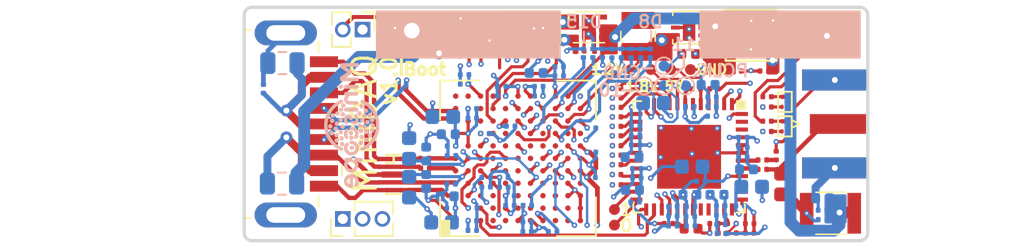
<source format=kicad_pcb>
(kicad_pcb (version 20171130) (host pcbnew "(5.1.6)-1")
  (layers (0 F.Cu signal) (1 In1.Cu signal) (2 In2.Cu signal) (3 In3.Cu signal) (4 In4.Cu signal) (31 B.Cu signal) (34 B.Paste user) (35 F.Paste user) (36 B.SilkS user) (37 F.SilkS user) (38 B.Mask user) (39 F.Mask user hide) (44 Edge.Cuts user))
  (net 0 "")
  (net 1 /Deserializer/VDD11_FPD)
  (net 2 GND)
  (net 3 /Deserializer/PDB)
  (net 4 /Deserializer/MODE)
  (net 5 /Deserializer/VDD11_D)
  (net 6 /Deserializer/VDD11_DVP)
  (net 7 /Deserializer/COAX+)
  (net 8 "Net-(C12-Pad1)")
  (net 9 +1V8)
  (net 10 "Net-(C17-Pad2)")
  (net 11 "Net-(C17-Pad1)")
  (net 12 /Deserializer/VDD18_P0)
  (net 13 /Deserializer/IDX)
  (net 14 /Deserializer/VDD18_FPD0)
  (net 15 /Deserializer/VDD18)
  (net 16 "Net-(C33-Pad1)")
  (net 17 +5V)
  (net 18 /USB/AVDD)
  (net 19 /USB/SS_TX_P)
  (net 20 /USB/U3RXVDDQ)
  (net 21 "Net-(C45-Pad2)")
  (net 22 /USB/U3TXVDDQ)
  (net 23 /USB/CVDDQ)
  (net 24 /USB/XTAL_OUT)
  (net 25 /USB/XTAL_IN)
  (net 26 /USB/RESET_IN)
  (net 27 +1V2)
  (net 28 "Net-(J1-Pad1)")
  (net 29 /USB/SS_RX_P)
  (net 30 "Net-(L10-Pad2)")
  (net 31 "Net-(L12-Pad1)")
  (net 32 "Net-(Q1-Pad3)")
  (net 33 "Net-(Q1-Pad1)")
  (net 34 /Deserializer/OEN)
  (net 35 /Deserializer/OSS_SEL)
  (net 36 /Deserializer/LOCK)
  (net 37 "Net-(R12-Pad1)")
  (net 38 "Net-(R13-Pad1)")
  (net 39 /USB/FSLC0)
  (net 40 "Net-(R16-Pad2)")
  (net 41 /Deserializer/ROUT2)
  (net 42 "Net-(R17-Pad2)")
  (net 43 /Deserializer/ROUT3)
  (net 44 "Net-(R18-Pad2)")
  (net 45 /Deserializer/ROUT4)
  (net 46 "Net-(R19-Pad2)")
  (net 47 /Deserializer/ROUT5)
  (net 48 "Net-(R20-Pad2)")
  (net 49 /Deserializer/ROUT6)
  (net 50 "Net-(R21-Pad2)")
  (net 51 /Deserializer/ROUT7)
  (net 52 "Net-(R22-Pad2)")
  (net 53 /Deserializer/ROUT8)
  (net 54 "Net-(R23-Pad2)")
  (net 55 /Deserializer/ROUT9)
  (net 56 /Deserializer/I2C_SCL)
  (net 57 /Deserializer/I2C_SDA)
  (net 58 "Net-(R26-Pad2)")
  (net 59 /Deserializer/PCLK)
  (net 60 "Net-(R27-Pad2)")
  (net 61 /Deserializer/HSYNC)
  (net 62 "Net-(R28-Pad2)")
  (net 63 /Deserializer/VSYNC)
  (net 64 "Net-(U1-Pad47)")
  (net 65 /Deserializer/SEL)
  (net 66 "Net-(U1-Pad39)")
  (net 67 "Net-(U1-Pad33)")
  (net 68 "Net-(U1-Pad32)")
  (net 69 /Deserializer/ROUT0)
  (net 70 /Deserializer/ROUT1)
  (net 71 /Deserializer/ROUT10)
  (net 72 /Deserializer/ROUT11)
  (net 73 "Net-(U1-Pad6)")
  (net 74 "Net-(U2-Pad6)")
  (net 75 "Net-(U4-PadL8)")
  (net 76 /USB/PMODE2)
  (net 77 "Net-(U4-PadK8)")
  (net 78 "Net-(U4-PadK2)")
  (net 79 "Net-(U4-PadK1)")
  (net 80 "Net-(U4-PadJ7)")
  (net 81 "Net-(U4-PadJ4)")
  (net 82 "Net-(U4-PadJ3)")
  (net 83 "Net-(U4-PadJ2)")
  (net 84 "Net-(U4-PadJ1)")
  (net 85 "Net-(U4-PadH8)")
  (net 86 "Net-(U4-PadH7)")
  (net 87 /USB/PMODE1)
  (net 88 "Net-(U4-PadH3)")
  (net 89 "Net-(U4-PadH2)")
  (net 90 "Net-(U4-PadG7)")
  (net 91 "Net-(U4-PadG6)")
  (net 92 /USB/PMODE0)
  (net 93 "Net-(U4-PadG3)")
  (net 94 "Net-(U4-PadG2)")
  (net 95 "Net-(U4-PadF6)")
  (net 96 "Net-(U4-PadF5)")
  (net 97 "Net-(U4-PadF4)")
  (net 98 "Net-(U4-PadF3)")
  (net 99 "Net-(U4-PadF2)")
  (net 100 "Net-(U4-PadE10)")
  (net 101 "Net-(U4-PadE8)")
  (net 102 "Net-(U4-PadE7)")
  (net 103 "Net-(U4-PadE5)")
  (net 104 "Net-(U4-PadE4)")
  (net 105 "Net-(U4-PadE1)")
  (net 106 "Net-(U4-PadD11)")
  (net 107 "Net-(U4-PadD7)")
  (net 108 "Net-(U4-PadD6)")
  (net 109 "Net-(U4-PadD3)")
  (net 110 "Net-(U4-PadD2)")
  (net 111 "Net-(U4-PadD1)")
  (net 112 "Net-(U4-PadC10)")
  (net 113 /USB/OTG_ID)
  (net 114 "Net-(U4-PadC4)")
  (net 115 "Net-(U4-PadB11)")
  (net 116 "Net-(U4-PadA11)")
  (net 117 "Net-(U5-PadC4)")
  (net 118 /USB/SS_TX_N)
  (net 119 /USB/SS_RX_N)
  (net 120 /USB/SSD_N)
  (net 121 /USB/SSD_P)
  (net 122 /USB/TX_N)
  (net 123 /USB/TX_P)
  (net 124 "Net-(D1-Pad3)")
  (net 125 "Net-(D1-Pad4)")
  (net 126 "Net-(Q2-Pad3)")
  (net 127 "Net-(Q2-Pad1)")
  (net 128 /USB/STATUS)
  (net 129 /USB/LOCK_OUT)
  (net 130 "Net-(U1-Pad38)")
  (net 131 "Net-(R33-Pad2)")
  (net 132 "Net-(R34-Pad2)")
  (net 133 "Net-(R35-Pad2)")
  (net 134 "Net-(R36-Pad2)")
  (net 135 "Net-(R37-Pad2)")
  (net 136 "Net-(R38-Pad2)")
  (net 137 "Net-(R39-Pad2)")
  (net 138 "Net-(R40-Pad2)")
  (net 139 /Deserializer/GPIO1)
  (net 140 /Deserializer/GPIO2)
  (net 141 /Deserializer/GPIO3)
  (net 142 /Deserializer/GPIO0)
  (net 143 /USB/GPIO2)
  (net 144 /USB/GPIO1)
  (net 145 "Net-(JP1-Pad2)")
  (module .Connector:Conn_1x1_700_Circular_Pad (layer F.Cu) (at 95.75 111.5)
    (fp_text reference J_NA)
    (fp_text value Conn_01x01)
    (pad "" np_thru_hole circle (at 0 0) (size 1 1) (drill 1) (layers *.Cu *.Mask))
  )
  (module .Connector:Conn_1x1_700_Circular_Pad (layer F.Cu) (at 95.75 123.5)
    (fp_text reference J_NA)
    (fp_text value Conn_01x01)
    (pad "" np_thru_hole circle (at 0 0) (size 1 1) (drill 1) (layers *.Cu *.Mask))
  )
  (module .Connector:Conn_1x1_700_Circular_Pad (layer F.Cu) (at 112.3558 114.0018)
    (fp_text reference J_NA)
    (fp_text value Conn_01x01)
    (pad 1 smd circle (at 0 0) (size 0.7 0.7) (layers F.Cu F.Paste F.Mask) (net 17 +5V))
  )
  (module .Connector:Conn_1x1_700_Circular_Pad (layer F.Cu) (at 113.6258 114.0018)
    (fp_text reference J_NA)
    (fp_text value Conn_01x01)
    (pad 1 smd circle (at 0 0) (size 0.7 0.7) (layers F.Cu F.Paste F.Mask) (net 2 GND))
  )
  (module .Connector:Conn_1x1_700_Circular_Pad (layer F.Cu) (at 111.0858 114.0018)
    (fp_text reference J_NA)
    (fp_text value Conn_01x01)
    (pad 1 smd circle (at 0 0) (size 0.7 0.7) (layers F.Cu F.Paste F.Mask) (net 9 +1V8))
  )
  (module .Connector:Conn_1x1_700_Circular_Pad (layer F.Cu) (at 109.8158 114.0018)
    (fp_text reference J_NA)
    (fp_text value Conn_01x01)
    (pad 1 smd circle (at 0 0) (size 0.7 0.7) (layers F.Cu F.Paste F.Mask) (net 27 +1V2))
  )
  (module .Connector:Conn_1x1_700_Circular_Pad (layer F.Cu) (at 108.75 124)
    (fp_text reference J_NA)
    (fp_text value Conn_01x01)
    (pad 1 smd circle (at 0 0) (size 0.7 0.7) (layers F.Cu F.Paste F.Mask) (net 69 /Deserializer/ROUT0))
  )
  (module .Connector:Conn_1x1_700_Circular_Pad (layer F.Cu) (at 108.75 123)
    (fp_text reference J_NA)
    (fp_text value Conn_01x01)
    (pad 1 smd circle (at 0 0) (size 0.7 0.7) (layers F.Cu F.Paste F.Mask) (net 70 /Deserializer/ROUT1))
  )
  (module .Resistor:R_0201_0603Metric_ERJ_L (layer F.Cu) (at 94.4024 110.6236 180)
    (fp_text reference R43)
    (fp_text value 10K)
    (pad 2 smd roundrect (at 0.275 0 180) (size 0.31 0.34) (layers F.Cu F.Paste F.Mask) (net 145 "Net-(JP1-Pad2)"))
    (pad 1 smd roundrect (at -0.275 0 180) (size 0.31 0.34) (layers F.Cu F.Paste F.Mask) (net 9 +1V8))
  )
  (module .Resistor:R_0201_0603Metric_ERJ_L (layer B.Cu) (at 110.0698 122.5108 180)
    (fp_text reference R42)
    (fp_text value 0)
    (pad 2 smd roundrect (at 0.275 0 180) (size 0.31 0.34) (layers B.Cu B.Paste B.Mask) (net 9 +1V8))
    (pad 1 smd roundrect (at -0.275 0 180) (size 0.31 0.34) (layers B.Cu B.Paste B.Mask) (net 6 /Deserializer/VDD11_DVP))
  )
  (module .Resistor:R_0201_0603Metric_ERJ_L (layer B.Cu) (at 114.9974 116.999 180)
    (fp_text reference R41)
    (fp_text value 0)
    (pad 2 smd roundrect (at 0.275 0 180) (size 0.31 0.34) (layers B.Cu B.Paste B.Mask) (net 9 +1V8))
    (pad 1 smd roundrect (at -0.275 0 180) (size 0.31 0.34) (layers B.Cu B.Paste B.Mask) (net 5 /Deserializer/VDD11_D))
  )
  (module .Resistor:R_0201_0603Metric_ERJ_L (layer B.Cu) (at 115.607 124.5428)
    (fp_text reference R9)
    (fp_text value 10K)
    (pad 2 smd roundrect (at 0.275 0) (size 0.31 0.34) (layers B.Cu B.Paste B.Mask) (net 9 +1V8))
    (pad 1 smd roundrect (at -0.275 0) (size 0.31 0.34) (layers B.Cu B.Paste B.Mask) (net 1 /Deserializer/VDD11_FPD))
  )
  (module .Capacitor:C_0201_0603Metric_L (layer B.Cu) (at 115.5816 123.9586 180)
    (fp_text reference C79)
    (fp_text value "0 Res")
    (pad 2 smd roundrect (at 0.275 0 180) (size 0.31 0.34) (layers B.Cu B.Paste B.Mask) (net 1 /Deserializer/VDD11_FPD))
    (pad 1 smd roundrect (at -0.275 0 180) (size 0.31 0.34) (layers B.Cu B.Paste B.Mask) (net 2 GND))
  )
  (module .Logo:Miniscope_Logo5 (layer B.Cu) (at 91.9 117.6 270)
    (fp_text reference G*** hide)
    (fp_text value LOGO hide)
  )
  (module .Connector:Conn_1x1_700_Circular_Pad (layer B.Cu) (at 111.924 113.7732)
    (fp_text reference J6)
    (fp_text value Conn_01x01)
    (pad 1 smd circle (at 0 0) (size 0.7 0.7) (layers B.Cu B.Paste B.Mask) (net 2 GND))
  )
  (module .Connector:Conn_1x1_700_Circular_Pad (layer B.Cu) (at 113.321 115.0432)
    (fp_text reference J5)
    (fp_text value Conn_01x01)
    (pad 1 smd circle (at 0 0) (size 0.7 0.7) (layers B.Cu B.Paste B.Mask) (net 59 /Deserializer/PCLK))
  )
  (module .Connector:Conn_1x1_700_Circular_Pad (layer B.Cu) (at 111.924 115.0432)
    (fp_text reference J4)
    (fp_text value Conn_01x01)
    (pad 1 smd circle (at 0 0) (size 0.7 0.7) (layers B.Cu B.Paste B.Mask) (net 72 /Deserializer/ROUT11))
  )
  (module .Connector:Conn_1x1_700_Circular_Pad (layer B.Cu) (at 110.654 115.0432)
    (fp_text reference J3)
    (fp_text value Conn_01x01)
    (pad 1 smd circle (at 0 0) (size 0.7 0.7) (layers B.Cu B.Paste B.Mask) (net 71 /Deserializer/ROUT10))
  )
  (module Connector_PinHeader_1.27mm:PinHeader_1x03_P1.27mm_Vertical (layer F.Cu) (at 91.3246 123.603 90)
    (fp_text reference J7)
    (fp_text value Conn_01x03)
    (pad 3 thru_hole oval (at 0 2.54 90) (size 1 1) (drill 0.65) (layers *.Cu *.Mask) (net 143 /USB/GPIO2))
    (pad 2 thru_hole oval (at 0 1.27 90) (size 1 1) (drill 0.65) (layers *.Cu *.Mask) (net 144 /USB/GPIO1))
    (pad 1 thru_hole rect (at 0 0 90) (size 1 1) (drill 0.65) (layers *.Cu *.Mask) (net 2 GND))
  )
  (module Connector_PinHeader_1.27mm:PinHeader_1x02_P1.27mm_Vertical (layer F.Cu) (at 92.5946 111.4364 270)
    (fp_text reference JP1)
    (fp_text value Jumper_2_Open)
    (pad 2 thru_hole oval (at 0 1.27 270) (size 1 1) (drill 0.65) (layers *.Cu *.Mask) (net 145 "Net-(JP1-Pad2)"))
    (pad 1 thru_hole rect (at 0 0 270) (size 1 1) (drill 0.65) (layers *.Cu *.Mask) (net 92 /USB/PMODE0))
  )
  (module .Interface:BGA121CP80_11X11_1000X1000X120B30 (layer F.Cu) (at 102.5652 119.7102 90)
    (fp_text reference U4)
    (fp_text value CYUSB3014)
    (pad L11 smd circle (at 4 4 90) (size 0.35 0.35) (layers F.Cu F.Paste F.Mask) (net 2 GND))
    (pad L10 smd circle (at 3.2 4 90) (size 0.35 0.35) (layers F.Cu F.Paste F.Mask) (net 134 "Net-(R36-Pad2)"))
    (pad L9 smd circle (at 2.4 4 90) (size 0.35 0.35) (layers F.Cu F.Paste F.Mask) (net 9 +1V8))
    (pad L8 smd circle (at 1.6 4 90) (size 0.35 0.35) (layers F.Cu F.Paste F.Mask) (net 75 "Net-(U4-PadL8)"))
    (pad L7 smd circle (at 0.8 4 90) (size 0.35 0.35) (layers F.Cu F.Paste F.Mask) (net 27 +1V2))
    (pad L6 smd circle (at 0 4 90) (size 0.35 0.35) (layers F.Cu F.Paste F.Mask) (net 2 GND))
    (pad L5 smd circle (at -0.8 4 90) (size 0.35 0.35) (layers F.Cu F.Paste F.Mask) (net 27 +1V2))
    (pad L4 smd circle (at -1.6 4 90) (size 0.35 0.35) (layers F.Cu F.Paste F.Mask) (net 76 /USB/PMODE2))
    (pad L3 smd circle (at -2.4 4 90) (size 0.35 0.35) (layers F.Cu F.Paste F.Mask) (net 2 GND))
    (pad L2 smd circle (at -3.2 4 90) (size 0.35 0.35) (layers F.Cu F.Paste F.Mask) (net 2 GND))
    (pad L1 smd circle (at -4 4 90) (size 0.35 0.35) (layers F.Cu F.Paste F.Mask) (net 2 GND))
    (pad K11 smd circle (at 4 3.2 90) (size 0.35 0.35) (layers F.Cu F.Paste F.Mask) (net 133 "Net-(R35-Pad2)"))
    (pad K10 smd circle (at 3.2 3.2 90) (size 0.35 0.35) (layers F.Cu F.Paste F.Mask) (net 135 "Net-(R37-Pad2)"))
    (pad K9 smd circle (at 2.4 3.2 90) (size 0.35 0.35) (layers F.Cu F.Paste F.Mask) (net 136 "Net-(R38-Pad2)"))
    (pad K8 smd circle (at 1.6 3.2 90) (size 0.35 0.35) (layers F.Cu F.Paste F.Mask) (net 77 "Net-(U4-PadK8)"))
    (pad K7 smd circle (at 0.8 3.2 90) (size 0.35 0.35) (layers F.Cu F.Paste F.Mask) (net 144 /USB/GPIO1))
    (pad K6 smd circle (at 0 3.2 90) (size 0.35 0.35) (layers F.Cu F.Paste F.Mask) (net 143 /USB/GPIO2))
    (pad K5 smd circle (at -0.8 3.2 90) (size 0.35 0.35) (layers F.Cu F.Paste F.Mask) (net 36 /Deserializer/LOCK))
    (pad K4 smd circle (at -1.6 3.2 90) (size 0.35 0.35) (layers F.Cu F.Paste F.Mask) (net 2 GND))
    (pad K3 smd circle (at -2.4 3.2 90) (size 0.35 0.35) (layers F.Cu F.Paste F.Mask) (net 2 GND))
    (pad K2 smd circle (at -3.2 3.2 90) (size 0.35 0.35) (layers F.Cu F.Paste F.Mask) (net 78 "Net-(U4-PadK2)"))
    (pad K1 smd circle (at -4 3.2 90) (size 0.35 0.35) (layers F.Cu F.Paste F.Mask) (net 79 "Net-(U4-PadK1)"))
    (pad J11 smd circle (at 4 2.4 90) (size 0.35 0.35) (layers F.Cu F.Paste F.Mask) (net 27 +1V2))
    (pad J10 smd circle (at 3.2 2.4 90) (size 0.35 0.35) (layers F.Cu F.Paste F.Mask) (net 131 "Net-(R33-Pad2)"))
    (pad J9 smd circle (at 2.4 2.4 90) (size 0.35 0.35) (layers F.Cu F.Paste F.Mask) (net 132 "Net-(R34-Pad2)"))
    (pad J8 smd circle (at 1.6 2.4 90) (size 0.35 0.35) (layers F.Cu F.Paste F.Mask) (net 137 "Net-(R39-Pad2)"))
    (pad J7 smd circle (at 0.8 2.4 90) (size 0.35 0.35) (layers F.Cu F.Paste F.Mask) (net 80 "Net-(U4-PadJ7)"))
    (pad J6 smd circle (at 0 2.4 90) (size 0.35 0.35) (layers F.Cu F.Paste F.Mask) (net 58 "Net-(R26-Pad2)"))
    (pad J5 smd circle (at -0.8 2.4 90) (size 0.35 0.35) (layers F.Cu F.Paste F.Mask) (net 60 "Net-(R27-Pad2)"))
    (pad J4 smd circle (at -1.6 2.4 90) (size 0.35 0.35) (layers F.Cu F.Paste F.Mask) (net 81 "Net-(U4-PadJ4)"))
    (pad J3 smd circle (at -2.4 2.4 90) (size 0.35 0.35) (layers F.Cu F.Paste F.Mask) (net 82 "Net-(U4-PadJ3)"))
    (pad J2 smd circle (at -3.2 2.4 90) (size 0.35 0.35) (layers F.Cu F.Paste F.Mask) (net 83 "Net-(U4-PadJ2)"))
    (pad J1 smd circle (at -4 2.4 90) (size 0.35 0.35) (layers F.Cu F.Paste F.Mask) (net 84 "Net-(U4-PadJ1)"))
    (pad H11 smd circle (at 4 1.6 90) (size 0.35 0.35) (layers F.Cu F.Paste F.Mask) (net 9 +1V8))
    (pad H10 smd circle (at 3.2 1.6 90) (size 0.35 0.35) (layers F.Cu F.Paste F.Mask) (net 52 "Net-(R22-Pad2)"))
    (pad H9 smd circle (at 2.4 1.6 90) (size 0.35 0.35) (layers F.Cu F.Paste F.Mask) (net 54 "Net-(R23-Pad2)"))
    (pad H8 smd circle (at 1.6 1.6 90) (size 0.35 0.35) (layers F.Cu F.Paste F.Mask) (net 85 "Net-(U4-PadH8)"))
    (pad H7 smd circle (at 0.8 1.6 90) (size 0.35 0.35) (layers F.Cu F.Paste F.Mask) (net 86 "Net-(U4-PadH7)"))
    (pad H6 smd circle (at 0 1.6 90) (size 0.35 0.35) (layers F.Cu F.Paste F.Mask) (net 129 /USB/LOCK_OUT))
    (pad H5 smd circle (at -0.8 1.6 90) (size 0.35 0.35) (layers F.Cu F.Paste F.Mask) (net 62 "Net-(R28-Pad2)"))
    (pad H4 smd circle (at -1.6 1.6 90) (size 0.35 0.35) (layers F.Cu F.Paste F.Mask) (net 87 /USB/PMODE1))
    (pad H3 smd circle (at -2.4 1.6 90) (size 0.35 0.35) (layers F.Cu F.Paste F.Mask) (net 88 "Net-(U4-PadH3)"))
    (pad H2 smd circle (at -3.2 1.6 90) (size 0.35 0.35) (layers F.Cu F.Paste F.Mask) (net 89 "Net-(U4-PadH2)"))
    (pad H1 smd circle (at -4 1.6 90) (size 0.35 0.35) (layers F.Cu F.Paste F.Mask) (net 27 +1V2))
    (pad G11 smd circle (at 4 0.8 90) (size 0.35 0.35) (layers F.Cu F.Paste F.Mask) (net 2 GND))
    (pad G10 smd circle (at 3.2 0.8 90) (size 0.35 0.35) (layers F.Cu F.Paste F.Mask) (net 46 "Net-(R19-Pad2)"))
    (pad G9 smd circle (at 2.4 0.8 90) (size 0.35 0.35) (layers F.Cu F.Paste F.Mask) (net 48 "Net-(R20-Pad2)"))
    (pad G8 smd circle (at 1.6 0.8 90) (size 0.35 0.35) (layers F.Cu F.Paste F.Mask) (net 138 "Net-(R40-Pad2)"))
    (pad G7 smd circle (at 0.8 0.8 90) (size 0.35 0.35) (layers F.Cu F.Paste F.Mask) (net 90 "Net-(U4-PadG7)"))
    (pad G6 smd circle (at 0 0.8 90) (size 0.35 0.35) (layers F.Cu F.Paste F.Mask) (net 91 "Net-(U4-PadG6)"))
    (pad G5 smd circle (at -0.8 0.8 90) (size 0.35 0.35) (layers F.Cu F.Paste F.Mask) (net 128 /USB/STATUS))
    (pad G4 smd circle (at -1.6 0.8 90) (size 0.35 0.35) (layers F.Cu F.Paste F.Mask) (net 92 /USB/PMODE0))
    (pad G3 smd circle (at -2.4 0.8 90) (size 0.35 0.35) (layers F.Cu F.Paste F.Mask) (net 93 "Net-(U4-PadG3)"))
    (pad G2 smd circle (at -3.2 0.8 90) (size 0.35 0.35) (layers F.Cu F.Paste F.Mask) (net 94 "Net-(U4-PadG2)"))
    (pad G1 smd circle (at -4 0.8 90) (size 0.35 0.35) (layers F.Cu F.Paste F.Mask) (net 2 GND))
    (pad F11 smd circle (at 4 0 90) (size 0.35 0.35) (layers F.Cu F.Paste F.Mask) (net 27 +1V2))
    (pad F10 smd circle (at 3.2 0 90) (size 0.35 0.35) (layers F.Cu F.Paste F.Mask) (net 40 "Net-(R16-Pad2)"))
    (pad F9 smd circle (at 2.4 0 90) (size 0.35 0.35) (layers F.Cu F.Paste F.Mask) (net 42 "Net-(R17-Pad2)"))
    (pad F8 smd circle (at 1.6 0 90) (size 0.35 0.35) (layers F.Cu F.Paste F.Mask) (net 50 "Net-(R21-Pad2)"))
    (pad F7 smd circle (at 0.8 0 90) (size 0.35 0.35) (layers F.Cu F.Paste F.Mask) (net 44 "Net-(R18-Pad2)"))
    (pad F6 smd circle (at 0 0 90) (size 0.35 0.35) (layers F.Cu F.Paste F.Mask) (net 95 "Net-(U4-PadF6)"))
    (pad F5 smd circle (at -0.8 0 90) (size 0.35 0.35) (layers F.Cu F.Paste F.Mask) (net 96 "Net-(U4-PadF5)"))
    (pad F4 smd circle (at -1.6 0 90) (size 0.35 0.35) (layers F.Cu F.Paste F.Mask) (net 97 "Net-(U4-PadF4)"))
    (pad F3 smd circle (at -2.4 0 90) (size 0.35 0.35) (layers F.Cu F.Paste F.Mask) (net 98 "Net-(U4-PadF3)"))
    (pad F2 smd circle (at -3.2 0 90) (size 0.35 0.35) (layers F.Cu F.Paste F.Mask) (net 99 "Net-(U4-PadF2)"))
    (pad F1 smd circle (at -4 0 90) (size 0.35 0.35) (layers F.Cu F.Paste F.Mask) (net 9 +1V8))
    (pad E11 smd circle (at 4 -0.8 90) (size 0.35 0.35) (layers F.Cu F.Paste F.Mask) (net 17 +5V))
    (pad E10 smd circle (at 3.2 -0.8 90) (size 0.35 0.35) (layers F.Cu F.Paste F.Mask) (net 100 "Net-(U4-PadE10)"))
    (pad E9 smd circle (at 2.4 -0.8 90) (size 0.35 0.35) (layers F.Cu F.Paste F.Mask) (net 27 +1V2))
    (pad E8 smd circle (at 1.6 -0.8 90) (size 0.35 0.35) (layers F.Cu F.Paste F.Mask) (net 101 "Net-(U4-PadE8)"))
    (pad E7 smd circle (at 0.8 -0.8 90) (size 0.35 0.35) (layers F.Cu F.Paste F.Mask) (net 102 "Net-(U4-PadE7)"))
    (pad E6 smd circle (at 0 -0.8 90) (size 0.35 0.35) (layers F.Cu F.Paste F.Mask) (net 39 /USB/FSLC0))
    (pad E5 smd circle (at -0.8 -0.8 90) (size 0.35 0.35) (layers F.Cu F.Paste F.Mask) (net 103 "Net-(U4-PadE5)"))
    (pad E4 smd circle (at -1.6 -0.8 90) (size 0.35 0.35) (layers F.Cu F.Paste F.Mask) (net 104 "Net-(U4-PadE4)"))
    (pad E3 smd circle (at -2.4 -0.8 90) (size 0.35 0.35) (layers F.Cu F.Paste F.Mask) (net 9 +1V8))
    (pad E2 smd circle (at -3.2 -0.8 90) (size 0.35 0.35) (layers F.Cu F.Paste F.Mask) (net 2 GND))
    (pad E1 smd circle (at -4 -0.8 90) (size 0.35 0.35) (layers F.Cu F.Paste F.Mask) (net 105 "Net-(U4-PadE1)"))
    (pad D11 smd circle (at 4 -1.6 90) (size 0.35 0.35) (layers F.Cu F.Paste F.Mask) (net 106 "Net-(U4-PadD11)"))
    (pad D10 smd circle (at 3.2 -1.6 90) (size 0.35 0.35) (layers F.Cu F.Paste F.Mask) (net 57 /Deserializer/I2C_SDA))
    (pad D9 smd circle (at 2.4 -1.6 90) (size 0.35 0.35) (layers F.Cu F.Paste F.Mask) (net 56 /Deserializer/I2C_SCL))
    (pad D8 smd circle (at 1.6 -1.6 90) (size 0.35 0.35) (layers F.Cu F.Paste F.Mask) (net 2 GND))
    (pad D7 smd circle (at 0.8 -1.6 90) (size 0.35 0.35) (layers F.Cu F.Paste F.Mask) (net 107 "Net-(U4-PadD7)"))
    (pad D6 smd circle (at 0 -1.6 90) (size 0.35 0.35) (layers F.Cu F.Paste F.Mask) (net 108 "Net-(U4-PadD6)"))
    (pad D5 smd circle (at -0.8 -1.6 90) (size 0.35 0.35) (layers F.Cu F.Paste F.Mask) (net 139 /Deserializer/GPIO1))
    (pad D4 smd circle (at -1.6 -1.6 90) (size 0.35 0.35) (layers F.Cu F.Paste F.Mask) (net 142 /Deserializer/GPIO0))
    (pad D3 smd circle (at -2.4 -1.6 90) (size 0.35 0.35) (layers F.Cu F.Paste F.Mask) (net 109 "Net-(U4-PadD3)"))
    (pad D2 smd circle (at -3.2 -1.6 90) (size 0.35 0.35) (layers F.Cu F.Paste F.Mask) (net 110 "Net-(U4-PadD2)"))
    (pad D1 smd circle (at -4 -1.6 90) (size 0.35 0.35) (layers F.Cu F.Paste F.Mask) (net 111 "Net-(U4-PadD1)"))
    (pad C11 smd circle (at 4 -2.4 90) (size 0.35 0.35) (layers F.Cu F.Paste F.Mask) (net 9 +1V8))
    (pad C10 smd circle (at 3.2 -2.4 90) (size 0.35 0.35) (layers F.Cu F.Paste F.Mask) (net 112 "Net-(U4-PadC10)"))
    (pad C9 smd circle (at 2.4 -2.4 90) (size 0.35 0.35) (layers F.Cu F.Paste F.Mask) (net 113 /USB/OTG_ID))
    (pad C8 smd circle (at 1.6 -2.4 90) (size 0.35 0.35) (layers F.Cu F.Paste F.Mask) (net 38 "Net-(R13-Pad1)"))
    (pad C7 smd circle (at 0.8 -2.4 90) (size 0.35 0.35) (layers F.Cu F.Paste F.Mask) (net 24 /USB/XTAL_OUT))
    (pad C6 smd circle (at 0 -2.4 90) (size 0.35 0.35) (layers F.Cu F.Paste F.Mask) (net 25 /USB/XTAL_IN))
    (pad C5 smd circle (at -0.8 -2.4 90) (size 0.35 0.35) (layers F.Cu F.Paste F.Mask) (net 26 /USB/RESET_IN))
    (pad C4 smd circle (at -1.6 -2.4 90) (size 0.35 0.35) (layers F.Cu F.Paste F.Mask) (net 114 "Net-(U4-PadC4)"))
    (pad C3 smd circle (at -2.4 -2.4 90) (size 0.35 0.35) (layers F.Cu F.Paste F.Mask) (net 27 +1V2))
    (pad C2 smd circle (at -3.2 -2.4 90) (size 0.35 0.35) (layers F.Cu F.Paste F.Mask) (net 141 /Deserializer/GPIO3))
    (pad C1 smd circle (at -4 -2.4 90) (size 0.35 0.35) (layers F.Cu F.Paste F.Mask) (net 140 /Deserializer/GPIO2))
    (pad B11 smd circle (at 4 -3.2 90) (size 0.35 0.35) (layers F.Cu F.Paste F.Mask) (net 115 "Net-(U4-PadB11)"))
    (pad B10 smd circle (at 3.2 -3.2 90) (size 0.35 0.35) (layers F.Cu F.Paste F.Mask) (net 27 +1V2))
    (pad B9 smd circle (at 2.4 -3.2 90) (size 0.35 0.35) (layers F.Cu F.Paste F.Mask) (net 2 GND))
    (pad B8 smd circle (at 1.6 -3.2 90) (size 0.35 0.35) (layers F.Cu F.Paste F.Mask) (net 2 GND))
    (pad B7 smd circle (at 0.8 -3.2 90) (size 0.35 0.35) (layers F.Cu F.Paste F.Mask) (net 2 GND))
    (pad B6 smd circle (at 0 -3.2 90) (size 0.35 0.35) (layers F.Cu F.Paste F.Mask) (net 23 /USB/CVDDQ))
    (pad B5 smd circle (at -0.8 -3.2 90) (size 0.35 0.35) (layers F.Cu F.Paste F.Mask) (net 22 /USB/U3TXVDDQ))
    (pad B4 smd circle (at -1.6 -3.2 90) (size 0.35 0.35) (layers F.Cu F.Paste F.Mask) (net 39 /USB/FSLC0))
    (pad B3 smd circle (at -2.4 -3.2 90) (size 0.35 0.35) (layers F.Cu F.Paste F.Mask) (net 37 "Net-(R12-Pad1)"))
    (pad B2 smd circle (at -3.2 -3.2 90) (size 0.35 0.35) (layers F.Cu F.Paste F.Mask) (net 39 /USB/FSLC0))
    (pad B1 smd circle (at -4 -3.2 90) (size 0.35 0.35) (layers F.Cu F.Paste F.Mask) (net 9 +1V8))
    (pad A11 smd circle (at 4 -4 90) (size 0.35 0.35) (layers F.Cu F.Paste F.Mask) (net 116 "Net-(U4-PadA11)"))
    (pad A10 smd circle (at 3.2 -4 90) (size 0.35 0.35) (layers F.Cu F.Paste F.Mask) (net 120 /USB/SSD_N))
    (pad A9 smd circle (at 2.4 -4 90) (size 0.35 0.35) (layers F.Cu F.Paste F.Mask) (net 121 /USB/SSD_P))
    (pad A8 smd circle (at 1.6 -4 90) (size 0.35 0.35) (layers F.Cu F.Paste F.Mask) (net 2 GND))
    (pad A7 smd circle (at 0.8 -4 90) (size 0.35 0.35) (layers F.Cu F.Paste F.Mask) (net 18 /USB/AVDD))
    (pad A6 smd circle (at 0 -4 90) (size 0.35 0.35) (layers F.Cu F.Paste F.Mask) (net 122 /USB/TX_N))
    (pad A5 smd circle (at -0.8 -4 90) (size 0.35 0.35) (layers F.Cu F.Paste F.Mask) (net 123 /USB/TX_P))
    (pad A4 smd circle (at -1.6 -4 90) (size 0.35 0.35) (layers F.Cu F.Paste F.Mask) (net 119 /USB/SS_RX_N))
    (pad A3 smd circle (at -2.4 -4 90) (size 0.35 0.35) (layers F.Cu F.Paste F.Mask) (net 29 /USB/SS_RX_P))
    (pad A2 smd circle (at -3.2 -4 90) (size 0.35 0.35) (layers F.Cu F.Paste F.Mask) (net 20 /USB/U3RXVDDQ))
    (pad A1 smd circle (at -4 -4 90) (size 0.35 0.35) (layers F.Cu F.Paste F.Mask) (net 2 GND))
  )
  (module .Resistor:R_0201_0603Metric_ERJ_L (layer B.Cu) (at 106.7562 112.9538 270)
    (fp_text reference R40)
    (fp_text value 22)
    (pad 2 smd roundrect (at 0.275 0 270) (size 0.31 0.34) (layers B.Cu B.Paste B.Mask) (net 138 "Net-(R40-Pad2)"))
    (pad 1 smd roundrect (at -0.275 0 270) (size 0.31 0.34) (layers B.Cu B.Paste B.Mask) (net 9 +1V8))
  )
  (module .Resistor:R_0201_0603Metric_ERJ_L (layer B.Cu) (at 111.0488 112.9538 270)
    (fp_text reference R39)
    (fp_text value 22)
    (pad 2 smd roundrect (at 0.275 0 270) (size 0.31 0.34) (layers B.Cu B.Paste B.Mask) (net 137 "Net-(R39-Pad2)"))
    (pad 1 smd roundrect (at -0.275 0 270) (size 0.31 0.34) (layers B.Cu B.Paste B.Mask) (net 2 GND))
  )
  (module .Resistor:R_0201_0603Metric_ERJ_L (layer B.Cu) (at 110.4392 112.9538 270)
    (fp_text reference R38)
    (fp_text value 22)
    (pad 2 smd roundrect (at 0.275 0 270) (size 0.31 0.34) (layers B.Cu B.Paste B.Mask) (net 136 "Net-(R38-Pad2)"))
    (pad 1 smd roundrect (at -0.275 0 270) (size 0.31 0.34) (layers B.Cu B.Paste B.Mask) (net 2 GND))
  )
  (module .Resistor:R_0201_0603Metric_ERJ_L (layer B.Cu) (at 109.8042 112.9538 270)
    (fp_text reference R37)
    (fp_text value 22)
    (pad 2 smd roundrect (at 0.275 0 270) (size 0.31 0.34) (layers B.Cu B.Paste B.Mask) (net 135 "Net-(R37-Pad2)"))
    (pad 1 smd roundrect (at -0.275 0 270) (size 0.31 0.34) (layers B.Cu B.Paste B.Mask) (net 2 GND))
  )
  (module .Resistor:R_0201_0603Metric_ERJ_L (layer B.Cu) (at 109.1946 112.9538 270)
    (fp_text reference R36)
    (fp_text value 22)
    (pad 2 smd roundrect (at 0.275 0 270) (size 0.31 0.34) (layers B.Cu B.Paste B.Mask) (net 134 "Net-(R36-Pad2)"))
    (pad 1 smd roundrect (at -0.275 0 270) (size 0.31 0.34) (layers B.Cu B.Paste B.Mask) (net 2 GND))
  )
  (module .Resistor:R_0201_0603Metric_ERJ_L (layer B.Cu) (at 108.585 112.9582 270)
    (fp_text reference R35)
    (fp_text value 22)
    (pad 2 smd roundrect (at 0.275 0 270) (size 0.31 0.34) (layers B.Cu B.Paste B.Mask) (net 133 "Net-(R35-Pad2)"))
    (pad 1 smd roundrect (at -0.275 0 270) (size 0.31 0.34) (layers B.Cu B.Paste B.Mask) (net 2 GND))
  )
  (module .Resistor:R_0201_0603Metric_ERJ_L (layer B.Cu) (at 107.9754 112.9538 270)
    (fp_text reference R34)
    (fp_text value 22)
    (pad 2 smd roundrect (at 0.275 0 270) (size 0.31 0.34) (layers B.Cu B.Paste B.Mask) (net 132 "Net-(R34-Pad2)"))
    (pad 1 smd roundrect (at -0.275 0 270) (size 0.31 0.34) (layers B.Cu B.Paste B.Mask) (net 2 GND))
  )
  (module .Resistor:R_0201_0603Metric_ERJ_L (layer B.Cu) (at 107.3658 112.9538 270)
    (fp_text reference R33)
    (fp_text value 22)
    (pad 2 smd roundrect (at 0.275 0 270) (size 0.31 0.34) (layers B.Cu B.Paste B.Mask) (net 131 "Net-(R33-Pad2)"))
    (pad 1 smd roundrect (at -0.275 0 270) (size 0.31 0.34) (layers B.Cu B.Paste B.Mask) (net 2 GND))
  )
  (module .Resistor:R_0201_0603Metric_ERJ_L (layer B.Cu) (at 103.161 122.7394)
    (fp_text reference R29)
    (fp_text value 10K)
    (pad 2 smd roundrect (at 0.275 0) (size 0.31 0.34) (layers B.Cu B.Paste B.Mask) (net 87 /USB/PMODE1))
    (pad 1 smd roundrect (at -0.275 0) (size 0.31 0.34) (layers B.Cu B.Paste B.Mask) (net 9 +1V8))
  )
  (module .Resistor:R_0201_0603Metric_ERJ_L (layer F.Cu) (at 118.5418 116.4082 180)
    (fp_text reference R32)
    (fp_text value 2K)
    (pad 2 smd roundrect (at 0.275 0 180) (size 0.31 0.34) (layers F.Cu F.Paste F.Mask) (net 129 /USB/LOCK_OUT))
    (pad 1 smd roundrect (at -0.275 0 180) (size 0.31 0.34) (layers F.Cu F.Paste F.Mask) (net 127 "Net-(Q2-Pad1)"))
  )
  (module .Resistor:R_0201_0603Metric_ERJ_L (layer F.Cu) (at 118.5418 117.983 180)
    (fp_text reference R31)
    (fp_text value 2K)
    (pad 2 smd roundrect (at 0.275 0 180) (size 0.31 0.34) (layers F.Cu F.Paste F.Mask) (net 128 /USB/STATUS))
    (pad 1 smd roundrect (at -0.275 0 180) (size 0.31 0.34) (layers F.Cu F.Paste F.Mask) (net 33 "Net-(Q1-Pad1)"))
  )
  (module .Resistor:R_0201_0603Metric_ERJ_L (layer F.Cu) (at 118.5418 115.7478)
    (fp_text reference R11)
    (fp_text value 2k)
    (pad 2 smd roundrect (at 0.275 0) (size 0.31 0.34) (layers F.Cu F.Paste F.Mask) (net 126 "Net-(Q2-Pad3)"))
    (pad 1 smd roundrect (at -0.275 0) (size 0.31 0.34) (layers F.Cu F.Paste F.Mask) (net 124 "Net-(D1-Pad3)"))
  )
  (module .Resistor:R_0201_0603Metric_ERJ_L (layer F.Cu) (at 118.5418 117.3226)
    (fp_text reference R10)
    (fp_text value 2k)
    (pad 2 smd roundrect (at 0.275 0) (size 0.31 0.34) (layers F.Cu F.Paste F.Mask) (net 32 "Net-(Q1-Pad3)"))
    (pad 1 smd roundrect (at -0.275 0) (size 0.31 0.34) (layers F.Cu F.Paste F.Mask) (net 125 "Net-(D1-Pad4)"))
  )
  (module .Transistor:TRXDFN3_101X61X53L25X15N (layer F.Cu) (at 119.6848 116.078 90)
    (fp_text reference Q2)
    (fp_text value MMBT3904LP-7B)
    (pad 3 smd rect (at 0.325 0 90) (size 0.28 0.52) (layers F.Cu F.Paste F.Mask) (net 126 "Net-(Q2-Pad3)"))
    (pad 2 smd rect (at -0.325 0.175 90) (size 0.28 0.17) (layers F.Cu F.Paste F.Mask) (net 2 GND))
    (pad 1 smd rect (at -0.325 -0.175 90) (size 0.28 0.17) (layers F.Cu F.Paste F.Mask) (net 127 "Net-(Q2-Pad1)"))
  )
  (module .Transistor:TRXDFN3_101X61X53L25X15N (layer F.Cu) (at 119.6848 117.6528 90)
    (fp_text reference Q1)
    (fp_text value MMBT3904LP-7B)
    (pad 3 smd rect (at 0.325 0 90) (size 0.28 0.52) (layers F.Cu F.Paste F.Mask) (net 32 "Net-(Q1-Pad3)"))
    (pad 2 smd rect (at -0.325 0.175 90) (size 0.28 0.17) (layers F.Cu F.Paste F.Mask) (net 2 GND))
    (pad 1 smd rect (at -0.325 -0.175 90) (size 0.28 0.17) (layers F.Cu F.Paste F.Mask) (net 33 "Net-(Q1-Pad1)"))
  )
  (module .LED:LED_4_P138_270X320X110L50X90N (layer F.Cu) (at 122.3772 111.8616 90)
    (fp_text reference D1)
    (fp_text value LTST-C155GEKT)
    (fp_text user - (at 0 -0.625 90 unlocked) (layer F.SilkS) (effects (font (size 0.4 0.4) (thickness 0.08))))
    (fp_text user + (at 0 0.475 90 unlocked) (layer F.SilkS) (effects (font (size 0.4 0.4) (thickness 0.08))))
    (pad 3 smd rect (at -0.69 -1.59 180) (size 1.13 0.97) (layers F.Cu F.Paste F.Mask) (net 124 "Net-(D1-Pad3)"))
    (pad 4 smd rect (at 0.69 -1.59 180) (size 1.13 0.97) (layers F.Cu F.Paste F.Mask) (net 125 "Net-(D1-Pad4)"))
    (pad 2 smd rect (at 0.69 1.59 180) (size 1.13 0.97) (layers F.Cu F.Paste F.Mask) (net 17 +5V))
    (pad 1 smd rect (at -0.69 1.59 180) (size 1.13 0.97) (layers F.Cu F.Paste F.Mask) (net 17 +5V))
  )
  (module .Inductor:L_1008_2520Metric_L (layer F.Cu) (at 110.2614 111.8616 270)
    (fp_text reference L12)
    (fp_text value LQM2HPN1R0MG0)
    (pad 2 smd rect (at 1.015 0 270) (size 1.09 2.12) (layers F.Cu F.Paste F.Mask) (net 27 +1V2))
    (pad 1 smd rect (at -1.015 0 270) (size 1.09 2.12) (layers F.Cu F.Paste F.Mask) (net 31 "Net-(L12-Pad1)"))
  )
  (module .Package_QFN:NCP692MN50T2G (layer F.Cu) (at 117.513 111.805)
    (fp_text reference U7)
    (fp_text value NCP692MN18T2G hide)
    (pad 1 smd rect (at -1.397 -0.950001 90) (size 0.3556 0.8128) (layers F.Cu F.Paste F.Mask) (net 17 +5V))
    (pad 2 smd rect (at -1.397 0 90) (size 0.3556 0.8128) (layers F.Cu F.Paste F.Mask) (net 2 GND))
    (pad 3 smd rect (at -1.397 0.950001 90) (size 0.3556 0.8128) (layers F.Cu F.Paste F.Mask) (net 17 +5V))
    (pad 4 smd rect (at 1.397 0.950001 90) (size 0.3556 0.8128) (layers F.Cu F.Paste F.Mask) (net 9 +1V8))
    (pad 5 smd rect (at 1.397 0 90) (size 0.3556 0.8128) (layers F.Cu F.Paste F.Mask) (net 9 +1V8))
    (pad 6 smd rect (at 1.397 -0.950001 90) (size 0.3556 0.8128) (layers F.Cu F.Paste F.Mask) (net 17 +5V))
    (pad 7 smd rect (at 0 0) (size 1.6002 2.4892) (layers F.Cu F.Paste F.Mask) (net 2 GND))
  )
  (module .Package_QFN:uDFN-10 (layer F.Cu) (at 94.5896 120.7516 270)
    (fp_text reference U3)
    (fp_text value SP3010-04UTG)
    (pad 3 smd rect (at 0 0.3875 270) (size 0.4 0.775) (layers F.Cu F.Paste F.Mask) (net 2 GND))
    (pad 4 smd rect (at 0.5 0.437 270) (size 0.2 0.675) (layers F.Cu F.Paste F.Mask) (net 119 /USB/SS_RX_N))
    (pad 5 smd rect (at 1 0.437 270) (size 0.2 0.675) (layers F.Cu F.Paste F.Mask) (net 29 /USB/SS_RX_P))
    (pad 7 smd rect (at 0.5 -0.4375 270) (size 0.2 0.675) (layers F.Cu F.Paste F.Mask) (net 119 /USB/SS_RX_N))
    (pad 6 smd rect (at 1 -0.4375 270) (size 0.2 0.675) (layers F.Cu F.Paste F.Mask) (net 29 /USB/SS_RX_P))
    (pad 10 smd rect (at -1 -0.4375 270) (size 0.2 0.675) (layers F.Cu F.Paste F.Mask) (net 118 /USB/SS_TX_N))
    (pad 9 smd rect (at -0.5 -0.4375 270) (size 0.2 0.675) (layers F.Cu F.Paste F.Mask) (net 19 /USB/SS_TX_P))
    (pad 8 smd rect (at 0 -0.3875 270) (size 0.4 0.775) (layers F.Cu F.Paste F.Mask) (net 2 GND))
    (pad 2 smd rect (at -0.5 0.437 270) (size 0.2 0.675) (layers F.Cu F.Paste F.Mask) (net 19 /USB/SS_TX_P))
    (pad 1 smd rect (at -1 0.437 270) (size 0.2 0.675) (layers F.Cu F.Paste F.Mask) (net 118 /USB/SS_TX_N))
  )
  (module .Oscillator:Crystal_SMD_2016-4Pin_2.0x1.6mm (layer F.Cu) (at 99.7966 111.4298)
    (fp_text reference Y1)
    (fp_text value SMD_CRYSTAL)
    (pad 1 smd rect (at -0.7 0.55) (size 0.9 0.8) (layers F.Cu F.Paste F.Mask) (net 25 /USB/XTAL_IN))
    (pad 2 smd rect (at 0.7 0.55) (size 0.9 0.8) (layers F.Cu F.Paste F.Mask) (net 2 GND))
    (pad 3 smd rect (at 0.7 -0.55) (size 0.9 0.8) (layers F.Cu F.Paste F.Mask) (net 24 /USB/XTAL_OUT))
    (pad 4 smd rect (at -0.7 -0.55) (size 0.9 0.8) (layers F.Cu F.Paste F.Mask) (net 2 GND))
  )
  (module .Memory:M24M02-R (layer F.Cu) (at 103.4796 111.2774)
    (fp_text reference U5)
    (fp_text value M24M02-R)
    (pad C1 smd circle (at 0.55 0.7) (size 0.27 0.27) (layers F.Cu F.Paste F.Mask) (net 56 /Deserializer/I2C_SCL))
    (pad D2 smd circle (at 1.05 0.5) (size 0.27 0.27) (layers F.Cu F.Paste F.Mask) (net 57 /Deserializer/I2C_SDA))
    (pad D3 smd circle (at 1.05 -0.5) (size 0.27 0.27) (layers F.Cu F.Paste F.Mask) (net 2 GND))
    (pad C4 smd circle (at 0.6 -0.7) (size 0.27 0.27) (layers F.Cu F.Paste F.Mask) (net 117 "Net-(U5-PadC4)"))
    (pad B4 smd circle (at -0.55 -0.7) (size 0.27 0.27) (layers F.Cu F.Paste F.Mask))
    (pad A3 smd circle (at -1.05 -0.5) (size 0.27 0.27) (layers F.Cu F.Paste F.Mask))
    (pad B2 smd circle (at -0.55 0.5) (size 0.27 0.27) (layers F.Cu F.Paste F.Mask) (net 2 GND))
    (pad A2 smd circle (at -1.05 0.5) (size 0.27 0.27) (layers F.Cu F.Paste F.Mask) (net 9 +1V8))
  )
  (module .Package_SON:SON_7P50_200X200X57L35X24T170X80N (layer F.Cu) (at 113.538 111.3028 90)
    (fp_text reference U6)
    (fp_text value SC189CULTRT)
    (pad 7 smd rect (at 0 0 180) (size 0.8 1.7) (layers F.Cu F.Paste F.Mask) (net 2 GND))
    (pad 6 smd rect (at -0.5 -0.88 180) (size 0.56 0.26) (layers F.Cu F.Paste F.Mask) (net 27 +1V2))
    (pad 5 smd rect (at 0 -0.88 180) (size 0.56 0.26) (layers F.Cu F.Paste F.Mask) (net 2 GND))
    (pad 4 smd rect (at 0.5 -0.88 180) (size 0.56 0.26) (layers F.Cu F.Paste F.Mask) (net 31 "Net-(L12-Pad1)"))
    (pad 3 smd rect (at 0.5 0.88 180) (size 0.56 0.26) (layers F.Cu F.Paste F.Mask) (net 17 +5V))
    (pad 2 smd rect (at 0 0.88 180) (size 0.56 0.26) (layers F.Cu F.Paste F.Mask) (net 17 +5V))
    (pad 1 smd rect (at -0.5 0.88 180) (size 0.56 0.26) (layers F.Cu F.Paste F.Mask))
  )
  (module .Package_SON:SON7P65_200X200X55L30X30T160X90L (layer F.Cu) (at 107.1118 111.2774 270)
    (fp_text reference U2)
    (fp_text value NCP360)
    (pad 7 smd rect (at 0 0) (size 0.9 1.6) (layers F.Cu F.Paste F.Mask) (net 2 GND))
    (pad 6 smd rect (at -0.65 -0.905) (size 0.51 0.32) (layers F.Cu F.Paste F.Mask) (net 74 "Net-(U2-Pad6)"))
    (pad 5 smd rect (at 0 -0.905) (size 0.51 0.32) (layers F.Cu F.Paste F.Mask) (net 17 +5V))
    (pad 4 smd rect (at 0.65 -0.905) (size 0.51 0.32) (layers F.Cu F.Paste F.Mask) (net 17 +5V))
    (pad 3 smd rect (at 0.65 0.905) (size 0.51 0.32) (layers F.Cu F.Paste F.Mask) (net 16 "Net-(C33-Pad1)"))
    (pad 2 smd rect (at 0 0.905) (size 0.51 0.32) (layers F.Cu F.Paste F.Mask) (net 2 GND))
    (pad 1 smd rect (at -0.65 0.905) (size 0.51 0.32) (layers F.Cu F.Paste F.Mask) (net 2 GND))
  )
  (module .Package_QFN:QFN_49_P50_700X700X100L40X24T410N (layer F.Cu) (at 113.538 119.6086 180)
    (fp_text reference U1)
    (fp_text value DS90UB934-Q1)
    (pad 49 smd rect (at 0 0 180) (size 4.1 4.1) (layers F.Cu F.Paste F.Mask) (net 2 GND))
    (pad 48 smd rect (at -3.385 2.75 180) (size 0.78 0.26) (layers F.Cu F.Paste F.Mask) (net 36 /Deserializer/LOCK))
    (pad 47 smd rect (at -3.385 2.25 180) (size 0.78 0.26) (layers F.Cu F.Paste F.Mask) (net 64 "Net-(U1-Pad47)"))
    (pad 46 smd rect (at -3.385 1.75 180) (size 0.78 0.26) (layers F.Cu F.Paste F.Mask) (net 65 /Deserializer/SEL))
    (pad 45 smd rect (at -3.385 1.25 180) (size 0.78 0.26) (layers F.Cu F.Paste F.Mask) (net 12 /Deserializer/VDD18_P0))
    (pad 44 smd rect (at -3.385 0.75 180) (size 0.78 0.26) (layers F.Cu F.Paste F.Mask) (net 2 GND))
    (pad 43 smd rect (at -3.385 0.25 180) (size 0.78 0.26) (layers F.Cu F.Paste F.Mask) (net 2 GND))
    (pad 42 smd rect (at -3.385 -0.25 180) (size 0.78 0.26) (layers F.Cu F.Paste F.Mask) (net 11 "Net-(C17-Pad1)"))
    (pad 41 smd rect (at -3.385 -0.75 180) (size 0.78 0.26) (layers F.Cu F.Paste F.Mask) (net 8 "Net-(C12-Pad1)"))
    (pad 40 smd rect (at -3.385 -1.25 180) (size 0.78 0.26) (layers F.Cu F.Paste F.Mask) (net 14 /Deserializer/VDD18_FPD0))
    (pad 39 smd rect (at -3.385 -1.75 180) (size 0.78 0.26) (layers F.Cu F.Paste F.Mask) (net 66 "Net-(U1-Pad39)"))
    (pad 38 smd rect (at -3.385 -2.25 180) (size 0.78 0.26) (layers F.Cu F.Paste F.Mask) (net 130 "Net-(U1-Pad38)"))
    (pad 37 smd rect (at -3.385 -2.75 180) (size 0.78 0.26) (layers F.Cu F.Paste F.Mask) (net 4 /Deserializer/MODE))
    (pad 36 smd rect (at -2.75 -3.385 270) (size 0.78 0.26) (layers F.Cu F.Paste F.Mask) (net 12 /Deserializer/VDD18_P0))
    (pad 35 smd rect (at -2.25 -3.385 270) (size 0.78 0.26) (layers F.Cu F.Paste F.Mask) (net 13 /Deserializer/IDX))
    (pad 34 smd rect (at -1.75 -3.385 270) (size 0.78 0.26) (layers F.Cu F.Paste F.Mask) (net 1 /Deserializer/VDD11_FPD))
    (pad 33 smd rect (at -1.25 -3.385 270) (size 0.78 0.26) (layers F.Cu F.Paste F.Mask) (net 67 "Net-(U1-Pad33)"))
    (pad 32 smd rect (at -0.75 -3.385 270) (size 0.78 0.26) (layers F.Cu F.Paste F.Mask) (net 68 "Net-(U1-Pad32)"))
    (pad 31 smd rect (at -0.25 -3.385 270) (size 0.78 0.26) (layers F.Cu F.Paste F.Mask) (net 14 /Deserializer/VDD18_FPD0))
    (pad 30 smd rect (at 0.25 -3.385 270) (size 0.78 0.26) (layers F.Cu F.Paste F.Mask) (net 3 /Deserializer/PDB))
    (pad 29 smd rect (at 0.75 -3.385 270) (size 0.78 0.26) (layers F.Cu F.Paste F.Mask) (net 9 +1V8))
    (pad 28 smd rect (at 1.25 -3.385 270) (size 0.78 0.26) (layers F.Cu F.Paste F.Mask) (net 142 /Deserializer/GPIO0))
    (pad 27 smd rect (at 1.75 -3.385 270) (size 0.78 0.26) (layers F.Cu F.Paste F.Mask) (net 139 /Deserializer/GPIO1))
    (pad 26 smd rect (at 2.25 -3.385 270) (size 0.78 0.26) (layers F.Cu F.Paste F.Mask) (net 140 /Deserializer/GPIO2))
    (pad 25 smd rect (at 2.75 -3.385 270) (size 0.78 0.26) (layers F.Cu F.Paste F.Mask) (net 141 /Deserializer/GPIO3))
    (pad 24 smd rect (at 3.385 -2.75 180) (size 0.78 0.26) (layers F.Cu F.Paste F.Mask) (net 69 /Deserializer/ROUT0))
    (pad 23 smd rect (at 3.385 -2.25 180) (size 0.78 0.26) (layers F.Cu F.Paste F.Mask) (net 70 /Deserializer/ROUT1))
    (pad 22 smd rect (at 3.385 -1.75 180) (size 0.78 0.26) (layers F.Cu F.Paste F.Mask) (net 41 /Deserializer/ROUT2))
    (pad 21 smd rect (at 3.385 -1.25 180) (size 0.78 0.26) (layers F.Cu F.Paste F.Mask) (net 43 /Deserializer/ROUT3))
    (pad 20 smd rect (at 3.385 -0.75 180) (size 0.78 0.26) (layers F.Cu F.Paste F.Mask) (net 6 /Deserializer/VDD11_DVP))
    (pad 19 smd rect (at 3.385 -0.25 180) (size 0.78 0.26) (layers F.Cu F.Paste F.Mask) (net 45 /Deserializer/ROUT4))
    (pad 18 smd rect (at 3.385 0.25 180) (size 0.78 0.26) (layers F.Cu F.Paste F.Mask) (net 47 /Deserializer/ROUT5))
    (pad 17 smd rect (at 3.385 0.75 180) (size 0.78 0.26) (layers F.Cu F.Paste F.Mask) (net 15 /Deserializer/VDD18))
    (pad 16 smd rect (at 3.385 1.25 180) (size 0.78 0.26) (layers F.Cu F.Paste F.Mask) (net 49 /Deserializer/ROUT6))
    (pad 15 smd rect (at 3.385 1.75 180) (size 0.78 0.26) (layers F.Cu F.Paste F.Mask) (net 51 /Deserializer/ROUT7))
    (pad 14 smd rect (at 3.385 2.25 180) (size 0.78 0.26) (layers F.Cu F.Paste F.Mask) (net 53 /Deserializer/ROUT8))
    (pad 13 smd rect (at 3.385 2.75 180) (size 0.78 0.26) (layers F.Cu F.Paste F.Mask) (net 55 /Deserializer/ROUT9))
    (pad 12 smd rect (at 2.75 3.385 270) (size 0.78 0.26) (layers F.Cu F.Paste F.Mask) (net 71 /Deserializer/ROUT10))
    (pad 11 smd rect (at 2.25 3.385 270) (size 0.78 0.26) (layers F.Cu F.Paste F.Mask) (net 72 /Deserializer/ROUT11))
    (pad 10 smd rect (at 1.75 3.385 270) (size 0.78 0.26) (layers F.Cu F.Paste F.Mask) (net 61 /Deserializer/HSYNC))
    (pad 9 smd rect (at 1.25 3.385 270) (size 0.78 0.26) (layers F.Cu F.Paste F.Mask) (net 63 /Deserializer/VSYNC))
    (pad 8 smd rect (at 0.75 3.385 270) (size 0.78 0.26) (layers F.Cu F.Paste F.Mask) (net 59 /Deserializer/PCLK))
    (pad 7 smd rect (at 0.25 3.385 270) (size 0.78 0.26) (layers F.Cu F.Paste F.Mask) (net 9 +1V8))
    (pad 6 smd rect (at -0.25 3.385 270) (size 0.78 0.26) (layers F.Cu F.Paste F.Mask) (net 73 "Net-(U1-Pad6)"))
    (pad 5 smd rect (at -0.75 3.385 270) (size 0.78 0.26) (layers F.Cu F.Paste F.Mask) (net 34 /Deserializer/OEN))
    (pad 4 smd rect (at -1.25 3.385 270) (size 0.78 0.26) (layers F.Cu F.Paste F.Mask) (net 35 /Deserializer/OSS_SEL))
    (pad 3 smd rect (at -1.75 3.385 270) (size 0.78 0.26) (layers F.Cu F.Paste F.Mask) (net 5 /Deserializer/VDD11_D))
    (pad 2 smd rect (at -2.25 3.385 270) (size 0.78 0.26) (layers F.Cu F.Paste F.Mask) (net 56 /Deserializer/I2C_SCL))
    (pad 1 smd rect (at -2.75 3.385 270) (size 0.78 0.26) (layers F.Cu F.Paste F.Mask) (net 57 /Deserializer/I2C_SDA))
  )
  (module .Resistor:R_0201_0603Metric_ERJ_L (layer B.Cu) (at 122.0978 123.6472)
    (fp_text reference R30)
    (fp_text value 2K)
    (pad 2 smd roundrect (at 0.275 0) (size 0.31 0.34) (layers B.Cu B.Paste B.Mask) (net 17 +5V))
    (pad 1 smd roundrect (at -0.275 0) (size 0.31 0.34) (layers B.Cu B.Paste B.Mask) (net 30 "Net-(L10-Pad2)"))
  )
  (module .Resistor:R_0201_0603Metric_ERJ_L (layer F.Cu) (at 108.8898 115.824 180)
    (fp_text reference R28)
    (fp_text value 22)
    (pad 2 smd roundrect (at 0.275 0 180) (size 0.31 0.34) (layers F.Cu F.Paste F.Mask) (net 62 "Net-(R28-Pad2)"))
    (pad 1 smd roundrect (at -0.275 0 180) (size 0.31 0.34) (layers F.Cu F.Paste F.Mask) (net 63 /Deserializer/VSYNC))
  )
  (module .Resistor:R_0201_0603Metric_ERJ_L (layer F.Cu) (at 108.8942 116.4336 180)
    (fp_text reference R27)
    (fp_text value 22)
    (pad 2 smd roundrect (at 0.275 0 180) (size 0.31 0.34) (layers F.Cu F.Paste F.Mask) (net 60 "Net-(R27-Pad2)"))
    (pad 1 smd roundrect (at -0.275 0 180) (size 0.31 0.34) (layers F.Cu F.Paste F.Mask) (net 61 /Deserializer/HSYNC))
  )
  (module .Resistor:R_0201_0603Metric_ERJ_L (layer F.Cu) (at 108.8898 115.2144 180)
    (fp_text reference R26)
    (fp_text value 22)
    (pad 2 smd roundrect (at 0.275 0 180) (size 0.31 0.34) (layers F.Cu F.Paste F.Mask) (net 58 "Net-(R26-Pad2)"))
    (pad 1 smd roundrect (at -0.275 0 180) (size 0.31 0.34) (layers F.Cu F.Paste F.Mask) (net 59 /Deserializer/PCLK))
  )
  (module .Resistor:R_0201_0603Metric_ERJ_L (layer F.Cu) (at 104.7452 112.8268)
    (fp_text reference R25)
    (fp_text value 2K)
    (pad 2 smd roundrect (at 0.275 0) (size 0.31 0.34) (layers F.Cu F.Paste F.Mask) (net 57 /Deserializer/I2C_SDA))
    (pad 1 smd roundrect (at -0.275 0) (size 0.31 0.34) (layers F.Cu F.Paste F.Mask) (net 9 +1V8))
  )
  (module .Resistor:R_0201_0603Metric_ERJ_L (layer F.Cu) (at 103.4796 112.8268 180)
    (fp_text reference R24)
    (fp_text value 2K)
    (pad 2 smd roundrect (at 0.275 0 180) (size 0.31 0.34) (layers F.Cu F.Paste F.Mask) (net 56 /Deserializer/I2C_SCL))
    (pad 1 smd roundrect (at -0.275 0 180) (size 0.31 0.34) (layers F.Cu F.Paste F.Mask) (net 9 +1V8))
  )
  (module .Resistor:R_0201_0603Metric_ERJ_L (layer F.Cu) (at 108.8898 117.0432 180)
    (fp_text reference R23)
    (fp_text value 22)
    (pad 2 smd roundrect (at 0.275 0 180) (size 0.31 0.34) (layers F.Cu F.Paste F.Mask) (net 54 "Net-(R23-Pad2)"))
    (pad 1 smd roundrect (at -0.275 0 180) (size 0.31 0.34) (layers F.Cu F.Paste F.Mask) (net 55 /Deserializer/ROUT9))
  )
  (module .Resistor:R_0201_0603Metric_ERJ_L (layer F.Cu) (at 108.8898 117.6528 180)
    (fp_text reference R22)
    (fp_text value 22)
    (pad 2 smd roundrect (at 0.275 0 180) (size 0.31 0.34) (layers F.Cu F.Paste F.Mask) (net 52 "Net-(R22-Pad2)"))
    (pad 1 smd roundrect (at -0.275 0 180) (size 0.31 0.34) (layers F.Cu F.Paste F.Mask) (net 53 /Deserializer/ROUT8))
  )
  (module .Resistor:R_0201_0603Metric_ERJ_L (layer F.Cu) (at 108.8898 118.2624 180)
    (fp_text reference R21)
    (fp_text value 22)
    (pad 2 smd roundrect (at 0.275 0 180) (size 0.31 0.34) (layers F.Cu F.Paste F.Mask) (net 50 "Net-(R21-Pad2)"))
    (pad 1 smd roundrect (at -0.275 0 180) (size 0.31 0.34) (layers F.Cu F.Paste F.Mask) (net 51 /Deserializer/ROUT7))
  )
  (module .Resistor:R_0201_0603Metric_ERJ_L (layer F.Cu) (at 108.8942 118.8974 180)
    (fp_text reference R20)
    (fp_text value 22)
    (pad 2 smd roundrect (at 0.275 0 180) (size 0.31 0.34) (layers F.Cu F.Paste F.Mask) (net 48 "Net-(R20-Pad2)"))
    (pad 1 smd roundrect (at -0.275 0 180) (size 0.31 0.34) (layers F.Cu F.Paste F.Mask) (net 49 /Deserializer/ROUT6))
  )
  (module .Resistor:R_0201_0603Metric_ERJ_L (layer F.Cu) (at 108.8898 119.507 180)
    (fp_text reference R19)
    (fp_text value 22)
    (pad 2 smd roundrect (at 0.275 0 180) (size 0.31 0.34) (layers F.Cu F.Paste F.Mask) (net 46 "Net-(R19-Pad2)"))
    (pad 1 smd roundrect (at -0.275 0 180) (size 0.31 0.34) (layers F.Cu F.Paste F.Mask) (net 47 /Deserializer/ROUT5))
  )
  (module .Resistor:R_0201_0603Metric_ERJ_L (layer F.Cu) (at 108.8898 120.1166 180)
    (fp_text reference R18)
    (fp_text value 22)
    (pad 2 smd roundrect (at 0.275 0 180) (size 0.31 0.34) (layers F.Cu F.Paste F.Mask) (net 44 "Net-(R18-Pad2)"))
    (pad 1 smd roundrect (at -0.275 0 180) (size 0.31 0.34) (layers F.Cu F.Paste F.Mask) (net 45 /Deserializer/ROUT4))
  )
  (module .Resistor:R_0201_0603Metric_ERJ_L (layer F.Cu) (at 108.8898 120.7516 180)
    (fp_text reference R17)
    (fp_text value 22)
    (pad 2 smd roundrect (at 0.275 0 180) (size 0.31 0.34) (layers F.Cu F.Paste F.Mask) (net 42 "Net-(R17-Pad2)"))
    (pad 1 smd roundrect (at -0.275 0 180) (size 0.31 0.34) (layers F.Cu F.Paste F.Mask) (net 43 /Deserializer/ROUT3))
  )
  (module .Resistor:R_0201_0603Metric_ERJ_L (layer F.Cu) (at 108.8942 121.412 180)
    (fp_text reference R16)
    (fp_text value 22)
    (pad 2 smd roundrect (at 0.275 0 180) (size 0.31 0.34) (layers F.Cu F.Paste F.Mask) (net 40 "Net-(R16-Pad2)"))
    (pad 1 smd roundrect (at -0.275 0 180) (size 0.31 0.34) (layers F.Cu F.Paste F.Mask) (net 41 /Deserializer/ROUT2))
  )
  (module .Resistor:R_0201_0603Metric_ERJ_L (layer B.Cu) (at 99.6558 122.8918)
    (fp_text reference R15)
    (fp_text value 10K)
    (pad 2 smd roundrect (at 0.275 0) (size 0.31 0.34) (layers B.Cu B.Paste B.Mask) (net 2 GND))
    (pad 1 smd roundrect (at -0.275 0) (size 0.31 0.34) (layers B.Cu B.Paste B.Mask) (net 39 /USB/FSLC0))
  )
  (module .Resistor:R_0201_0603Metric_ERJ_L (layer B.Cu) (at 101.6552 121.5644 180)
    (fp_text reference R14)
    (fp_text value 10K)
    (pad 2 smd roundrect (at 0.275 0 180) (size 0.31 0.34) (layers B.Cu B.Paste B.Mask) (net 26 /USB/RESET_IN))
    (pad 1 smd roundrect (at -0.275 0 180) (size 0.31 0.34) (layers B.Cu B.Paste B.Mask) (net 9 +1V8))
  )
  (module .Resistor:R_0201_0603Metric_ERJ_L (layer B.Cu) (at 100.4432 118.1166)
    (fp_text reference R13)
    (fp_text value "6.04K 1%")
    (pad 2 smd roundrect (at 0.275 0) (size 0.31 0.34) (layers B.Cu B.Paste B.Mask) (net 2 GND))
    (pad 1 smd roundrect (at -0.275 0) (size 0.31 0.34) (layers B.Cu B.Paste B.Mask) (net 38 "Net-(R13-Pad1)"))
  )
  (module .Resistor:R_0201_0603Metric_ERJ_L (layer B.Cu) (at 100.5194 120.936)
    (fp_text reference R12)
    (fp_text value "200 1%")
    (pad 2 smd roundrect (at 0.275 0) (size 0.31 0.34) (layers B.Cu B.Paste B.Mask) (net 2 GND))
    (pad 1 smd roundrect (at -0.275 0) (size 0.31 0.34) (layers B.Cu B.Paste B.Mask) (net 37 "Net-(R12-Pad1)"))
  )
  (module .Resistor:R_0201_0603Metric_ERJ_L (layer F.Cu) (at 115.1382 124.5108 180)
    (fp_text reference R8)
    (fp_text value "0 1%")
    (pad 2 smd roundrect (at 0.275 0 180) (size 0.31 0.34) (layers F.Cu F.Paste F.Mask) (net 2 GND))
    (pad 1 smd roundrect (at -0.275 0 180) (size 0.31 0.34) (layers F.Cu F.Paste F.Mask) (net 13 /Deserializer/IDX))
  )
  (module .Resistor:R_0201_0603Metric_ERJ_L (layer F.Cu) (at 119.126 119.5324 90)
    (fp_text reference R7)
    (fp_text value 50)
    (pad 2 smd roundrect (at 0.275 0 90) (size 0.31 0.34) (layers F.Cu F.Paste F.Mask) (net 2 GND))
    (pad 1 smd roundrect (at -0.275 0 90) (size 0.31 0.34) (layers F.Cu F.Paste F.Mask) (net 10 "Net-(C17-Pad2)"))
  )
  (module .Resistor:R_0201_0603Metric_ERJ_L (layer F.Cu) (at 116.2812 123.9012 180)
    (fp_text reference R6)
    (fp_text value "10K 1%")
    (pad 2 smd roundrect (at 0.275 0 180) (size 0.31 0.34) (layers F.Cu F.Paste F.Mask) (net 13 /Deserializer/IDX))
    (pad 1 smd roundrect (at -0.275 0 180) (size 0.31 0.34) (layers F.Cu F.Paste F.Mask) (net 15 /Deserializer/VDD18))
  )
  (module .Resistor:R_0201_0603Metric_ERJ_L (layer F.Cu) (at 117.4242 124.5108)
    (fp_text reference R5)
    (fp_text value "0 1%")
    (pad 2 smd roundrect (at 0.275 0) (size 0.31 0.34) (layers F.Cu F.Paste F.Mask) (net 2 GND))
    (pad 1 smd roundrect (at -0.275 0) (size 0.31 0.34) (layers F.Cu F.Paste F.Mask) (net 4 /Deserializer/MODE))
  )
  (module .Resistor:R_0201_0603Metric_ERJ_L (layer F.Cu) (at 116.2856 124.5108)
    (fp_text reference R4)
    (fp_text value "10K 1%")
    (pad 2 smd roundrect (at 0.275 0) (size 0.31 0.34) (layers F.Cu F.Paste F.Mask) (net 4 /Deserializer/MODE))
    (pad 1 smd roundrect (at -0.275 0) (size 0.31 0.34) (layers F.Cu F.Paste F.Mask) (net 15 /Deserializer/VDD18))
  )
  (module .Resistor:R_0201_0603Metric_ERJ_L (layer F.Cu) (at 115.1382 115.2398 180)
    (fp_text reference R3)
    (fp_text value 10K)
    (pad 2 smd roundrect (at 0.275 0 180) (size 0.31 0.34) (layers F.Cu F.Paste F.Mask) (net 35 /Deserializer/OSS_SEL))
    (pad 1 smd roundrect (at -0.275 0 180) (size 0.31 0.34) (layers F.Cu F.Paste F.Mask) (net 9 +1V8))
  )
  (module .Resistor:R_0201_0603Metric_ERJ_L (layer F.Cu) (at 114 115.25)
    (fp_text reference R2)
    (fp_text value 10K)
    (pad 2 smd roundrect (at 0.275 0) (size 0.31 0.34) (layers F.Cu F.Paste F.Mask) (net 34 /Deserializer/OEN))
    (pad 1 smd roundrect (at -0.275 0) (size 0.31 0.34) (layers F.Cu F.Paste F.Mask) (net 9 +1V8))
  )
  (module .Resistor:R_0201_0603Metric_ERJ_L (layer F.Cu) (at 112.2172 123.9012)
    (fp_text reference R1)
    (fp_text value 10K)
    (pad 2 smd roundrect (at 0.275 0) (size 0.31 0.34) (layers F.Cu F.Paste F.Mask) (net 3 /Deserializer/PDB))
    (pad 1 smd roundrect (at -0.275 0) (size 0.31 0.34) (layers F.Cu F.Paste F.Mask) (net 9 +1V8))
  )
  (module .Inductor:L_1210_3225Metric_L (layer F.Cu) (at 122.6058 123.2408)
    (fp_text reference L11)
    (fp_text value ADL3225V-470MT-TL000)
    (pad 2 smd rect (at 1.525 0) (size 0.87 2.62) (layers F.Cu F.Paste F.Mask) (net 17 +5V))
    (pad 1 smd rect (at -1.525 0) (size 0.87 2.62) (layers F.Cu F.Paste F.Mask) (net 30 "Net-(L10-Pad2)"))
  )
  (module .Inductor:L_0603_1608Metric_L (layer F.Cu) (at 119.4562 121.3612 270)
    (fp_text reference L10)
    (fp_text value BLM18PG471SN1D)
    (pad 2 smd roundrect (at 0.665 0 270) (size 0.89 0.92) (layers F.Cu F.Paste F.Mask) (net 30 "Net-(L10-Pad2)"))
    (pad 1 smd roundrect (at -0.665 0 270) (size 0.89 0.92) (layers F.Cu F.Paste F.Mask) (net 7 /Deserializer/COAX+))
  )
  (module .Inductor:L_0603_1608Metric_L (layer B.Cu) (at 95.5802 119.0752 270)
    (fp_text reference L9)
    (fp_text value BLM18PG471SN1D)
    (pad 2 smd roundrect (at 0.665 0 270) (size 0.89 0.92) (layers B.Cu B.Paste B.Mask) (net 23 /USB/CVDDQ))
    (pad 1 smd roundrect (at -0.665 0 270) (size 0.89 0.92) (layers B.Cu B.Paste B.Mask) (net 9 +1V8))
  )
  (module .Inductor:L_0603_1608Metric_L (layer B.Cu) (at 95.5802 121.5644 90)
    (fp_text reference L8)
    (fp_text value BLM18PG471SN1D)
    (pad 2 smd roundrect (at 0.665 0 90) (size 0.89 0.92) (layers B.Cu B.Paste B.Mask) (net 22 /USB/U3TXVDDQ))
    (pad 1 smd roundrect (at -0.665 0 90) (size 0.89 0.92) (layers B.Cu B.Paste B.Mask) (net 27 +1V2))
  )
  (module Inductor_SMD:L_0805_2012Metric (layer B.Cu) (at 87.4545 113.5888)
    (fp_text reference L7)
    (fp_text value BLM21PG221SN1D)
    (pad 2 smd roundrect (at 0.9375 0) (size 0.975 1.4) (layers B.Cu B.Paste B.Mask) (net 2 GND))
    (pad 1 smd roundrect (at -0.9375 0) (size 0.975 1.4) (layers B.Cu B.Paste B.Mask) (net 21 "Net-(C45-Pad2)"))
  )
  (module .Inductor:L_0603_1608Metric_L (layer B.Cu) (at 97.663 123.825)
    (fp_text reference L6)
    (fp_text value BLM18PG471SN1D)
    (pad 2 smd roundrect (at 0.665 0) (size 0.89 0.92) (layers B.Cu B.Paste B.Mask) (net 20 /USB/U3RXVDDQ))
    (pad 1 smd roundrect (at -0.665 0) (size 0.89 0.92) (layers B.Cu B.Paste B.Mask) (net 27 +1V2))
  )
  (module .Inductor:L_0603_1608Metric_L (layer B.Cu) (at 97.7392 117.0432)
    (fp_text reference L5)
    (fp_text value BLM18PG471SN1D)
    (pad 2 smd roundrect (at 0.665 0) (size 0.89 0.92) (layers B.Cu B.Paste B.Mask) (net 18 /USB/AVDD))
    (pad 1 smd roundrect (at -0.665 0) (size 0.89 0.92) (layers B.Cu B.Paste B.Mask) (net 27 +1V2))
  )
  (module Inductor_SMD:L_0805_2012Metric (layer B.Cu) (at 87.4268 121.3358)
    (fp_text reference L4)
    (fp_text value BLM21PG221SN1D)
    (pad 1 smd roundrect (at -0.9375 0) (size 0.975 1.4) (layers B.Cu B.Paste B.Mask) (net 28 "Net-(J1-Pad1)"))
    (pad 2 smd roundrect (at 0.9375 0) (size 0.975 1.4) (layers B.Cu B.Paste B.Mask) (net 16 "Net-(C33-Pad1)"))
  )
  (module .Inductor:L_0603_1608Metric_L (layer B.Cu) (at 111.252 116.1542 180)
    (fp_text reference L3)
    (fp_text value BLM18PG471SN1D)
    (pad 2 smd roundrect (at 0.665 0 180) (size 0.89 0.92) (layers B.Cu B.Paste B.Mask) (net 15 /Deserializer/VDD18))
    (pad 1 smd roundrect (at -0.665 0 180) (size 0.89 0.92) (layers B.Cu B.Paste B.Mask) (net 9 +1V8))
  )
  (module .Inductor:L_0603_1608Metric_L (layer B.Cu) (at 113.7412 120.2436)
    (fp_text reference L2)
    (fp_text value BLM18PG471SN1D)
    (pad 2 smd roundrect (at 0.665 0) (size 0.89 0.92) (layers B.Cu B.Paste B.Mask) (net 14 /Deserializer/VDD18_FPD0))
    (pad 1 smd roundrect (at -0.665 0) (size 0.89 0.92) (layers B.Cu B.Paste B.Mask) (net 9 +1V8))
  )
  (module .Inductor:L_0603_1608Metric_L (layer B.Cu) (at 117.5512 121.539 180)
    (fp_text reference L1)
    (fp_text value BLM18PG471SN1D)
    (pad 2 smd roundrect (at 0.665 0 180) (size 0.89 0.92) (layers B.Cu B.Paste B.Mask) (net 12 /Deserializer/VDD18_P0))
    (pad 1 smd roundrect (at -0.665 0 180) (size 0.89 0.92) (layers B.Cu B.Paste B.Mask) (net 9 +1V8))
  )
  (module Connector_Coaxial:SMA_Samtec_SMA-J-P-H-ST-EM1_EdgeMount (layer F.Cu) (at 122.8852 117.5004)
    (fp_text reference J2)
    (fp_text value SMA-J-P-H-ST-EM1)
    (pad 1 smd rect (at 0.2 0 90) (size 1.27 3.6) (layers F.Cu F.Paste F.Mask) (net 7 /Deserializer/COAX+))
    (pad 2 smd rect (at 0 -2.825 90) (size 1.35 4.2) (layers F.Cu F.Paste F.Mask) (net 2 GND))
    (pad 2 smd rect (at 0 2.825 90) (size 1.35 4.2) (layers F.Cu F.Paste F.Mask) (net 2 GND))
    (pad 2 smd rect (at 0 -2.825 90) (size 1.35 4.2) (layers B.Cu B.Paste B.Mask) (net 2 GND))
    (pad 2 smd rect (at 0 2.825 90) (size 1.35 4.2) (layers B.Cu B.Paste B.Mask) (net 2 GND))
  )
  (module Connector_USB:USB3_A_Plug_Wuerth_692112030100_Horizontal (layer F.Cu) (at 88.3412 117.5 180)
    (fp_text reference J1)
    (fp_text value USB3_A)
    (pad "" np_thru_hole circle (at 0.675 -2.25 270) (size 1.1 1.1) (drill 1.1) (layers *.Cu *.Mask))
    (pad "" np_thru_hole circle (at 0.675 2.25 270) (size 1.1 1.1) (drill 1.1) (layers *.Cu *.Mask))
    (pad 9 smd rect (at -1.775 -4 180) (size 1.8 0.7) (layers F.Cu F.Paste F.Mask) (net 29 /USB/SS_RX_P))
    (pad 1 smd rect (at -1.775 -3 270) (size 0.7 1.8) (layers F.Cu F.Paste F.Mask) (net 28 "Net-(J1-Pad1)"))
    (pad 8 smd rect (at -1.775 -2 270) (size 0.7 1.8) (layers F.Cu F.Paste F.Mask) (net 119 /USB/SS_RX_N))
    (pad 2 smd rect (at -1.775 -1 270) (size 0.7 1.8) (layers F.Cu F.Paste F.Mask) (net 120 /USB/SSD_N))
    (pad 7 smd rect (at -1.775 0 270) (size 0.7 1.8) (layers F.Cu F.Paste F.Mask) (net 2 GND))
    (pad 3 smd rect (at -1.775 1 270) (size 0.7 1.8) (layers F.Cu F.Paste F.Mask) (net 121 /USB/SSD_P))
    (pad 6 smd rect (at -1.775 2 270) (size 0.7 1.8) (layers F.Cu F.Paste F.Mask) (net 19 /USB/SS_TX_P))
    (pad 4 smd rect (at -1.775 3 270) (size 0.7 1.8) (layers F.Cu F.Paste F.Mask) (net 2 GND))
    (pad 5 smd rect (at -1.775 4 270) (size 0.7 1.8) (layers F.Cu F.Paste F.Mask) (net 118 /USB/SS_TX_N))
    (pad 10 thru_hole oval (at 0.675 -5.85 270) (size 1.6 4) (drill oval 1 2.5) (layers *.Cu *.Mask) (net 21 "Net-(C45-Pad2)"))
    (pad 10 thru_hole oval (at 0.675 5.85 270) (size 1.6 4) (drill oval 1 2.5) (layers *.Cu *.Mask) (net 21 "Net-(C45-Pad2)"))
  )
  (module .Capacitor:C_0201_0603Metric_L (layer F.Cu) (at 118.364 114.0968 180)
    (fp_text reference C78)
    (fp_text value 1uF)
    (pad 2 smd roundrect (at 0.275 0 180) (size 0.31 0.34) (layers F.Cu F.Paste F.Mask) (net 2 GND))
    (pad 1 smd roundrect (at -0.275 0 180) (size 0.31 0.34) (layers F.Cu F.Paste F.Mask) (net 9 +1V8))
  )
  (module .Capacitor:C_0201_0603Metric_L (layer F.Cu) (at 116.6114 114.0968)
    (fp_text reference C77)
    (fp_text value 1uF)
    (pad 2 smd roundrect (at 0.275 0) (size 0.31 0.34) (layers F.Cu F.Paste F.Mask) (net 2 GND))
    (pad 1 smd roundrect (at -0.275 0) (size 0.31 0.34) (layers F.Cu F.Paste F.Mask) (net 17 +5V))
  )
  (module .Capacitor:C_0402_1005Metric_L (layer F.Cu) (at 112.6236 112.9934)
    (fp_text reference C76)
    (fp_text value 22uF)
    (pad 2 smd roundrect (at 0.445 0) (size 0.58 0.63) (layers F.Cu F.Paste F.Mask) (net 2 GND))
    (pad 1 smd roundrect (at -0.445 0) (size 0.58 0.63) (layers F.Cu F.Paste F.Mask) (net 27 +1V2))
  )
  (module .Capacitor:C_0402_1005Metric_L (layer F.Cu) (at 114.4016 113.0046 180)
    (fp_text reference C75)
    (fp_text value 10uF)
    (pad 2 smd roundrect (at 0.445 0 180) (size 0.58 0.63) (layers F.Cu F.Paste F.Mask) (net 2 GND))
    (pad 1 smd roundrect (at -0.445 0 180) (size 0.58 0.63) (layers F.Cu F.Paste F.Mask) (net 17 +5V))
  )
  (module .Capacitor:C_0201_0603Metric_L (layer B.Cu) (at 122.0934 123.0376 180)
    (fp_text reference C74)
    (fp_text value 0.1uF)
    (pad 2 smd roundrect (at 0.275 0 180) (size 0.31 0.34) (layers B.Cu B.Paste B.Mask) (net 2 GND))
    (pad 1 smd roundrect (at -0.275 0 180) (size 0.31 0.34) (layers B.Cu B.Paste B.Mask) (net 17 +5V))
  )
  (module .Capacitor:C_0402_1005Metric_L (layer B.Cu) (at 122.0978 122.2756 180)
    (fp_text reference C73)
    (fp_text value 10uF)
    (pad 2 smd roundrect (at 0.445 0 180) (size 0.58 0.63) (layers B.Cu B.Paste B.Mask) (net 2 GND))
    (pad 1 smd roundrect (at -0.445 0 180) (size 0.58 0.63) (layers B.Cu B.Paste B.Mask) (net 17 +5V))
  )
  (module .Capacitor:C_0201_0603Metric_L (layer B.Cu) (at 104.7866 124.4158 180)
    (fp_text reference C72)
    (fp_text value 0.1uF)
    (pad 2 smd roundrect (at 0.275 0 180) (size 0.31 0.34) (layers B.Cu B.Paste B.Mask) (net 2 GND))
    (pad 1 smd roundrect (at -0.275 0 180) (size 0.31 0.34) (layers B.Cu B.Paste B.Mask) (net 27 +1V2))
  )
  (module .Capacitor:C_0201_0603Metric_L (layer B.Cu) (at 99.6304 116.5164)
    (fp_text reference C71)
    (fp_text value 10nF)
    (pad 2 smd roundrect (at 0.275 0) (size 0.31 0.34) (layers B.Cu B.Paste B.Mask) (net 2 GND))
    (pad 1 smd roundrect (at -0.275 0) (size 0.31 0.34) (layers B.Cu B.Paste B.Mask) (net 27 +1V2))
  )
  (module .Capacitor:C_0201_0603Metric_L (layer B.Cu) (at 107.2758 119.3104)
    (fp_text reference C70)
    (fp_text value 0.1uF)
    (pad 2 smd roundrect (at 0.275 0) (size 0.31 0.34) (layers B.Cu B.Paste B.Mask) (net 2 GND))
    (pad 1 smd roundrect (at -0.275 0) (size 0.31 0.34) (layers B.Cu B.Paste B.Mask) (net 27 +1V2))
  )
  (module .Capacitor:C_0201_0603Metric_L (layer B.Cu) (at 100.5194 121.5456)
    (fp_text reference C69)
    (fp_text value 10nF)
    (pad 2 smd roundrect (at 0.275 0) (size 0.31 0.34) (layers B.Cu B.Paste B.Mask) (net 2 GND))
    (pad 1 smd roundrect (at -0.275 0) (size 0.31 0.34) (layers B.Cu B.Paste B.Mask) (net 27 +1V2))
  )
  (module .Capacitor:C_0201_0603Metric_L (layer B.Cu) (at 107.2504 120.936)
    (fp_text reference C68)
    (fp_text value 0.1uF)
    (pad 2 smd roundrect (at 0.275 0) (size 0.31 0.34) (layers B.Cu B.Paste B.Mask) (net 2 GND))
    (pad 1 smd roundrect (at -0.275 0) (size 0.31 0.34) (layers B.Cu B.Paste B.Mask) (net 27 +1V2))
  )
  (module .Capacitor:C_0201_0603Metric_L (layer B.Cu) (at 101.51 115.094 180)
    (fp_text reference C67)
    (fp_text value 0.1uF)
    (pad 2 smd roundrect (at 0.275 0 180) (size 0.31 0.34) (layers B.Cu B.Paste B.Mask) (net 2 GND))
    (pad 1 smd roundrect (at -0.275 0 180) (size 0.31 0.34) (layers B.Cu B.Paste B.Mask) (net 27 +1V2))
  )
  (module .Capacitor:C_0201_0603Metric_L (layer B.Cu) (at 105.2068 114.4016)
    (fp_text reference C66)
    (fp_text value 10nF)
    (pad 2 smd roundrect (at 0.275 0) (size 0.31 0.34) (layers B.Cu B.Paste B.Mask) (net 2 GND))
    (pad 1 smd roundrect (at -0.275 0) (size 0.31 0.34) (layers B.Cu B.Paste B.Mask) (net 27 +1V2))
  )
  (module .Capacitor:C_0201_0603Metric_L (layer B.Cu) (at 105.2068 113.8174)
    (fp_text reference C65)
    (fp_text value 0.1uF)
    (pad 2 smd roundrect (at 0.275 0) (size 0.31 0.34) (layers B.Cu B.Paste B.Mask) (net 2 GND))
    (pad 1 smd roundrect (at -0.275 0) (size 0.31 0.34) (layers B.Cu B.Paste B.Mask) (net 27 +1V2))
  )
  (module .Capacitor:C_0201_0603Metric_L (layer B.Cu) (at 102.0942 117.634)
    (fp_text reference C64)
    (fp_text value 10nF)
    (pad 2 smd roundrect (at 0.275 0) (size 0.31 0.34) (layers B.Cu B.Paste B.Mask) (net 2 GND))
    (pad 1 smd roundrect (at -0.275 0) (size 0.31 0.34) (layers B.Cu B.Paste B.Mask) (net 27 +1V2))
  )
  (module .Capacitor:C_0201_0603Metric_L (layer B.Cu) (at 99.6304 117.126)
    (fp_text reference C63)
    (fp_text value 0.1uF)
    (pad 2 smd roundrect (at 0.275 0) (size 0.31 0.34) (layers B.Cu B.Paste B.Mask) (net 2 GND))
    (pad 1 smd roundrect (at -0.275 0) (size 0.31 0.34) (layers B.Cu B.Paste B.Mask) (net 27 +1V2))
  )
  (module .Capacitor:C_0402_1005Metric_L (layer B.Cu) (at 103.7336 114.2238 180)
    (fp_text reference C62)
    (fp_text value 22uF)
    (pad 2 smd roundrect (at 0.445 0 180) (size 0.58 0.63) (layers B.Cu B.Paste B.Mask) (net 2 GND))
    (pad 1 smd roundrect (at -0.445 0 180) (size 0.58 0.63) (layers B.Cu B.Paste B.Mask) (net 27 +1V2))
  )
  (module .Capacitor:C_0201_0603Metric_L (layer F.Cu) (at 102.1842 112.8268)
    (fp_text reference C61)
    (fp_text value 0.1uF)
    (pad 2 smd roundrect (at 0.275 0) (size 0.31 0.34) (layers F.Cu F.Paste F.Mask) (net 2 GND))
    (pad 1 smd roundrect (at -0.275 0) (size 0.31 0.34) (layers F.Cu F.Paste F.Mask) (net 9 +1V8))
  )
  (module .Capacitor:C_0201_0603Metric_L (layer B.Cu) (at 103.8976 115.697 180)
    (fp_text reference C60)
    (fp_text value 10nF)
    (pad 2 smd roundrect (at 0.275 0 180) (size 0.31 0.34) (layers B.Cu B.Paste B.Mask) (net 2 GND))
    (pad 1 smd roundrect (at -0.275 0 180) (size 0.31 0.34) (layers B.Cu B.Paste B.Mask) (net 9 +1V8))
  )
  (module .Capacitor:C_0201_0603Metric_L (layer B.Cu) (at 103.8976 115.0874 180)
    (fp_text reference C59)
    (fp_text value 0.1uF)
    (pad 2 smd roundrect (at 0.275 0 180) (size 0.31 0.34) (layers B.Cu B.Paste B.Mask) (net 2 GND))
    (pad 1 smd roundrect (at -0.275 0 180) (size 0.31 0.34) (layers B.Cu B.Paste B.Mask) (net 9 +1V8))
  )
  (module .Capacitor:C_0201_0603Metric_L (layer B.Cu) (at 107.2758 117.761)
    (fp_text reference C58)
    (fp_text value 0.1uF)
    (pad 1 smd roundrect (at -0.275 0) (size 0.31 0.34) (layers B.Cu B.Paste B.Mask) (net 9 +1V8))
    (pad 2 smd roundrect (at 0.275 0) (size 0.31 0.34) (layers B.Cu B.Paste B.Mask) (net 2 GND))
  )
  (module .Capacitor:C_0201_0603Metric_L (layer B.Cu) (at 101.6508 120.9294)
    (fp_text reference C57)
    (fp_text value 0.1uF)
    (pad 2 smd roundrect (at 0.275 0) (size 0.31 0.34) (layers B.Cu B.Paste B.Mask) (net 2 GND))
    (pad 1 smd roundrect (at -0.275 0) (size 0.31 0.34) (layers B.Cu B.Paste B.Mask) (net 26 /USB/RESET_IN))
  )
  (module .Capacitor:C_0201_0603Metric_L (layer F.Cu) (at 99.1108 113.1316 180)
    (fp_text reference C56)
    (fp_text value 12pF)
    (pad 2 smd roundrect (at 0.275 0 180) (size 0.31 0.34) (layers F.Cu F.Paste F.Mask) (net 2 GND))
    (pad 1 smd roundrect (at -0.275 0 180) (size 0.31 0.34) (layers F.Cu F.Paste F.Mask) (net 25 /USB/XTAL_IN))
  )
  (module .Capacitor:C_0201_0603Metric_L (layer F.Cu) (at 100.457 113.1062)
    (fp_text reference C55)
    (fp_text value 12pF)
    (pad 2 smd roundrect (at 0.275 0) (size 0.31 0.34) (layers F.Cu F.Paste F.Mask) (net 2 GND))
    (pad 1 smd roundrect (at -0.275 0) (size 0.31 0.34) (layers F.Cu F.Paste F.Mask) (net 24 /USB/XTAL_OUT))
  )
  (module .Capacitor:C_0201_0603Metric_L (layer B.Cu) (at 99.6304 123.7234)
    (fp_text reference C54)
    (fp_text value 10nF)
    (pad 2 smd roundrect (at 0.275 0) (size 0.31 0.34) (layers B.Cu B.Paste B.Mask) (net 2 GND))
    (pad 1 smd roundrect (at -0.275 0) (size 0.31 0.34) (layers B.Cu B.Paste B.Mask) (net 9 +1V8))
  )
  (module .Capacitor:C_0201_0603Metric_L (layer B.Cu) (at 99.6304 124.3396)
    (fp_text reference C53)
    (fp_text value 0.1uF)
    (pad 2 smd roundrect (at 0.275 0) (size 0.31 0.34) (layers B.Cu B.Paste B.Mask) (net 2 GND))
    (pad 1 smd roundrect (at -0.275 0) (size 0.31 0.34) (layers B.Cu B.Paste B.Mask) (net 9 +1V8))
  )
  (module .Capacitor:C_0402_1005Metric_L (layer B.Cu) (at 96.6724 119.4308 90)
    (fp_text reference C52)
    (fp_text value 2.2uF)
    (pad 2 smd roundrect (at 0.445 0 90) (size 0.58 0.63) (layers B.Cu B.Paste B.Mask) (net 2 GND))
    (pad 1 smd roundrect (at -0.445 0 90) (size 0.58 0.63) (layers B.Cu B.Paste B.Mask) (net 23 /USB/CVDDQ))
  )
  (module .Capacitor:C_0201_0603Metric_L (layer B.Cu) (at 98.298 119.5324 180)
    (fp_text reference C51)
    (fp_text value 0.1uF)
    (pad 2 smd roundrect (at 0.275 0 180) (size 0.31 0.34) (layers B.Cu B.Paste B.Mask) (net 2 GND))
    (pad 1 smd roundrect (at -0.275 0 180) (size 0.31 0.34) (layers B.Cu B.Paste B.Mask) (net 23 /USB/CVDDQ))
  )
  (module .Capacitor:C_0201_0603Metric_L (layer B.Cu) (at 101.51 115.697 180)
    (fp_text reference C50)
    (fp_text value 0.1uF)
    (pad 2 smd roundrect (at 0.275 0 180) (size 0.31 0.34) (layers B.Cu B.Paste B.Mask) (net 2 GND))
    (pad 1 smd roundrect (at -0.275 0 180) (size 0.31 0.34) (layers B.Cu B.Paste B.Mask) (net 17 +5V))
  )
  (module .Capacitor:C_0201_0603Metric_L (layer B.Cu) (at 102.0434 122.1232)
    (fp_text reference C49)
    (fp_text value 10nF)
    (pad 2 smd roundrect (at 0.275 0) (size 0.31 0.34) (layers B.Cu B.Paste B.Mask) (net 2 GND))
    (pad 1 smd roundrect (at -0.275 0) (size 0.31 0.34) (layers B.Cu B.Paste B.Mask) (net 9 +1V8))
  )
  (module .Capacitor:C_0201_0603Metric_L (layer B.Cu) (at 102.0434 122.7394)
    (fp_text reference C48)
    (fp_text value 0.1uF)
    (pad 2 smd roundrect (at 0.275 0) (size 0.31 0.34) (layers B.Cu B.Paste B.Mask) (net 2 GND))
    (pad 1 smd roundrect (at -0.275 0) (size 0.31 0.34) (layers B.Cu B.Paste B.Mask) (net 9 +1V8))
  )
  (module .Capacitor:C_0402_1005Metric_L (layer B.Cu) (at 96.6724 121.1956 270)
    (fp_text reference C47)
    (fp_text value 2.2uF)
    (pad 2 smd roundrect (at 0.445 0 270) (size 0.58 0.63) (layers B.Cu B.Paste B.Mask) (net 2 GND))
    (pad 1 smd roundrect (at -0.445 0 270) (size 0.58 0.63) (layers B.Cu B.Paste B.Mask) (net 22 /USB/U3TXVDDQ))
  )
  (module .Capacitor:C_0201_0603Metric_L (layer B.Cu) (at 98.2726 121.3612 180)
    (fp_text reference C46)
    (fp_text value 0.1uF)
    (pad 2 smd roundrect (at 0.275 0 180) (size 0.31 0.34) (layers B.Cu B.Paste B.Mask) (net 2 GND))
    (pad 1 smd roundrect (at -0.275 0 180) (size 0.31 0.34) (layers B.Cu B.Paste B.Mask) (net 22 /USB/U3TXVDDQ))
  )
  (module .Capacitor:C_0201_0603Metric_L (layer B.Cu) (at 86.233 115.2398 90)
    (fp_text reference C45)
    (fp_text value 0.1uF)
    (pad 2 smd roundrect (at 0.275 0 90) (size 0.31 0.34) (layers B.Cu B.Paste B.Mask) (net 21 "Net-(C45-Pad2)"))
    (pad 1 smd roundrect (at -0.275 0 90) (size 0.31 0.34) (layers B.Cu B.Paste B.Mask) (net 2 GND))
  )
  (module .Capacitor:C_0402_1005Metric_L (layer B.Cu) (at 98.0186 122.1486 180)
    (fp_text reference C44)
    (fp_text value 22uF)
    (pad 2 smd roundrect (at 0.445 0 180) (size 0.58 0.63) (layers B.Cu B.Paste B.Mask) (net 2 GND))
    (pad 1 smd roundrect (at -0.445 0 180) (size 0.58 0.63) (layers B.Cu B.Paste B.Mask) (net 20 /USB/U3RXVDDQ))
  )
  (module .Capacitor:C_0201_0603Metric_L (layer B.Cu) (at 98.2726 122.9106 180)
    (fp_text reference C43)
    (fp_text value 0.1uF)
    (pad 2 smd roundrect (at 0.275 0 180) (size 0.31 0.34) (layers B.Cu B.Paste B.Mask) (net 2 GND))
    (pad 1 smd roundrect (at -0.275 0 180) (size 0.31 0.34) (layers B.Cu B.Paste B.Mask) (net 20 /USB/U3RXVDDQ))
  )
  (module .Capacitor:C_0201_0603Metric_L (layer B.Cu) (at 103.1494 123.7996)
    (fp_text reference C42)
    (fp_text value 10nF)
    (pad 2 smd roundrect (at 0.275 0) (size 0.31 0.34) (layers B.Cu B.Paste B.Mask) (net 2 GND))
    (pad 1 smd roundrect (at -0.275 0) (size 0.31 0.34) (layers B.Cu B.Paste B.Mask) (net 9 +1V8))
  )
  (module .Capacitor:C_0201_0603Metric_L (layer B.Cu) (at 103.1494 124.4092)
    (fp_text reference C41)
    (fp_text value 0.1uF)
    (pad 2 smd roundrect (at 0.275 0) (size 0.31 0.34) (layers B.Cu B.Paste B.Mask) (net 2 GND))
    (pad 1 smd roundrect (at -0.275 0) (size 0.31 0.34) (layers B.Cu B.Paste B.Mask) (net 9 +1V8))
  )
  (module .Capacitor:C_0201_0603Metric_L (layer F.Cu) (at 96.6006 120.3452 180)
    (fp_text reference C40)
    (fp_text value 0.1uF)
    (pad 2 smd roundrect (at 0.275 0 180) (size 0.31 0.34) (layers F.Cu F.Paste F.Mask) (net 19 /USB/SS_TX_P))
    (pad 1 smd roundrect (at -0.275 0 180) (size 0.31 0.34) (layers F.Cu F.Paste F.Mask) (net 123 /USB/TX_P))
  )
  (module .Capacitor:C_0201_0603Metric_L (layer F.Cu) (at 96.5752 119.7102 180)
    (fp_text reference C39)
    (fp_text value 0.1uF)
    (pad 2 smd roundrect (at 0.275 0 180) (size 0.31 0.34) (layers F.Cu F.Paste F.Mask) (net 118 /USB/SS_TX_N))
    (pad 1 smd roundrect (at -0.275 0 180) (size 0.31 0.34) (layers F.Cu F.Paste F.Mask) (net 122 /USB/TX_N))
  )
  (module .Capacitor:C_0201_0603Metric_L (layer B.Cu) (at 99.1362 114.935 180)
    (fp_text reference C38)
    (fp_text value 10nF)
    (pad 2 smd roundrect (at 0.275 0 180) (size 0.31 0.34) (layers B.Cu B.Paste B.Mask) (net 2 GND))
    (pad 1 smd roundrect (at -0.275 0 180) (size 0.31 0.34) (layers B.Cu B.Paste B.Mask) (net 9 +1V8))
  )
  (module .Capacitor:C_0201_0603Metric_L (layer B.Cu) (at 99.1362 114.332 180)
    (fp_text reference C37)
    (fp_text value 0.1uF)
    (pad 2 smd roundrect (at 0.275 0 180) (size 0.31 0.34) (layers B.Cu B.Paste B.Mask) (net 2 GND))
    (pad 1 smd roundrect (at -0.275 0 180) (size 0.31 0.34) (layers B.Cu B.Paste B.Mask) (net 9 +1V8))
  )
  (module .Capacitor:C_0402_1005Metric_L (layer B.Cu) (at 98.0948 118.1608 180)
    (fp_text reference C36)
    (fp_text value 2.2uF)
    (pad 2 smd roundrect (at 0.445 0 180) (size 0.58 0.63) (layers B.Cu B.Paste B.Mask) (net 2 GND))
    (pad 1 smd roundrect (at -0.445 0 180) (size 0.58 0.63) (layers B.Cu B.Paste B.Mask) (net 18 /USB/AVDD))
  )
  (module .Capacitor:C_0201_0603Metric_L (layer B.Cu) (at 98.298 118.9228 180)
    (fp_text reference C35)
    (fp_text value 0.1uF)
    (pad 2 smd roundrect (at 0.275 0 180) (size 0.31 0.34) (layers B.Cu B.Paste B.Mask) (net 2 GND))
    (pad 1 smd roundrect (at -0.275 0 180) (size 0.31 0.34) (layers B.Cu B.Paste B.Mask) (net 18 /USB/AVDD))
  )
  (module .Capacitor:C_0201_0603Metric_L (layer F.Cu) (at 107.7468 112.8268 180)
    (fp_text reference C34)
    (fp_text value 1uF)
    (pad 2 smd roundrect (at 0.275 0 180) (size 0.31 0.34) (layers F.Cu F.Paste F.Mask) (net 2 GND))
    (pad 1 smd roundrect (at -0.275 0 180) (size 0.31 0.34) (layers F.Cu F.Paste F.Mask) (net 17 +5V))
  )
  (module .Capacitor:C_0201_0603Metric_L (layer F.Cu) (at 106.5276 112.8014)
    (fp_text reference C33)
    (fp_text value 1uF)
    (pad 2 smd roundrect (at 0.275 0) (size 0.31 0.34) (layers F.Cu F.Paste F.Mask) (net 2 GND))
    (pad 1 smd roundrect (at -0.275 0) (size 0.31 0.34) (layers F.Cu F.Paste F.Mask) (net 16 "Net-(C33-Pad1)"))
  )
  (module .Capacitor:C_0402_1005Metric_L (layer B.Cu) (at 109.8804 119.634)
    (fp_text reference C32)
    (fp_text value 10uF)
    (pad 2 smd roundrect (at 0.445 0) (size 0.58 0.63) (layers B.Cu B.Paste B.Mask) (net 15 /Deserializer/VDD18))
    (pad 1 smd roundrect (at -0.445 0) (size 0.58 0.63) (layers B.Cu B.Paste B.Mask) (net 2 GND))
  )
  (module .Capacitor:C_0201_0603Metric_L (layer B.Cu) (at 110.109 117.602)
    (fp_text reference C31)
    (fp_text value 1uF)
    (pad 2 smd roundrect (at 0.275 0) (size 0.31 0.34) (layers B.Cu B.Paste B.Mask) (net 15 /Deserializer/VDD18))
    (pad 1 smd roundrect (at -0.275 0) (size 0.31 0.34) (layers B.Cu B.Paste B.Mask) (net 2 GND))
  )
  (module .Capacitor:C_0201_0603Metric_L (layer B.Cu) (at 110.1046 118.237)
    (fp_text reference C30)
    (fp_text value 0.1uF)
    (pad 2 smd roundrect (at 0.275 0) (size 0.31 0.34) (layers B.Cu B.Paste B.Mask) (net 15 /Deserializer/VDD18))
    (pad 1 smd roundrect (at -0.275 0) (size 0.31 0.34) (layers B.Cu B.Paste B.Mask) (net 2 GND))
  )
  (module .Capacitor:C_0201_0603Metric_L (layer B.Cu) (at 110.109 118.8466)
    (fp_text reference C29)
    (fp_text value 10nF)
    (pad 2 smd roundrect (at 0.275 0) (size 0.31 0.34) (layers B.Cu B.Paste B.Mask) (net 15 /Deserializer/VDD18))
    (pad 1 smd roundrect (at -0.275 0) (size 0.31 0.34) (layers B.Cu B.Paste B.Mask) (net 2 GND))
  )
  (module .Capacitor:C_0402_1005Metric_L (layer B.Cu) (at 113.5888 122.047)
    (fp_text reference C28)
    (fp_text value 10uF)
    (pad 2 smd roundrect (at 0.445 0) (size 0.58 0.63) (layers B.Cu B.Paste B.Mask) (net 14 /Deserializer/VDD18_FPD0))
    (pad 1 smd roundrect (at -0.445 0) (size 0.58 0.63) (layers B.Cu B.Paste B.Mask) (net 2 GND))
  )
  (module .Capacitor:C_0201_0603Metric_L (layer B.Cu) (at 113.6396 124.0536)
    (fp_text reference C27)
    (fp_text value 1uF)
    (pad 2 smd roundrect (at 0.275 0) (size 0.31 0.34) (layers B.Cu B.Paste B.Mask) (net 14 /Deserializer/VDD18_FPD0))
    (pad 1 smd roundrect (at -0.275 0) (size 0.31 0.34) (layers B.Cu B.Paste B.Mask) (net 2 GND))
  )
  (module .Capacitor:C_0201_0603Metric_L (layer B.Cu) (at 113.6186 123.444)
    (fp_text reference C26)
    (fp_text value 0.1uF)
    (pad 2 smd roundrect (at 0.275 0) (size 0.31 0.34) (layers B.Cu B.Paste B.Mask) (net 14 /Deserializer/VDD18_FPD0))
    (pad 1 smd roundrect (at -0.275 0) (size 0.31 0.34) (layers B.Cu B.Paste B.Mask) (net 2 GND))
  )
  (module .Capacitor:C_0201_0603Metric_L (layer B.Cu) (at 113.644 122.809)
    (fp_text reference C25)
    (fp_text value 10nF)
    (pad 2 smd roundrect (at 0.275 0) (size 0.31 0.34) (layers B.Cu B.Paste B.Mask) (net 14 /Deserializer/VDD18_FPD0))
    (pad 1 smd roundrect (at -0.275 0) (size 0.31 0.34) (layers B.Cu B.Paste B.Mask) (net 2 GND))
  )
  (module .Capacitor:C_0201_0603Metric_L (layer B.Cu) (at 114.3 121.1834)
    (fp_text reference C24)
    (fp_text value 10nF)
    (pad 2 smd roundrect (at 0.275 0) (size 0.31 0.34) (layers B.Cu B.Paste B.Mask) (net 14 /Deserializer/VDD18_FPD0))
    (pad 1 smd roundrect (at -0.275 0) (size 0.31 0.34) (layers B.Cu B.Paste B.Mask) (net 2 GND))
  )
  (module .Capacitor:C_0201_0603Metric_L (layer F.Cu) (at 115.1382 123.9012)
    (fp_text reference C23)
    (fp_text value 0.1uF)
    (pad 2 smd roundrect (at 0.275 0) (size 0.31 0.34) (layers F.Cu F.Paste F.Mask) (net 13 /Deserializer/IDX))
    (pad 1 smd roundrect (at -0.275 0) (size 0.31 0.34) (layers F.Cu F.Paste F.Mask) (net 2 GND))
  )
  (module .Capacitor:C_0402_1005Metric_L (layer B.Cu) (at 117.221 120.4214 180)
    (fp_text reference C22)
    (fp_text value 10uF)
    (pad 2 smd roundrect (at 0.445 0 180) (size 0.58 0.63) (layers B.Cu B.Paste B.Mask) (net 12 /Deserializer/VDD18_P0))
    (pad 1 smd roundrect (at -0.445 0 180) (size 0.58 0.63) (layers B.Cu B.Paste B.Mask) (net 2 GND))
  )
  (module .Capacitor:C_0201_0603Metric_L (layer B.Cu) (at 116.9924 119.634 180)
    (fp_text reference C21)
    (fp_text value 1uF)
    (pad 2 smd roundrect (at 0.275 0 180) (size 0.31 0.34) (layers B.Cu B.Paste B.Mask) (net 12 /Deserializer/VDD18_P0))
    (pad 1 smd roundrect (at -0.275 0 180) (size 0.31 0.34) (layers B.Cu B.Paste B.Mask) (net 2 GND))
  )
  (module .Capacitor:C_0201_0603Metric_L (layer B.Cu) (at 116.9924 118.999 180)
    (fp_text reference C20)
    (fp_text value 0.1uF)
    (pad 2 smd roundrect (at 0.275 0 180) (size 0.31 0.34) (layers B.Cu B.Paste B.Mask) (net 12 /Deserializer/VDD18_P0))
    (pad 1 smd roundrect (at -0.275 0 180) (size 0.31 0.34) (layers B.Cu B.Paste B.Mask) (net 2 GND))
  )
  (module .Capacitor:C_0201_0603Metric_L (layer B.Cu) (at 116.8146 122.7582 180)
    (fp_text reference C19)
    (fp_text value 10nF)
    (pad 2 smd roundrect (at 0.275 0 180) (size 0.31 0.34) (layers B.Cu B.Paste B.Mask) (net 12 /Deserializer/VDD18_P0))
    (pad 1 smd roundrect (at -0.275 0 180) (size 0.31 0.34) (layers B.Cu B.Paste B.Mask) (net 2 GND))
  )
  (module .Capacitor:C_0201_0603Metric_L (layer B.Cu) (at 116.9924 118.364 180)
    (fp_text reference C18)
    (fp_text value 10nF)
    (pad 2 smd roundrect (at 0.275 0 180) (size 0.31 0.34) (layers B.Cu B.Paste B.Mask) (net 12 /Deserializer/VDD18_P0))
    (pad 1 smd roundrect (at -0.275 0 180) (size 0.31 0.34) (layers B.Cu B.Paste B.Mask) (net 2 GND))
  )
  (module .Capacitor:C_0201_0603Metric_L (layer F.Cu) (at 118.237 119.8118)
    (fp_text reference C17)
    (fp_text value 47nF)
    (pad 2 smd roundrect (at 0.275 0) (size 0.31 0.34) (layers F.Cu F.Paste F.Mask) (net 10 "Net-(C17-Pad2)"))
    (pad 1 smd roundrect (at -0.275 0) (size 0.31 0.34) (layers F.Cu F.Paste F.Mask) (net 11 "Net-(C17-Pad1)"))
  )
  (module .Capacitor:C_0201_0603Metric_L (layer B.Cu) (at 112.4966 124.0536)
    (fp_text reference C16)
    (fp_text value 1uF)
    (pad 2 smd roundrect (at 0.275 0) (size 0.31 0.34) (layers B.Cu B.Paste B.Mask) (net 9 +1V8))
    (pad 1 smd roundrect (at -0.275 0) (size 0.31 0.34) (layers B.Cu B.Paste B.Mask) (net 2 GND))
  )
  (module .Capacitor:C_0201_0603Metric_L (layer B.Cu) (at 112.4966 123.4186)
    (fp_text reference C15)
    (fp_text value 0.1uF)
    (pad 2 smd roundrect (at 0.275 0) (size 0.31 0.34) (layers B.Cu B.Paste B.Mask) (net 9 +1V8))
    (pad 1 smd roundrect (at -0.275 0) (size 0.31 0.34) (layers B.Cu B.Paste B.Mask) (net 2 GND))
  )
  (module .Capacitor:C_0201_0603Metric_L (layer B.Cu) (at 113.5844 116.3828 180)
    (fp_text reference C14)
    (fp_text value 10nF)
    (pad 2 smd roundrect (at 0.275 0 180) (size 0.31 0.34) (layers B.Cu B.Paste B.Mask) (net 9 +1V8))
    (pad 1 smd roundrect (at -0.275 0 180) (size 0.31 0.34) (layers B.Cu B.Paste B.Mask) (net 2 GND))
  )
  (module .Capacitor:C_0201_0603Metric_L (layer B.Cu) (at 112.4966 122.809)
    (fp_text reference C13)
    (fp_text value 10nF)
    (pad 2 smd roundrect (at 0.275 0) (size 0.31 0.34) (layers B.Cu B.Paste B.Mask) (net 9 +1V8))
    (pad 1 smd roundrect (at -0.275 0) (size 0.31 0.34) (layers B.Cu B.Paste B.Mask) (net 2 GND))
  )
  (module .Capacitor:C_0201_0603Metric_L (layer F.Cu) (at 118.237 120.4214)
    (fp_text reference C12)
    (fp_text value 0.1uF)
    (pad 2 smd roundrect (at 0.275 0) (size 0.31 0.34) (layers F.Cu F.Paste F.Mask) (net 7 /Deserializer/COAX+))
    (pad 1 smd roundrect (at -0.275 0) (size 0.31 0.34) (layers F.Cu F.Paste F.Mask) (net 8 "Net-(C12-Pad1)"))
  )
  (module .Capacitor:C_0402_1005Metric_L (layer B.Cu) (at 109.9058 121.7422)
    (fp_text reference C11)
    (fp_text value 4.7uF)
    (pad 2 smd roundrect (at 0.445 0) (size 0.58 0.63) (layers B.Cu B.Paste B.Mask) (net 6 /Deserializer/VDD11_DVP))
    (pad 1 smd roundrect (at -0.445 0) (size 0.58 0.63) (layers B.Cu B.Paste B.Mask) (net 2 GND))
  )
  (module .Capacitor:C_0201_0603Metric_L (layer B.Cu) (at 110.1852 120.9802)
    (fp_text reference C10)
    (fp_text value 0.1uF)
    (pad 2 smd roundrect (at 0.275 0) (size 0.31 0.34) (layers B.Cu B.Paste B.Mask) (net 6 /Deserializer/VDD11_DVP))
    (pad 1 smd roundrect (at -0.275 0) (size 0.31 0.34) (layers B.Cu B.Paste B.Mask) (net 2 GND))
  )
  (module .Capacitor:C_0201_0603Metric_L (layer B.Cu) (at 110.1852 120.3706)
    (fp_text reference C9)
    (fp_text value 10nF)
    (pad 2 smd roundrect (at 0.275 0) (size 0.31 0.34) (layers B.Cu B.Paste B.Mask) (net 6 /Deserializer/VDD11_DVP))
    (pad 1 smd roundrect (at -0.275 0) (size 0.31 0.34) (layers B.Cu B.Paste B.Mask) (net 2 GND))
  )
  (module .Capacitor:C_0402_1005Metric_L (layer B.Cu) (at 114.7572 114.9858)
    (fp_text reference C8)
    (fp_text value 4.7uF)
    (pad 2 smd roundrect (at 0.445 0) (size 0.58 0.63) (layers B.Cu B.Paste B.Mask) (net 5 /Deserializer/VDD11_D))
    (pad 1 smd roundrect (at -0.445 0) (size 0.58 0.63) (layers B.Cu B.Paste B.Mask) (net 2 GND))
  )
  (module .Capacitor:C_0201_0603Metric_L (layer B.Cu) (at 115.0112 115.7732)
    (fp_text reference C7)
    (fp_text value 0.1uF)
    (pad 2 smd roundrect (at 0.275 0) (size 0.31 0.34) (layers B.Cu B.Paste B.Mask) (net 5 /Deserializer/VDD11_D))
    (pad 1 smd roundrect (at -0.275 0) (size 0.31 0.34) (layers B.Cu B.Paste B.Mask) (net 2 GND))
  )
  (module .Capacitor:C_0201_0603Metric_L (layer B.Cu) (at 115.0112 116.3828)
    (fp_text reference C6)
    (fp_text value 10nF)
    (pad 2 smd roundrect (at 0.275 0) (size 0.31 0.34) (layers B.Cu B.Paste B.Mask) (net 5 /Deserializer/VDD11_D))
    (pad 1 smd roundrect (at -0.275 0) (size 0.31 0.34) (layers B.Cu B.Paste B.Mask) (net 2 GND))
  )
  (module .Capacitor:C_0201_0603Metric_L (layer F.Cu) (at 117.4242 123.9012 180)
    (fp_text reference C5)
    (fp_text value 0.1uF)
    (pad 2 smd roundrect (at 0.275 0 180) (size 0.31 0.34) (layers F.Cu F.Paste F.Mask) (net 4 /Deserializer/MODE))
    (pad 1 smd roundrect (at -0.275 0 180) (size 0.31 0.34) (layers F.Cu F.Paste F.Mask) (net 2 GND))
  )
  (module .Capacitor:C_0402_1005Metric_L (layer F.Cu) (at 113.665 124.2314 180)
    (fp_text reference C4)
    (fp_text value 10uF)
    (pad 2 smd roundrect (at 0.445 0 180) (size 0.58 0.63) (layers F.Cu F.Paste F.Mask) (net 3 /Deserializer/PDB))
    (pad 1 smd roundrect (at -0.445 0 180) (size 0.58 0.63) (layers F.Cu F.Paste F.Mask) (net 2 GND))
  )
  (module .Capacitor:C_0402_1005Metric_L (layer B.Cu) (at 115.3292 122.047 180)
    (fp_text reference C3)
    (fp_text value 4.7uF)
    (pad 2 smd roundrect (at 0.445 0 180) (size 0.58 0.63) (layers B.Cu B.Paste B.Mask) (net 1 /Deserializer/VDD11_FPD))
    (pad 1 smd roundrect (at -0.445 0 180) (size 0.58 0.63) (layers B.Cu B.Paste B.Mask) (net 2 GND))
  )
  (module .Capacitor:C_0201_0603Metric_L (layer B.Cu) (at 115.57 123.3678 180)
    (fp_text reference C2)
    (fp_text value 0.1uF)
    (pad 2 smd roundrect (at 0.275 0 180) (size 0.31 0.34) (layers B.Cu B.Paste B.Mask) (net 1 /Deserializer/VDD11_FPD))
    (pad 1 smd roundrect (at -0.275 0 180) (size 0.31 0.34) (layers B.Cu B.Paste B.Mask) (net 2 GND))
  )
  (module .Capacitor:C_0201_0603Metric_L (layer B.Cu) (at 115.57 122.7582 180)
    (fp_text reference C1)
    (fp_text value 10nF)
    (pad 2 smd roundrect (at 0.275 0 180) (size 0.31 0.34) (layers B.Cu B.Paste B.Mask) (net 1 /Deserializer/VDD11_FPD))
    (pad 1 smd roundrect (at -0.275 0 180) (size 0.31 0.34) (layers B.Cu B.Paste B.Mask) (net 2 GND))
  )
  (gr_arc (start 124.5 110.5) (end 125 110.5) (angle -90) (layer Edge.Cuts) (width 0.2032))
  (gr_arc (start 124.5 124.5) (end 124.5 125) (angle -90) (layer Edge.Cuts) (width 0.2032))
  (gr_arc (start 85.5 124.5) (end 85 124.5) (angle -90) (layer Edge.Cuts) (width 0.2032))
  (gr_arc (start 85.5 110.5) (end 85.5 110) (angle -90) (layer Edge.Cuts) (width 0.2032))
  (gr_poly (pts (xy 124.5 113.25) (xy 114.25 113.25) (xy 114.25 110.25) (xy 124.5 110.25)) (layer B.SilkS) (width 0.1))
  (gr_poly (pts (xy 105.25 113.25) (xy 93.5 113.25) (xy 93.5 110.25) (xy 105.25 110.25)) (layer B.SilkS) (width 0.1))
  (gr_text GND (at 114.9974 114.0018) (layer F.SilkS) (effects (font (size 0.635 0.635))))
  (gr_text 5V (at 112.559 115.094) (layer F.SilkS) (effects (font (size 0.635 0.635))))
  (gr_text 1.8V (at 110.4762 115.094) (layer F.SilkS) (effects (font (size 0.635 0.635))))
  (gr_text 1.2V (at 108.2918 114.0018) (layer F.SilkS) (effects (font (size 0.635 0.635))))
  (gr_line (start 109.257 115.348) (end 109.9428 115.348) (layer B.SilkS) (width 0.1524))
  (gr_line (start 113.194 113.8494) (end 113.194 112.9604) (layer B.SilkS) (width 0.1524))
  (gr_line (start 112.4574 114.5098) (end 113.194 113.8494) (layer B.SilkS) (width 0.1524))
  (gr_circle (center 110.6452 115.0432) (end 111.1952 115.0432) (layer B.SilkS) (width 0.12))
  (gr_circle (center 111.9152 115.0432) (end 112.4652 115.0432) (layer B.SilkS) (width 0.12))
  (gr_text 10 (at 108.495 115.3226) (layer B.SilkS) (effects (font (size 0.8 0.8)) (justify mirror)))
  (gr_text 11 (at 113.194 112.3762) (layer B.SilkS) (effects (font (size 0.8 0.8)) (justify mirror)))
  (gr_text 1 (at 109.511 122.9934) (layer F.SilkS) (effects (font (size 0.8 0.8))))
  (gr_text 0 (at 109.511 124.0348) (layer F.SilkS) (effects (font (size 0.8 0.8))))
  (gr_text v1.0 (at 94.2964 114.713 90) (layer F.SilkS) (effects (font (size 1 1) (thickness 0.2))))
  (gr_text GND (at 109.2316 114.205) (layer B.SilkS) (effects (font (size 0.8 0.8)) (justify mirror)))
  (gr_line (start 113.8544 114.459) (end 114.3243 114.0526) (layer B.SilkS) (width 0.1524))
  (gr_line (start 110.5016 113.9256) (end 111.1874 113.9256) (layer B.SilkS) (width 0.1524))
  (gr_circle (center 111.924 113.7732) (end 112.474 113.7732) (layer B.SilkS) (width 0.12))
  (gr_text PCLK (at 115.8102 114.078) (layer B.SilkS) (effects (font (size 0.8 0.8)) (justify mirror)))
  (gr_circle (center 113.3122 115.0432) (end 113.8622 115.0432) (layer B.SilkS) (width 0.12))
  (gr_line (start 106.7932 112.2492) (end 106.7932 111.5634) (layer B.SilkS) (width 0.12))
  (gr_line (start 111.1112 112.1984) (end 111.1112 111.5126) (layer B.SilkS) (width 0.12))
  (gr_text D15 (at 106.7932 110.9284) (layer B.SilkS) (effects (font (size 0.8 0.8)) (justify mirror)))
  (gr_text D8 (at 111.0604 110.9284) (layer B.SilkS) (effects (font (size 0.8 0.8)) (justify mirror)))
  (gr_line (start 95.0838 114.3574) (end 95.0838 111.4618) (layer F.SilkS) (width 0.2))
  (gr_line (start 93.7122 111.4618) (end 94.017 111.7412) (layer F.SilkS) (width 0.2))
  (gr_line (start 93.7122 111.4618) (end 94.017 111.1824) (layer F.SilkS) (width 0.2))
  (gr_line (start 95.0838 111.4618) (end 93.7122 111.4618) (layer F.SilkS) (width 0.2))
  (gr_text MiniDAQ (at 92.7216 117.4816 90) (layer F.SilkS) (effects (font (size 1.524 1.524) (thickness 0.2032))))
  (gr_text "USB\nBoot" (at 95.1092 113.3414) (layer F.SilkS) (effects (font (size 0.8 0.8) (thickness 0.2)) (justify left)))
  (gr_line (start 124.5 110) (end 85.5 110) (layer Edge.Cuts) (width 0.2032))
  (gr_line (start 125 124.5) (end 125 110.5) (layer Edge.Cuts) (width 0.2032))
  (gr_line (start 85.5 125) (end 124.5 125) (layer Edge.Cuts) (width 0.2032))
  (gr_line (start 85 110.5) (end 85 124.5) (layer Edge.Cuts) (width 0.2032))
  (segment (start 115.295 123.3678) (end 115.295 122.7582) (width 0.2032) (layer B.Cu) (net 1))
  (segment (start 115.295 122.4578) (end 114.8842 122.047) (width 0.2032) (layer B.Cu) (net 1))
  (segment (start 115.295 122.7582) (end 115.295 122.4578) (width 0.2032) (layer B.Cu) (net 1))
  (via (at 114.8842 122.047) (size 0.35) (drill 0.15) (layers F.Cu B.Cu) (net 1))
  (segment (start 115.288 122.9936) (end 115.288 122.4508) (width 0.2032) (layer F.Cu) (net 1))
  (segment (start 115.288 122.4508) (end 114.8842 122.047) (width 0.2032) (layer F.Cu) (net 1))
  (segment (start 115.3066 123.3794) (end 115.295 123.3678) (width 0.2032) (layer B.Cu) (net 1))
  (segment (start 115.3066 123.984) (end 115.3066 123.3794) (width 0.2032) (layer B.Cu) (net 1))
  (segment (start 115.332 123.984) (end 115.3066 123.9586) (width 0.2032) (layer B.Cu) (net 1))
  (segment (start 115.332 124.5428) (end 115.332 123.984) (width 0.2032) (layer B.Cu) (net 1))
  (via (at 111.7092 119.634) (size 0.35) (drill 0.15) (layers F.Cu B.Cu) (net 2))
  (via (at 115.3414 117.7798) (size 0.35) (drill 0.15) (layers F.Cu B.Cu) (net 2))
  (via (at 113.6904 117.8052) (size 0.35) (drill 0.15) (layers F.Cu B.Cu) (net 2))
  (via (at 111.7346 117.7544) (size 0.35) (drill 0.15) (layers F.Cu B.Cu) (net 2))
  (via (at 113.9444 112.9792) (size 0.35) (drill 0.15) (layers F.Cu B.Cu) (net 2))
  (via (at 113.0554 112.9792) (size 0.35) (drill 0.15) (layers F.Cu B.Cu) (net 2))
  (via (at 107.1118 110.871) (size 0.35) (drill 0.15) (layers F.Cu B.Cu) (net 2))
  (via (at 107.0864 111.7092) (size 0.35) (drill 0.15) (layers F.Cu B.Cu) (net 2))
  (via (at 113.538 111.4044) (size 0.35) (drill 0.15) (layers F.Cu B.Cu) (net 2))
  (via (at 113.538 111.9632) (size 0.35) (drill 0.15) (layers F.Cu B.Cu) (net 2))
  (via (at 117.5004 112.6998) (size 0.35) (drill 0.15) (layers F.Cu B.Cu) (net 2))
  (via (at 117.5258 110.871) (size 0.35) (drill 0.15) (layers F.Cu B.Cu) (net 2))
  (via (at 122.8852 114.6754) (size 0.762) (drill 0.381) (layers F.Cu B.Cu) (net 2))
  (via (at 122.8852 120.3254) (size 0.762) (drill 0.381) (layers F.Cu B.Cu) (net 2))
  (segment (start 114.8632 123.9012) (end 114.8632 124.5108) (width 0.2032) (layer F.Cu) (net 2))
  (segment (start 114.3894 124.5108) (end 114.11 124.2314) (width 0.2032) (layer F.Cu) (net 2))
  (segment (start 114.8632 124.5108) (end 114.8588 124.5108) (width 0.2032) (layer F.Cu) (net 2))
  (segment (start 117.6992 123.9012) (end 117.6992 124.5108) (width 0.2032) (layer F.Cu) (net 2))
  (segment (start 116.923 119.3586) (end 116.923 118.8586) (width 0.2032) (layer F.Cu) (net 2))
  (segment (start 113.788 119.3586) (end 113.7285 119.4181) (width 0.2032) (layer F.Cu) (net 2))
  (segment (start 116.923 119.3586) (end 115.3628 119.3586) (width 0.2032) (layer F.Cu) (net 2))
  (segment (start 116.116 111.805) (end 117.513 111.805) (width 0.2032) (layer F.Cu) (net 2))
  (segment (start 112.658 111.3028) (end 113.538 111.3028) (width 0.2032) (layer F.Cu) (net 2))
  (via (at 105.4354 110.9472) (size 0.762) (drill 0.381) (layers F.Cu B.Cu) (net 2))
  (segment (start 105.2656 110.7774) (end 105.4354 110.9472) (width 0.1524) (layer F.Cu) (net 2))
  (segment (start 104.5296 110.7774) (end 105.2656 110.7774) (width 0.1524) (layer F.Cu) (net 2))
  (segment (start 102.4592 112.2478) (end 102.9296 111.7774) (width 0.1524) (layer F.Cu) (net 2))
  (segment (start 102.4592 112.8268) (end 102.4592 112.2478) (width 0.1524) (layer F.Cu) (net 2))
  (segment (start 100.732 112.2152) (end 100.5193 112.0025) (width 0.1524) (layer F.Cu) (net 2))
  (segment (start 100.732 113.1062) (end 100.732 112.2152) (width 0.1524) (layer F.Cu) (net 2))
  (segment (start 98.6808 113.1316) (end 98.8358 113.1316) (width 0.1524) (layer F.Cu) (net 2))
  (segment (start 98.2726 112.7234) (end 98.6808 113.1316) (width 0.1524) (layer F.Cu) (net 2))
  (segment (start 98.2726 111.2774) (end 98.2726 112.7234) (width 0.1524) (layer F.Cu) (net 2))
  (segment (start 99.0966 110.8798) (end 99.0966 110.8798) (width 0.1524) (layer F.Cu) (net 2))
  (segment (start 98.6702 110.8798) (end 98.2726 111.2774) (width 0.1524) (layer F.Cu) (net 2))
  (segment (start 99.0966 110.8798) (end 98.6702 110.8798) (width 0.1524) (layer F.Cu) (net 2))
  (via (at 98.8822 110.7186) (size 0.35) (drill 0.15) (layers F.Cu B.Cu) (net 2))
  (segment (start 100.5193 112.0025) (end 100.4966 111.9798) (width 0.1524) (layer F.Cu) (net 2))
  (via (at 100.7364 112.141) (size 0.35) (drill 0.15) (layers F.Cu B.Cu) (net 2))
  (via (at 102.4636 113.411) (size 0.35) (drill 0.15) (layers F.Cu B.Cu) (net 2))
  (segment (start 102.4592 112.8268) (end 102.4592 113.4066) (width 0.1524) (layer F.Cu) (net 2))
  (segment (start 102.4592 113.4066) (end 102.4636 113.411) (width 0.1524) (layer F.Cu) (net 2))
  (segment (start 89.226118 114.5) (end 88.6968 115.029318) (width 0.508) (layer F.Cu) (net 2))
  (segment (start 90.1162 114.5) (end 89.226118 114.5) (width 0.508) (layer F.Cu) (net 2))
  (via (at 87.7062 116.6368) (size 0.762) (drill 0.381) (layers F.Cu B.Cu) (net 2))
  (segment (start 88.6968 115.029318) (end 88.6968 115.6462) (width 0.508) (layer F.Cu) (net 2))
  (segment (start 88.6968 115.6462) (end 87.7062 116.6368) (width 0.508) (layer F.Cu) (net 2))
  (segment (start 88.087199 116.255801) (end 87.7062 116.6368) (width 0.508) (layer B.Cu) (net 2))
  (segment (start 88.6968 114.5794) (end 88.6968 115.6462) (width 0.508) (layer B.Cu) (net 2))
  (segment (start 88.6968 115.6462) (end 88.087199 116.255801) (width 0.508) (layer B.Cu) (net 2))
  (segment (start 88.392 113.5888) (end 88.392 114.2746) (width 0.508) (layer B.Cu) (net 2))
  (segment (start 88.392 114.2746) (end 88.6968 114.5794) (width 0.508) (layer B.Cu) (net 2))
  (segment (start 87.355 116.6368) (end 86.233 115.5148) (width 0.3048) (layer B.Cu) (net 2))
  (segment (start 87.7062 116.6368) (end 87.355 116.6368) (width 0.3048) (layer B.Cu) (net 2))
  (segment (start 88.5694 117.5) (end 87.7062 116.6368) (width 0.508) (layer F.Cu) (net 2))
  (segment (start 90.1162 117.5) (end 88.5694 117.5) (width 0.508) (layer F.Cu) (net 2))
  (segment (start 115.845 122.7582) (end 115.845 123.3678) (width 0.2032) (layer B.Cu) (net 2))
  (segment (start 115.845 122.2038) (end 115.8494 122.1994) (width 0.2032) (layer B.Cu) (net 2))
  (segment (start 117.6992 123.211) (end 117.6782 123.19) (width 0.2032) (layer F.Cu) (net 2))
  (segment (start 117.0896 122.7582) (end 117.2464 122.7582) (width 0.2032) (layer B.Cu) (net 2))
  (via (at 117.6782 123.19) (size 0.35) (drill 0.15) (layers F.Cu B.Cu) (net 2))
  (segment (start 117.6992 123.9012) (end 117.6992 123.211) (width 0.2032) (layer F.Cu) (net 2))
  (segment (start 117.2464 122.7582) (end 117.6782 123.19) (width 0.2032) (layer B.Cu) (net 2))
  (segment (start 113.3646 123.465) (end 113.3436 123.444) (width 0.2032) (layer B.Cu) (net 2))
  (segment (start 113.3646 124.0536) (end 113.3646 123.465) (width 0.2032) (layer B.Cu) (net 2))
  (segment (start 113.3436 122.8344) (end 113.369 122.809) (width 0.2032) (layer B.Cu) (net 2))
  (segment (start 113.3436 123.444) (end 113.3436 122.8344) (width 0.2032) (layer B.Cu) (net 2))
  (segment (start 113.369 122.45) (end 113.0488 122.1298) (width 0.2032) (layer B.Cu) (net 2))
  (segment (start 113.369 122.809) (end 113.369 122.45) (width 0.2032) (layer B.Cu) (net 2))
  (segment (start 112.2216 124.0536) (end 112.2216 123.4186) (width 0.2032) (layer B.Cu) (net 2))
  (via (at 111.3282 124.3838) (size 0.35) (drill 0.15) (layers F.Cu B.Cu) (net 2))
  (segment (start 111.4552 124.3838) (end 111.3282 124.3838) (width 0.2032) (layer B.Cu) (net 2))
  (segment (start 112.2216 124.0536) (end 111.7854 124.0536) (width 0.2032) (layer B.Cu) (net 2))
  (segment (start 111.7854 124.0536) (end 111.4552 124.3838) (width 0.2032) (layer B.Cu) (net 2))
  (segment (start 113.0488 122.1298) (end 112.966 122.047) (width 0.2032) (layer B.Cu) (net 2))
  (via (at 113.157 122.047) (size 0.35) (drill 0.15) (layers F.Cu B.Cu) (net 2))
  (segment (start 114.5286 124.5108) (end 114.3894 124.5108) (width 0.2032) (layer F.Cu) (net 2))
  (segment (start 114.8588 124.5108) (end 114.5286 124.5108) (width 0.2032) (layer F.Cu) (net 2))
  (via (at 114.8588 124.5108) (size 0.35) (drill 0.15) (layers F.Cu B.Cu) (net 2))
  (segment (start 115.845 122.1178) (end 115.7864 122.0592) (width 0.2032) (layer B.Cu) (net 2))
  (segment (start 115.845 122.7582) (end 115.845 122.1178) (width 0.2032) (layer B.Cu) (net 2))
  (segment (start 115.7864 122.0592) (end 115.7742 122.047) (width 0.2032) (layer B.Cu) (net 2))
  (via (at 115.7864 122.0592) (size 0.35) (drill 0.15) (layers F.Cu B.Cu) (net 2))
  (segment (start 113.6924 121.1834) (end 114.025 121.1834) (width 0.2032) (layer B.Cu) (net 2))
  (segment (start 113.1438 122.047) (end 113.1438 121.732) (width 0.2032) (layer B.Cu) (net 2))
  (segment (start 113.1438 121.732) (end 113.6924 121.1834) (width 0.2032) (layer B.Cu) (net 2))
  (via (at 119.126 118.6434) (size 0.35) (drill 0.15) (layers F.Cu B.Cu) (net 2))
  (segment (start 119.126 119.2574) (end 119.126 118.6434) (width 0.2032) (layer F.Cu) (net 2))
  (segment (start 119.5374 118.6434) (end 119.373487 118.6434) (width 0.2032) (layer F.Cu) (net 2))
  (segment (start 119.373487 118.6434) (end 119.126 118.6434) (width 0.2032) (layer F.Cu) (net 2))
  (segment (start 119.8598 118.321) (end 119.5374 118.6434) (width 0.2032) (layer F.Cu) (net 2))
  (segment (start 119.8598 117.9778) (end 119.8598 118.321) (width 0.2032) (layer F.Cu) (net 2))
  (segment (start 122.078 114.6754) (end 122.8852 114.6754) (width 0.2032) (layer F.Cu) (net 2))
  (segment (start 119.8598 116.403) (end 120.3504 116.403) (width 0.2032) (layer F.Cu) (net 2))
  (segment (start 120.3504 116.403) (end 122.078 114.6754) (width 0.2032) (layer F.Cu) (net 2))
  (via (at 117.5004 114.0714) (size 0.35) (drill 0.15) (layers F.Cu B.Cu) (net 2))
  (segment (start 116.8864 114.0968) (end 117.475 114.0968) (width 0.2032) (layer F.Cu) (net 2))
  (segment (start 117.475 114.0968) (end 117.5004 114.0714) (width 0.2032) (layer F.Cu) (net 2))
  (segment (start 117.5258 114.0968) (end 117.5004 114.0714) (width 0.2032) (layer F.Cu) (net 2))
  (segment (start 118.089 114.0968) (end 117.5258 114.0968) (width 0.2032) (layer F.Cu) (net 2))
  (segment (start 117.2674 118.364) (end 117.2674 118.999) (width 0.2032) (layer B.Cu) (net 2))
  (segment (start 117.2674 118.999) (end 117.2674 119.634) (width 0.2032) (layer B.Cu) (net 2))
  (segment (start 117.2674 120.0228) (end 117.666 120.4214) (width 0.2032) (layer B.Cu) (net 2))
  (segment (start 117.2674 119.634) (end 117.2674 120.0228) (width 0.2032) (layer B.Cu) (net 2))
  (via (at 117.9068 118.5926) (size 0.35) (drill 0.15) (layers F.Cu B.Cu) (net 2))
  (segment (start 117.2674 118.364) (end 117.6782 118.364) (width 0.2032) (layer B.Cu) (net 2))
  (segment (start 117.6782 118.364) (end 117.9068 118.5926) (width 0.2032) (layer B.Cu) (net 2))
  (segment (start 113.7285 119.4181) (end 113.538 119.6086) (width 0.2032) (layer F.Cu) (net 2))
  (via (at 113.7285 119.4181) (size 0.35) (drill 0.15) (layers F.Cu B.Cu) (net 2))
  (segment (start 115.3628 119.3586) (end 113.788 119.3586) (width 0.2032) (layer F.Cu) (net 2))
  (via (at 115.3628 119.3586) (size 0.35) (drill 0.15) (layers F.Cu B.Cu) (net 2))
  (segment (start 114.7362 116.3828) (end 114.7362 115.7732) (width 0.2032) (layer B.Cu) (net 2))
  (segment (start 114.7362 115.4098) (end 114.3122 114.9858) (width 0.2032) (layer B.Cu) (net 2))
  (segment (start 114.7362 115.7732) (end 114.7362 115.4098) (width 0.2032) (layer B.Cu) (net 2))
  (via (at 113.8682 117.0178) (size 0.35) (drill 0.15) (layers F.Cu B.Cu) (net 2))
  (segment (start 113.8594 116.3828) (end 113.8594 117.009) (width 0.2032) (layer B.Cu) (net 2))
  (segment (start 113.8594 117.009) (end 113.8682 117.0178) (width 0.2032) (layer B.Cu) (net 2))
  (segment (start 109.834 118.2326) (end 109.8296 118.237) (width 0.2032) (layer B.Cu) (net 2))
  (segment (start 109.834 117.602) (end 109.834 118.2326) (width 0.2032) (layer B.Cu) (net 2))
  (segment (start 109.8296 118.8422) (end 109.834 118.8466) (width 0.2032) (layer B.Cu) (net 2))
  (segment (start 109.8296 118.237) (end 109.8296 118.8422) (width 0.2032) (layer B.Cu) (net 2))
  (segment (start 109.834 119.2354) (end 109.4354 119.634) (width 0.2032) (layer B.Cu) (net 2))
  (segment (start 109.834 118.8466) (end 109.834 119.2354) (width 0.2032) (layer B.Cu) (net 2))
  (segment (start 109.9102 120.3706) (end 109.9102 120.9802) (width 0.2032) (layer B.Cu) (net 2))
  (segment (start 109.9102 121.2928) (end 109.4608 121.7422) (width 0.2032) (layer B.Cu) (net 2))
  (segment (start 109.9102 120.9802) (end 109.9102 121.2928) (width 0.2032) (layer B.Cu) (net 2))
  (segment (start 121.6528 121.5578) (end 122.8852 120.3254) (width 0.508) (layer B.Cu) (net 2))
  (segment (start 121.6528 122.3518) (end 121.6528 121.5578) (width 0.508) (layer B.Cu) (net 2))
  (segment (start 121.8184 122.5174) (end 121.6528 122.3518) (width 0.2032) (layer B.Cu) (net 2))
  (segment (start 121.8184 123.1138) (end 121.8184 122.5174) (width 0.2032) (layer B.Cu) (net 2))
  (via (at 106.553 115.7224) (size 0.35) (drill 0.15) (layers F.Cu B.Cu) (net 2))
  (segment (start 106.5652 115.7102) (end 106.553 115.7224) (width 0.2032) (layer F.Cu) (net 2))
  (segment (start 111.0488 112.6788) (end 107.3658 112.6788) (width 0.2032) (layer B.Cu) (net 2))
  (segment (start 107.3658 111.9886) (end 107.0864 111.7092) (width 0.2032) (layer B.Cu) (net 2))
  (segment (start 107.3658 112.6788) (end 107.3658 111.9886) (width 0.2032) (layer B.Cu) (net 2))
  (segment (start 107.4718 111.6374) (end 107.1118 111.2774) (width 0.2032) (layer F.Cu) (net 2))
  (segment (start 107.4718 112.8268) (end 107.4718 111.6374) (width 0.2032) (layer F.Cu) (net 2))
  (segment (start 106.8026 111.5866) (end 107.1118 111.2774) (width 0.2032) (layer F.Cu) (net 2))
  (segment (start 106.8026 112.8014) (end 106.8026 111.5866) (width 0.2032) (layer F.Cu) (net 2))
  (via (at 109.846828 116.4148) (size 0.35) (drill 0.15) (layers F.Cu B.Cu) (net 2))
  (segment (start 109.834 116.427628) (end 109.846828 116.4148) (width 0.2032) (layer B.Cu) (net 2))
  (segment (start 109.834 117.602) (end 109.834 116.427628) (width 0.2032) (layer B.Cu) (net 2))
  (segment (start 112.2216 123.4186) (end 112.2216 122.809) (width 0.2032) (layer B.Cu) (net 2))
  (via (at 106.209 121.745) (size 0.35) (drill 0.15) (layers F.Cu B.Cu) (net 2))
  (segment (start 106.5652 122.1102) (end 106.5652 122.1012) (width 0.2032) (layer F.Cu) (net 2))
  (segment (start 106.5652 122.1012) (end 106.209 121.745) (width 0.2032) (layer F.Cu) (net 2))
  (segment (start 105.8438 122.1102) (end 106.209 121.745) (width 0.2032) (layer F.Cu) (net 2))
  (segment (start 105.7652 122.1102) (end 105.8438 122.1102) (width 0.2032) (layer F.Cu) (net 2))
  (segment (start 105.7742 121.3102) (end 106.209 121.745) (width 0.2032) (layer F.Cu) (net 2))
  (segment (start 105.7652 121.3102) (end 105.7742 121.3102) (width 0.2032) (layer F.Cu) (net 2))
  (segment (start 106.5652 123.7102) (end 106.5652 122.1102) (width 0.2032) (layer F.Cu) (net 2))
  (via (at 107.1234 120.1232) (size 0.35) (drill 0.15) (layers F.Cu B.Cu) (net 2))
  (segment (start 106.5652 119.7102) (end 106.7104 119.7102) (width 0.2032) (layer F.Cu) (net 2))
  (segment (start 106.7104 119.7102) (end 107.1234 120.1232) (width 0.2032) (layer F.Cu) (net 2))
  (segment (start 107.5254 120.5252) (end 107.1234 120.1232) (width 0.2032) (layer B.Cu) (net 2))
  (segment (start 107.5254 120.936) (end 107.5254 120.5252) (width 0.2032) (layer B.Cu) (net 2))
  (segment (start 107.5508 119.6958) (end 107.1234 120.1232) (width 0.2032) (layer B.Cu) (net 2))
  (segment (start 107.5508 119.3104) (end 107.5508 119.6958) (width 0.2032) (layer B.Cu) (net 2))
  (via (at 106.922651 118.5192) (size 0.35) (drill 0.15) (layers F.Cu B.Cu) (net 2))
  (segment (start 107.5508 117.761) (end 107.5508 117.891051) (width 0.2032) (layer B.Cu) (net 2))
  (segment (start 107.5508 117.891051) (end 106.922651 118.5192) (width 0.2032) (layer B.Cu) (net 2))
  (segment (start 105.4818 113.8174) (end 105.4818 114.4016) (width 0.2032) (layer B.Cu) (net 2))
  (via (at 103.8468 113.4684) (size 0.35) (drill 0.15) (layers F.Cu B.Cu) (net 2))
  (segment (start 103.2886 114.2238) (end 103.2886 114.0266) (width 0.2032) (layer B.Cu) (net 2))
  (segment (start 103.2886 114.0266) (end 103.8468 113.4684) (width 0.2032) (layer B.Cu) (net 2))
  (segment (start 104.231601 113.083599) (end 104.021799 113.293401) (width 0.2032) (layer B.Cu) (net 2))
  (segment (start 104.021799 113.293401) (end 103.8468 113.4684) (width 0.2032) (layer B.Cu) (net 2))
  (segment (start 104.917999 113.083599) (end 104.231601 113.083599) (width 0.2032) (layer B.Cu) (net 2))
  (segment (start 105.4818 113.6474) (end 104.917999 113.083599) (width 0.2032) (layer B.Cu) (net 2))
  (segment (start 105.4818 113.8174) (end 105.4818 113.6474) (width 0.2032) (layer B.Cu) (net 2))
  (segment (start 103.6226 115.0874) (end 103.6226 115.697) (width 0.2032) (layer B.Cu) (net 2))
  (segment (start 103.3652 115.7102) (end 103.034 115.379) (width 0.2032) (layer F.Cu) (net 2))
  (segment (start 103.034 115.379) (end 103.034 115.094) (width 0.2032) (layer F.Cu) (net 2))
  (segment (start 103.0406 115.0874) (end 103.034 115.094) (width 0.2032) (layer B.Cu) (net 2))
  (segment (start 103.6226 115.0874) (end 103.0406 115.0874) (width 0.2032) (layer B.Cu) (net 2))
  (via (at 103.034 115.094) (size 0.35) (drill 0.15) (layers F.Cu B.Cu) (net 2))
  (segment (start 101.235 115.094) (end 101.235 115.697) (width 0.2032) (layer B.Cu) (net 2))
  (via (at 101.4084 118.5484) (size 0.35) (drill 0.15) (layers F.Cu B.Cu) (net 2))
  (segment (start 100.9652 118.1102) (end 100.9702 118.1102) (width 0.2032) (layer F.Cu) (net 2))
  (segment (start 100.9702 118.1102) (end 101.4084 118.5484) (width 0.2032) (layer F.Cu) (net 2))
  (segment (start 101.655887 118.5484) (end 101.4084 118.5484) (width 0.2032) (layer B.Cu) (net 2))
  (segment (start 102.3692 117.835087) (end 101.655887 118.5484) (width 0.2032) (layer B.Cu) (net 2))
  (segment (start 102.3692 117.634) (end 102.3692 117.835087) (width 0.2032) (layer B.Cu) (net 2))
  (segment (start 98.8612 114.332) (end 98.8612 114.935) (width 0.2032) (layer B.Cu) (net 2))
  (via (at 98.8684 113.7732) (size 0.35) (drill 0.15) (layers F.Cu B.Cu) (net 2))
  (segment (start 98.8612 114.332) (end 98.8612 113.7804) (width 0.2032) (layer B.Cu) (net 2))
  (segment (start 98.8612 113.7804) (end 98.8684 113.7732) (width 0.2032) (layer B.Cu) (net 2))
  (segment (start 100.9766 118.1166) (end 101.4084 118.5484) (width 0.2032) (layer B.Cu) (net 2))
  (segment (start 100.7182 118.1166) (end 100.9766 118.1166) (width 0.2032) (layer B.Cu) (net 2))
  (segment (start 99.3652 118.9102) (end 99.3652 117.3102) (width 0.2032) (layer F.Cu) (net 2))
  (segment (start 99.3652 118.1102) (end 98.5652 118.1102) (width 0.2032) (layer F.Cu) (net 2))
  (via (at 99.3652 118.1102) (size 0.35) (drill 0.15) (layers F.Cu B.Cu) (net 2))
  (segment (start 99.9054 116.5164) (end 99.9054 117.126) (width 0.2032) (layer B.Cu) (net 2))
  (segment (start 99.9054 117.57) (end 99.3652 118.1102) (width 0.2032) (layer B.Cu) (net 2))
  (segment (start 99.9054 117.126) (end 99.9054 117.57) (width 0.2032) (layer B.Cu) (net 2))
  (segment (start 98.0738 119.5324) (end 98.0738 118.9228) (width 0.2032) (layer B.Cu) (net 2))
  (segment (start 98.0738 118.5848) (end 97.6498 118.1608) (width 0.2032) (layer B.Cu) (net 2))
  (segment (start 98.0738 118.9228) (end 98.0738 118.5848) (width 0.2032) (layer B.Cu) (net 2))
  (via (at 96.938 118.142) (size 0.35) (drill 0.15) (layers F.Cu B.Cu) (net 2))
  (segment (start 97.6498 118.1608) (end 96.9568 118.1608) (width 0.2032) (layer B.Cu) (net 2))
  (segment (start 96.9568 118.1608) (end 96.938 118.142) (width 0.2032) (layer B.Cu) (net 2))
  (segment (start 96.6724 118.4076) (end 96.938 118.142) (width 0.2032) (layer B.Cu) (net 2))
  (segment (start 96.6724 118.9858) (end 96.6724 118.4076) (width 0.2032) (layer B.Cu) (net 2))
  (segment (start 97.9976 121.7246) (end 97.5736 122.1486) (width 0.2032) (layer B.Cu) (net 2))
  (segment (start 97.9976 121.3612) (end 97.9976 121.7246) (width 0.2032) (layer B.Cu) (net 2))
  (segment (start 97.9976 122.5726) (end 97.5736 122.1486) (width 0.2032) (layer B.Cu) (net 2))
  (segment (start 97.9976 122.9106) (end 97.9976 122.5726) (width 0.2032) (layer B.Cu) (net 2))
  (via (at 96.811 122.4092) (size 0.35) (drill 0.15) (layers F.Cu B.Cu) (net 2))
  (segment (start 97.5736 122.1486) (end 97.0716 122.1486) (width 0.2032) (layer B.Cu) (net 2))
  (segment (start 97.0716 122.1486) (end 96.811 122.4092) (width 0.2032) (layer B.Cu) (net 2))
  (segment (start 96.6724 122.2706) (end 96.811 122.4092) (width 0.2032) (layer B.Cu) (net 2))
  (segment (start 96.6724 121.6406) (end 96.6724 122.2706) (width 0.2032) (layer B.Cu) (net 2))
  (segment (start 101.009201 120.551199) (end 100.7944 120.766) (width 0.2032) (layer B.Cu) (net 2))
  (segment (start 101.717599 120.551199) (end 101.009201 120.551199) (width 0.2032) (layer B.Cu) (net 2))
  (segment (start 100.7944 120.766) (end 100.7944 120.936) (width 0.2032) (layer B.Cu) (net 2))
  (segment (start 101.9258 120.7594) (end 101.717599 120.551199) (width 0.2032) (layer B.Cu) (net 2))
  (segment (start 101.9258 120.9294) (end 101.9258 120.7594) (width 0.2032) (layer B.Cu) (net 2))
  (segment (start 100.7944 120.936) (end 100.7944 121.5456) (width 0.2032) (layer B.Cu) (net 2))
  (segment (start 103.4244 124.4092) (end 103.4244 123.7996) (width 0.2032) (layer B.Cu) (net 2))
  (segment (start 99.9054 124.3396) (end 99.9054 123.7234) (width 0.2032) (layer B.Cu) (net 2))
  (segment (start 99.9308 123.698) (end 99.9054 123.7234) (width 0.2032) (layer B.Cu) (net 2))
  (segment (start 99.9308 122.8918) (end 99.9308 123.698) (width 0.2032) (layer B.Cu) (net 2))
  (segment (start 99.906999 122.634999) (end 99.732 122.46) (width 0.2032) (layer B.Cu) (net 2))
  (via (at 99.732 122.46) (size 0.35) (drill 0.15) (layers F.Cu B.Cu) (net 2))
  (segment (start 99.9308 122.8918) (end 99.9308 122.6588) (width 0.2032) (layer B.Cu) (net 2))
  (segment (start 99.9308 122.6588) (end 99.906999 122.634999) (width 0.2032) (layer B.Cu) (net 2))
  (segment (start 109.4608 121.7422) (end 109.1366 121.7422) (width 0.2032) (layer B.Cu) (net 2))
  (segment (start 108.873199 122.005601) (end 108.6982 122.1806) (width 0.2032) (layer B.Cu) (net 2))
  (via (at 108.6982 122.1806) (size 0.35) (drill 0.15) (layers F.Cu B.Cu) (net 2))
  (segment (start 109.1366 121.7422) (end 108.873199 122.005601) (width 0.2032) (layer B.Cu) (net 2))
  (segment (start 102.3184 122.1232) (end 102.3184 123.02599) (width 0.2032) (layer B.Cu) (net 2))
  (segment (start 102.3184 123.02599) (end 102.269199 123.075191) (width 0.2032) (layer B.Cu) (net 2))
  (segment (start 102.269199 123.075191) (end 102.0942 123.25019) (width 0.2032) (layer B.Cu) (net 2))
  (segment (start 101.7652 122.9102) (end 102.0942 123.2392) (width 0.2032) (layer F.Cu) (net 2))
  (segment (start 102.0942 123.2392) (end 102.0942 123.25019) (width 0.2032) (layer F.Cu) (net 2))
  (via (at 102.0942 123.25019) (size 0.35) (drill 0.15) (layers F.Cu B.Cu) (net 2))
  (via (at 103.923 124.1618) (size 0.35) (drill 0.15) (layers F.Cu B.Cu) (net 2))
  (segment (start 103.3652 123.7102) (end 103.4714 123.7102) (width 0.2032) (layer F.Cu) (net 2))
  (segment (start 103.4714 123.7102) (end 103.923 124.1618) (width 0.2032) (layer F.Cu) (net 2))
  (segment (start 103.6756 124.4092) (end 103.923 124.1618) (width 0.2032) (layer B.Cu) (net 2))
  (segment (start 103.4244 124.4092) (end 103.6756 124.4092) (width 0.2032) (layer B.Cu) (net 2))
  (segment (start 104.2576 124.1618) (end 104.5116 124.4158) (width 0.2032) (layer B.Cu) (net 2))
  (segment (start 103.923 124.1618) (end 104.2576 124.1618) (width 0.2032) (layer B.Cu) (net 2))
  (segment (start 102.3184 121.322) (end 102.3184 122.1232) (width 0.2032) (layer B.Cu) (net 2))
  (segment (start 101.9258 120.9294) (end 102.3184 121.322) (width 0.2032) (layer B.Cu) (net 2))
  (segment (start 97.2642 122.4092) (end 96.811 122.4092) (width 0.2032) (layer F.Cu) (net 2))
  (segment (start 98.5652 123.7102) (end 97.2642 122.4092) (width 0.2032) (layer F.Cu) (net 2))
  (segment (start 112.2614 113.7732) (end 113.0554 112.9792) (width 0.1524) (layer B.Cu) (net 2))
  (segment (start 111.924 113.7732) (end 112.2614 113.7732) (width 0.1524) (layer B.Cu) (net 2))
  (segment (start 94.2021 120.7516) (end 93.0198 120.7516) (width 0.3048) (layer F.Cu) (net 2))
  (segment (start 93.0198 120.7516) (end 92.0612 119.793) (width 0.3048) (layer F.Cu) (net 2))
  (via (at 92.0104 119.7676) (size 0.35) (drill 0.15) (layers F.Cu B.Cu) (net 2))
  (segment (start 92.0612 119.793) (end 92.0358 119.793) (width 0.3048) (layer F.Cu) (net 2))
  (segment (start 92.0358 119.793) (end 92.0104 119.7676) (width 0.3048) (layer F.Cu) (net 2))
  (segment (start 94.2021 120.7516) (end 94.9771 120.7516) (width 0.3048) (layer F.Cu) (net 2))
  (segment (start 115.8566 123.3794) (end 115.845 123.3678) (width 0.2032) (layer B.Cu) (net 2))
  (segment (start 115.8566 123.984) (end 115.8566 123.3794) (width 0.2032) (layer B.Cu) (net 2))
  (segment (start 114.3122 114.9858) (end 114.3122 113.7992) (width 0.2032) (layer B.Cu) (net 2))
  (via (at 114.2862 113.7732) (size 0.35) (drill 0.15) (layers F.Cu B.Cu) (net 2))
  (segment (start 114.3122 113.7992) (end 114.2862 113.7732) (width 0.2032) (layer B.Cu) (net 2))
  (segment (start 101.235 114.61859) (end 100.99921 114.3828) (width 0.2032) (layer B.Cu) (net 2))
  (segment (start 101.235 115.094) (end 101.235 114.61859) (width 0.2032) (layer B.Cu) (net 2))
  (via (at 100.99921 114.3828) (size 0.35) (drill 0.15) (layers F.Cu B.Cu) (net 2))
  (segment (start 114.0576 114.0018) (end 114.2862 113.7732) (width 0.1524) (layer F.Cu) (net 2))
  (segment (start 113.6258 114.0018) (end 114.0576 114.0018) (width 0.1524) (layer F.Cu) (net 2))
  (segment (start 113.288 124.1634) (end 113.22 124.2314) (width 0.2032) (layer F.Cu) (net 3))
  (segment (start 113.288 122.9936) (end 113.288 124.1634) (width 0.2032) (layer F.Cu) (net 3))
  (segment (start 112.8898 123.9012) (end 113.22 124.2314) (width 0.2032) (layer F.Cu) (net 3))
  (segment (start 112.4922 123.9012) (end 112.8898 123.9012) (width 0.2032) (layer F.Cu) (net 3))
  (segment (start 117.1492 123.9012) (end 117.1492 124.5108) (width 0.2032) (layer F.Cu) (net 4))
  (segment (start 117.1492 124.5108) (end 116.5606 124.5108) (width 0.2032) (layer F.Cu) (net 4))
  (segment (start 117.1448 123.8968) (end 117.1492 123.9012) (width 0.2032) (layer F.Cu) (net 4))
  (segment (start 117.1448 122.8598) (end 117.1448 123.8968) (width 0.2032) (layer F.Cu) (net 4))
  (segment (start 116.923 122.3586) (end 116.923 122.638) (width 0.2032) (layer F.Cu) (net 4))
  (segment (start 116.923 122.638) (end 117.1448 122.8598) (width 0.2032) (layer F.Cu) (net 4))
  (via (at 115.2906 116.967) (size 0.35) (drill 0.15) (layers F.Cu B.Cu) (net 5))
  (segment (start 115.288 116.2236) (end 115.288 116.9644) (width 0.2032) (layer F.Cu) (net 5))
  (segment (start 115.288 116.9644) (end 115.2906 116.967) (width 0.2032) (layer F.Cu) (net 5))
  (segment (start 115.2906 116.3872) (end 115.2862 116.3828) (width 0.2032) (layer B.Cu) (net 5))
  (segment (start 115.2906 116.967) (end 115.2906 116.3872) (width 0.2032) (layer B.Cu) (net 5))
  (segment (start 115.2862 116.3828) (end 115.2862 115.7732) (width 0.2032) (layer B.Cu) (net 5))
  (segment (start 115.2862 115.0698) (end 115.2022 114.9858) (width 0.2032) (layer B.Cu) (net 5))
  (segment (start 115.2862 115.7732) (end 115.2862 115.0698) (width 0.2032) (layer B.Cu) (net 5))
  (via (at 110.9726 120.3452) (size 0.35) (drill 0.15) (layers F.Cu B.Cu) (net 6))
  (segment (start 110.153 120.3586) (end 110.9592 120.3586) (width 0.2032) (layer F.Cu) (net 6))
  (segment (start 110.9592 120.3586) (end 110.9726 120.3452) (width 0.2032) (layer F.Cu) (net 6))
  (segment (start 110.4602 121.6328) (end 110.3508 121.7422) (width 0.2032) (layer B.Cu) (net 6))
  (segment (start 110.4602 120.9802) (end 110.4602 121.6328) (width 0.2032) (layer B.Cu) (net 6))
  (segment (start 110.4602 120.3706) (end 110.4602 120.9802) (width 0.2032) (layer B.Cu) (net 6))
  (segment (start 110.4856 120.3452) (end 110.4602 120.3706) (width 0.2032) (layer B.Cu) (net 6))
  (segment (start 110.9726 120.3452) (end 110.4856 120.3452) (width 0.2032) (layer B.Cu) (net 6))
  (segment (start 110.3448 121.7482) (end 110.3508 121.7422) (width 0.2032) (layer B.Cu) (net 6))
  (segment (start 110.3448 122.5108) (end 110.3448 121.7482) (width 0.2032) (layer B.Cu) (net 6))
  (segment (start 119.4562 120.2512) (end 119.4562 120.6962) (width 0.2794) (layer F.Cu) (net 7))
  (segment (start 123.0852 117.5004) (end 122.207 117.5004) (width 0.2794) (layer F.Cu) (net 7))
  (segment (start 122.207 117.5004) (end 119.4562 120.2512) (width 0.2794) (layer F.Cu) (net 7))
  (segment (start 119.1814 120.4214) (end 119.4562 120.6962) (width 0.2794) (layer F.Cu) (net 7))
  (segment (start 118.512 120.4214) (end 119.1814 120.4214) (width 0.2794) (layer F.Cu) (net 7))
  (segment (start 117.8992 120.3586) (end 117.962 120.4214) (width 0.2794) (layer F.Cu) (net 8))
  (segment (start 116.923 120.3586) (end 117.8992 120.3586) (width 0.2794) (layer F.Cu) (net 8))
  (via (at 118.8974 113.411) (size 0.762) (drill 0.381) (layers F.Cu B.Cu) (net 9))
  (segment (start 101.9092 112.2978) (end 102.4296 111.7774) (width 0.1524) (layer F.Cu) (net 9))
  (segment (start 101.9092 112.8268) (end 101.9092 112.2978) (width 0.1524) (layer F.Cu) (net 9))
  (via (at 101.9048 113.3602) (size 0.35) (drill 0.15) (layers F.Cu B.Cu) (net 9))
  (segment (start 101.9092 112.8268) (end 101.9092 113.3558) (width 0.1524) (layer F.Cu) (net 9))
  (segment (start 101.9092 113.3558) (end 101.9048 113.3602) (width 0.1524) (layer F.Cu) (net 9))
  (segment (start 103.7546 112.8268) (end 104.4702 112.8268) (width 0.1524) (layer F.Cu) (net 9))
  (segment (start 112.7716 123.4186) (end 112.7716 122.809) (width 0.2032) (layer B.Cu) (net 9))
  (segment (start 112.7716 124.0536) (end 112.7716 123.4186) (width 0.2032) (layer B.Cu) (net 9))
  (via (at 111.3282 123.9012) (size 0.35) (drill 0.15) (layers F.Cu B.Cu) (net 9))
  (segment (start 111.9422 123.9012) (end 111.3282 123.9012) (width 0.2032) (layer F.Cu) (net 9))
  (segment (start 118.2162 121.539) (end 118.2162 122.3818) (width 0.2032) (layer B.Cu) (net 9))
  (via (at 118.237 122.4026) (size 0.35) (drill 0.15) (layers F.Cu B.Cu) (net 9))
  (segment (start 118.2162 122.3818) (end 118.237 122.4026) (width 0.2032) (layer B.Cu) (net 9))
  (via (at 113.284 117.0178) (size 0.35) (drill 0.15) (layers F.Cu B.Cu) (net 9))
  (segment (start 113.288 116.2236) (end 113.288 117.0138) (width 0.2032) (layer F.Cu) (net 9))
  (segment (start 113.288 117.0138) (end 113.284 117.0178) (width 0.2032) (layer F.Cu) (net 9))
  (segment (start 113.284 116.4082) (end 113.3094 116.3828) (width 0.2032) (layer B.Cu) (net 9))
  (segment (start 113.284 117.0178) (end 113.284 116.4082) (width 0.2032) (layer B.Cu) (net 9))
  (segment (start 113.5278 115.25) (end 113.725 115.25) (width 0.2032) (layer F.Cu) (net 9))
  (segment (start 113.288 116.2236) (end 113.288 115.4898) (width 0.2032) (layer F.Cu) (net 9))
  (segment (start 113.288 115.4898) (end 113.5278 115.25) (width 0.2032) (layer F.Cu) (net 9))
  (via (at 117.4496 114.8842) (size 0.35) (drill 0.15) (layers F.Cu B.Cu) (net 9))
  (segment (start 115.9238 114.8842) (end 117.4496 114.8842) (width 0.2032) (layer F.Cu) (net 9))
  (segment (start 115.4132 115.2398) (end 115.5682 115.2398) (width 0.2032) (layer F.Cu) (net 9))
  (segment (start 115.5682 115.2398) (end 115.9238 114.8842) (width 0.2032) (layer F.Cu) (net 9))
  (via (at 104.4702 113.4618) (size 0.35) (drill 0.15) (layers F.Cu B.Cu) (net 9))
  (segment (start 104.4702 112.8268) (end 104.4702 113.4618) (width 0.1524) (layer F.Cu) (net 9))
  (via (at 105.701 112.808) (size 0.35) (drill 0.15) (layers F.Cu B.Cu) (net 9))
  (segment (start 106.7562 112.6788) (end 105.8302 112.6788) (width 0.2032) (layer B.Cu) (net 9))
  (segment (start 105.8302 112.6788) (end 105.701 112.808) (width 0.2032) (layer B.Cu) (net 9))
  (via (at 112.4828 121.935212) (size 0.35) (drill 0.15) (layers F.Cu B.Cu) (net 9))
  (segment (start 112.788 122.240412) (end 112.4828 121.935212) (width 0.2032) (layer F.Cu) (net 9))
  (segment (start 112.4828 122.208127) (end 112.4828 122.182699) (width 0.2032) (layer B.Cu) (net 9))
  (segment (start 112.7716 122.809) (end 112.7716 122.496927) (width 0.2032) (layer B.Cu) (net 9))
  (segment (start 112.4828 122.182699) (end 112.4828 121.935212) (width 0.2032) (layer B.Cu) (net 9))
  (segment (start 112.7716 122.496927) (end 112.4828 122.208127) (width 0.2032) (layer B.Cu) (net 9))
  (segment (start 112.788 122.9936) (end 112.788 122.240412) (width 0.2032) (layer F.Cu) (net 9))
  (via (at 111.072996 120.978996) (size 0.35) (drill 0.15) (layers F.Cu B.Cu) (net 9))
  (segment (start 113.0762 120.2436) (end 111.808392 120.2436) (width 0.2032) (layer B.Cu) (net 9))
  (segment (start 111.808392 120.2436) (end 111.072996 120.978996) (width 0.2032) (layer B.Cu) (net 9))
  (via (at 106.9964 117.7356) (size 0.35) (drill 0.15) (layers F.Cu B.Cu) (net 9))
  (segment (start 106.5652 117.3102) (end 106.571 117.3102) (width 0.2032) (layer F.Cu) (net 9))
  (segment (start 106.571 117.3102) (end 106.9964 117.7356) (width 0.2032) (layer F.Cu) (net 9))
  (via (at 104.1652 115.7102) (size 0.35) (drill 0.15) (layers F.Cu B.Cu) (net 9))
  (segment (start 104.198 115.697) (end 104.1784 115.697) (width 0.2032) (layer B.Cu) (net 9))
  (segment (start 104.1784 115.697) (end 104.1652 115.7102) (width 0.2032) (layer B.Cu) (net 9))
  (segment (start 104.1726 115.7028) (end 104.1652 115.7102) (width 0.2032) (layer B.Cu) (net 9))
  (segment (start 104.1726 115.0874) (end 104.1726 115.7028) (width 0.2032) (layer B.Cu) (net 9))
  (segment (start 99.4112 114.332) (end 99.4112 114.935) (width 0.2032) (layer B.Cu) (net 9))
  (via (at 99.35379 114.9416) (size 0.35) (drill 0.15) (layers F.Cu B.Cu) (net 9))
  (segment (start 99.3966 114.9416) (end 99.35379 114.9416) (width 0.2032) (layer F.Cu) (net 9))
  (segment (start 100.1652 115.7102) (end 99.3966 114.9416) (width 0.2032) (layer F.Cu) (net 9))
  (via (at 95.6426 117.5578) (size 0.35) (drill 0.15) (layers F.Cu B.Cu) (net 9))
  (segment (start 95.5802 118.4102) (end 95.5802 117.6202) (width 0.2032) (layer B.Cu) (net 9))
  (segment (start 95.5802 117.6202) (end 95.6426 117.5578) (width 0.2032) (layer B.Cu) (net 9))
  (via (at 101.7652 122.1102) (size 0.35) (drill 0.15) (layers F.Cu B.Cu) (net 9))
  (segment (start 101.7684 122.1232) (end 101.7684 122.1134) (width 0.2032) (layer B.Cu) (net 9))
  (segment (start 101.7684 122.1134) (end 101.7652 122.1102) (width 0.2032) (layer B.Cu) (net 9))
  (segment (start 101.9302 121.9614) (end 101.7684 122.1232) (width 0.2032) (layer B.Cu) (net 9))
  (segment (start 101.9302 121.5644) (end 101.9302 121.9614) (width 0.2032) (layer B.Cu) (net 9))
  (segment (start 101.8076 122.1624) (end 101.7684 122.1232) (width 0.2032) (layer B.Cu) (net 9))
  (segment (start 101.8076 122.7582) (end 101.8076 122.1624) (width 0.2032) (layer B.Cu) (net 9))
  (segment (start 102.8744 124.4092) (end 102.8744 123.7996) (width 0.2032) (layer B.Cu) (net 9))
  (via (at 99.3652 123.7102) (size 0.35) (drill 0.15) (layers F.Cu B.Cu) (net 9))
  (segment (start 99.3438 123.7234) (end 99.352 123.7234) (width 0.2032) (layer B.Cu) (net 9))
  (segment (start 99.352 123.7234) (end 99.3652 123.7102) (width 0.2032) (layer B.Cu) (net 9))
  (segment (start 99.3554 123.72) (end 99.3652 123.7102) (width 0.2032) (layer B.Cu) (net 9))
  (segment (start 99.3554 124.3396) (end 99.3554 123.72) (width 0.2032) (layer B.Cu) (net 9))
  (via (at 102.9832 123.25019) (size 0.35) (drill 0.15) (layers F.Cu B.Cu) (net 9))
  (segment (start 102.886 123.15299) (end 102.9832 123.25019) (width 0.2032) (layer B.Cu) (net 9))
  (segment (start 102.5652 123.7102) (end 102.9832 123.2922) (width 0.2032) (layer F.Cu) (net 9))
  (segment (start 102.8744 123.7996) (end 102.8744 123.35899) (width 0.2032) (layer B.Cu) (net 9))
  (segment (start 102.886 122.7394) (end 102.886 123.15299) (width 0.2032) (layer B.Cu) (net 9))
  (segment (start 102.8744 123.35899) (end 102.9832 123.25019) (width 0.2032) (layer B.Cu) (net 9))
  (segment (start 102.9832 123.2922) (end 102.9832 123.25019) (width 0.2032) (layer F.Cu) (net 9))
  (segment (start 111.917 116.6142) (end 112.2764 116.9736) (width 0.2032) (layer B.Cu) (net 9))
  (segment (start 112.2764 116.9736) (end 112.3558 116.9736) (width 0.2032) (layer B.Cu) (net 9))
  (segment (start 111.917 116.1542) (end 111.917 116.6142) (width 0.2032) (layer B.Cu) (net 9))
  (via (at 112.3558 116.9736) (size 0.35) (drill 0.15) (layers F.Cu B.Cu) (net 9))
  (via (at 118.401 124.1364) (size 0.35) (drill 0.15) (layers F.Cu B.Cu) (net 9))
  (segment (start 115.882 124.5428) (end 117.9946 124.5428) (width 0.2032) (layer B.Cu) (net 9))
  (segment (start 117.9946 124.5428) (end 118.401 124.1364) (width 0.2032) (layer B.Cu) (net 9))
  (segment (start 111.080713 123.9012) (end 111.3282 123.9012) (width 0.2032) (layer B.Cu) (net 9))
  (segment (start 111.0152 123.9012) (end 111.080713 123.9012) (width 0.2032) (layer B.Cu) (net 9))
  (segment (start 109.7948 122.6808) (end 111.0152 123.9012) (width 0.2032) (layer B.Cu) (net 9))
  (segment (start 109.7948 122.5108) (end 109.7948 122.6808) (width 0.2032) (layer B.Cu) (net 9))
  (segment (start 113.284 117.104999) (end 113.284 117.0178) (width 0.2032) (layer B.Cu) (net 9))
  (segment (start 114.161 117.4054) (end 113.584401 117.4054) (width 0.2032) (layer B.Cu) (net 9))
  (segment (start 113.584401 117.4054) (end 113.284 117.104999) (width 0.2032) (layer B.Cu) (net 9))
  (segment (start 114.7224 116.999) (end 114.5674 116.999) (width 0.2032) (layer B.Cu) (net 9))
  (segment (start 114.5674 116.999) (end 114.161 117.4054) (width 0.2032) (layer B.Cu) (net 9))
  (via (at 94.67741 111.3348) (size 0.35) (drill 0.15) (layers F.Cu B.Cu) (net 9))
  (segment (start 94.6774 111.33479) (end 94.67741 111.3348) (width 0.254) (layer F.Cu) (net 9))
  (segment (start 94.6774 110.6236) (end 94.6774 111.33479) (width 0.254) (layer F.Cu) (net 9))
  (segment (start 112.85719 114.60479) (end 111.68879 114.60479) (width 0.1524) (layer F.Cu) (net 9))
  (segment (start 111.68879 114.60479) (end 111.0858 114.0018) (width 0.1524) (layer F.Cu) (net 9))
  (segment (start 113.725 115.25) (end 113.5024 115.25) (width 0.1524) (layer F.Cu) (net 9))
  (segment (start 113.5024 115.25) (end 112.85719 114.60479) (width 0.1524) (layer F.Cu) (net 9))
  (segment (start 119.105 119.8118) (end 119.126 119.8328) (width 0.2794) (layer F.Cu) (net 10))
  (segment (start 118.512 119.8118) (end 119.105 119.8118) (width 0.2794) (layer F.Cu) (net 10))
  (segment (start 117.9152 119.8586) (end 117.962 119.8118) (width 0.2794) (layer F.Cu) (net 11))
  (segment (start 116.923 119.8586) (end 117.9152 119.8586) (width 0.2794) (layer F.Cu) (net 11))
  (segment (start 116.288 122.9936) (end 116.4404 122.9936) (width 0.2032) (layer F.Cu) (net 12))
  (via (at 116.7384 123.2916) (size 0.35) (drill 0.15) (layers F.Cu B.Cu) (net 12))
  (segment (start 116.4404 122.9936) (end 116.7384 123.2916) (width 0.2032) (layer F.Cu) (net 12))
  (segment (start 116.5396 123.0928) (end 116.7384 123.2916) (width 0.2032) (layer B.Cu) (net 12))
  (segment (start 116.5396 122.7582) (end 116.5396 123.0928) (width 0.2032) (layer B.Cu) (net 12))
  (via (at 116.1288 118.364) (size 0.35) (drill 0.15) (layers F.Cu B.Cu) (net 12))
  (segment (start 116.923 118.3586) (end 116.1342 118.3586) (width 0.2032) (layer F.Cu) (net 12))
  (segment (start 116.1342 118.3586) (end 116.1288 118.364) (width 0.2032) (layer F.Cu) (net 12))
  (segment (start 116.1288 118.364) (end 116.7174 118.364) (width 0.2032) (layer B.Cu) (net 12))
  (segment (start 116.7174 118.364) (end 116.7174 118.999) (width 0.2032) (layer B.Cu) (net 12))
  (segment (start 116.7174 119.634) (end 116.7174 118.999) (width 0.2032) (layer B.Cu) (net 12))
  (segment (start 116.7174 120.3628) (end 116.776 120.4214) (width 0.2032) (layer B.Cu) (net 12))
  (segment (start 116.7174 119.634) (end 116.7174 120.3628) (width 0.2032) (layer B.Cu) (net 12))
  (segment (start 116.776 121.4288) (end 116.8862 121.539) (width 0.2032) (layer B.Cu) (net 12))
  (segment (start 116.776 120.4214) (end 116.776 121.4288) (width 0.2032) (layer B.Cu) (net 12))
  (segment (start 116.5396 121.8856) (end 116.8862 121.539) (width 0.2032) (layer B.Cu) (net 12))
  (segment (start 116.5396 122.7582) (end 116.5396 121.8856) (width 0.2032) (layer B.Cu) (net 12))
  (segment (start 116.0062 123.9012) (end 115.4132 123.9012) (width 0.2032) (layer F.Cu) (net 13))
  (segment (start 115.4132 123.9012) (end 115.4132 124.5108) (width 0.2032) (layer F.Cu) (net 13))
  (segment (start 116.0062 123.677) (end 116.0062 123.9012) (width 0.2032) (layer F.Cu) (net 13))
  (segment (start 115.788 122.9936) (end 115.788 123.4588) (width 0.2032) (layer F.Cu) (net 13))
  (segment (start 115.788 123.4588) (end 116.0062 123.677) (width 0.2032) (layer F.Cu) (net 13))
  (via (at 113.856 122.047) (size 0.35) (drill 0.15) (layers F.Cu B.Cu) (net 14))
  (segment (start 113.788 122.9936) (end 113.788 122.115) (width 0.2032) (layer F.Cu) (net 14))
  (segment (start 113.788 122.115) (end 113.856 122.047) (width 0.2032) (layer F.Cu) (net 14))
  (segment (start 113.919 122.11) (end 113.856 122.047) (width 0.2032) (layer B.Cu) (net 14))
  (segment (start 113.919 122.809) (end 113.919 122.11) (width 0.2032) (layer B.Cu) (net 14))
  (segment (start 113.8936 122.8344) (end 113.919 122.809) (width 0.2032) (layer B.Cu) (net 14))
  (segment (start 113.8936 123.444) (end 113.8936 122.8344) (width 0.2032) (layer B.Cu) (net 14))
  (segment (start 113.9146 123.465) (end 113.8936 123.444) (width 0.2032) (layer B.Cu) (net 14))
  (segment (start 113.9146 124.0536) (end 113.9146 123.465) (width 0.2032) (layer B.Cu) (net 14))
  (segment (start 116.923 120.8586) (end 116.0326 120.8586) (width 0.2032) (layer F.Cu) (net 14))
  (via (at 116.0272 120.8532) (size 0.35) (drill 0.15) (layers F.Cu B.Cu) (net 14))
  (segment (start 116.0326 120.8586) (end 116.0272 120.8532) (width 0.2032) (layer F.Cu) (net 14))
  (segment (start 115.697 121.1834) (end 116.0272 120.8532) (width 0.2032) (layer B.Cu) (net 14))
  (segment (start 114.575 121.1834) (end 115.697 121.1834) (width 0.2032) (layer B.Cu) (net 14))
  (segment (start 114.575 120.4124) (end 114.4062 120.2436) (width 0.2032) (layer B.Cu) (net 14))
  (segment (start 114.575 121.1834) (end 114.575 120.4124) (width 0.2032) (layer B.Cu) (net 14))
  (segment (start 114.575 121.3148) (end 114.575 121.1834) (width 0.2032) (layer B.Cu) (net 14))
  (segment (start 114.0338 122.047) (end 114.0338 121.856) (width 0.2032) (layer B.Cu) (net 14))
  (segment (start 114.0338 121.856) (end 114.575 121.3148) (width 0.2032) (layer B.Cu) (net 14))
  (segment (start 116.5562 123.9652) (end 116.0106 124.5108) (width 0.1524) (layer F.Cu) (net 15))
  (segment (start 116.5562 123.9012) (end 116.5562 123.9012) (width 0.1524) (layer F.Cu) (net 15))
  (segment (start 116.5562 123.9012) (end 116.5562 123.9652) (width 0.1524) (layer F.Cu) (net 15))
  (via (at 116.5562 123.9012) (size 0.35) (drill 0.15) (layers F.Cu B.Cu) (net 15))
  (segment (start 110.153 118.8586) (end 110.986 118.8586) (width 0.2032) (layer F.Cu) (net 15))
  (via (at 110.998 118.8466) (size 0.35) (drill 0.15) (layers F.Cu B.Cu) (net 15))
  (segment (start 110.986 118.8586) (end 110.998 118.8466) (width 0.2032) (layer F.Cu) (net 15))
  (segment (start 110.998 118.8466) (end 110.384 118.8466) (width 0.2032) (layer B.Cu) (net 15))
  (segment (start 110.384 118.2414) (end 110.3796 118.237) (width 0.2032) (layer B.Cu) (net 15))
  (segment (start 110.384 118.8466) (end 110.384 118.2414) (width 0.2032) (layer B.Cu) (net 15))
  (segment (start 110.3796 117.6064) (end 110.384 117.602) (width 0.2032) (layer B.Cu) (net 15))
  (segment (start 110.3796 118.237) (end 110.3796 117.6064) (width 0.2032) (layer B.Cu) (net 15))
  (segment (start 110.384 119.5754) (end 110.3254 119.634) (width 0.2032) (layer B.Cu) (net 15))
  (segment (start 110.384 118.8466) (end 110.384 119.5754) (width 0.2032) (layer B.Cu) (net 15))
  (segment (start 110.587 116.3112) (end 110.587 116.1542) (width 0.2032) (layer B.Cu) (net 15))
  (segment (start 110.384 117.602) (end 110.384 116.5142) (width 0.2032) (layer B.Cu) (net 15))
  (segment (start 110.384 116.5142) (end 110.587 116.3112) (width 0.2032) (layer B.Cu) (net 15))
  (via (at 105.537 112.0902) (size 0.762) (drill 0.381) (layers F.Cu B.Cu) (net 16))
  (segment (start 104.998185 112.0902) (end 105.537 112.0902) (width 0.762) (layer B.Cu) (net 16))
  (segment (start 102.68915 111.4298) (end 103.34955 112.0902) (width 0.762) (layer B.Cu) (net 16))
  (segment (start 95.811 113.189) (end 97.5702 111.4298) (width 0.762) (layer B.Cu) (net 16))
  (segment (start 88.3643 120.6358) (end 88.8492 120.1509) (width 0.762) (layer B.Cu) (net 16))
  (segment (start 88.3643 121.3358) (end 88.3643 120.6358) (width 0.762) (layer B.Cu) (net 16))
  (segment (start 103.34955 112.0902) (end 104.998185 112.0902) (width 0.762) (layer B.Cu) (net 16))
  (segment (start 88.8492 116.6876) (end 92.3478 113.189) (width 0.762) (layer B.Cu) (net 16))
  (segment (start 97.5702 111.4298) (end 102.68915 111.4298) (width 0.762) (layer B.Cu) (net 16))
  (segment (start 92.3478 113.189) (end 95.811 113.189) (width 0.762) (layer B.Cu) (net 16))
  (segment (start 88.8492 120.1509) (end 88.8492 116.6876) (width 0.762) (layer B.Cu) (net 16))
  (via (at 118.9228 110.8456) (size 0.35) (drill 0.15) (layers F.Cu B.Cu) (net 17))
  (via (at 123.19 123.19) (size 0.762) (drill 0.381) (layers F.Cu B.Cu) (net 17))
  (via (at 108.7882 111.9124) (size 0.762) (drill 0.381) (layers F.Cu B.Cu) (net 17))
  (via (at 122.3772 111.8362) (size 0.762) (drill 0.381) (layers F.Cu B.Cu) (net 17))
  (segment (start 123.9672 111.1716) (end 123.0418 111.1716) (width 0.2032) (layer F.Cu) (net 17))
  (segment (start 123.0418 111.1716) (end 122.3772 111.8362) (width 0.2032) (layer F.Cu) (net 17))
  (segment (start 123.0926 112.5516) (end 122.3772 111.8362) (width 0.2032) (layer F.Cu) (net 17))
  (segment (start 123.9672 112.5516) (end 123.0926 112.5516) (width 0.2032) (layer F.Cu) (net 17))
  (via (at 115.2144 111.2266) (size 0.762) (drill 0.381) (layers F.Cu B.Cu) (net 17))
  (segment (start 124.08 123.19) (end 124.1308 123.2408) (width 0.762) (layer F.Cu) (net 17))
  (segment (start 123.19 123.19) (end 124.08 123.19) (width 0.762) (layer F.Cu) (net 17))
  (segment (start 114.833401 110.845601) (end 115.2144 111.2266) (width 0.762) (layer B.Cu) (net 17))
  (segment (start 114.709199 110.721399) (end 114.833401 110.845601) (width 0.762) (layer B.Cu) (net 17))
  (segment (start 109.979201 110.721399) (end 114.709199 110.721399) (width 0.762) (layer B.Cu) (net 17))
  (segment (start 108.7882 111.9124) (end 109.979201 110.721399) (width 0.762) (layer B.Cu) (net 17))
  (segment (start 118.747801 111.020599) (end 118.9228 110.8456) (width 0.762) (layer B.Cu) (net 17))
  (segment (start 118.160801 111.607599) (end 118.747801 111.020599) (width 0.762) (layer B.Cu) (net 17))
  (segment (start 115.595399 111.607599) (end 118.160801 111.607599) (width 0.762) (layer B.Cu) (net 17))
  (segment (start 115.2144 111.2266) (end 115.595399 111.607599) (width 0.762) (layer B.Cu) (net 17))
  (segment (start 122.3772 111.3536) (end 122.3772 111.8362) (width 0.762) (layer B.Cu) (net 17))
  (segment (start 118.9228 110.8456) (end 121.8692 110.8456) (width 0.762) (layer B.Cu) (net 17))
  (segment (start 121.8692 110.8456) (end 122.3772 111.3536) (width 0.762) (layer B.Cu) (net 17))
  (segment (start 123.19 123.9774) (end 123.19 123.19) (width 0.762) (layer B.Cu) (net 17))
  (segment (start 120.5992 124.3584) (end 122.809 124.3584) (width 0.762) (layer B.Cu) (net 17))
  (segment (start 121.996201 112.217199) (end 121.081801 112.217199) (width 0.762) (layer B.Cu) (net 17))
  (segment (start 122.3772 111.8362) (end 121.996201 112.217199) (width 0.762) (layer B.Cu) (net 17))
  (segment (start 122.809 124.3584) (end 123.19 123.9774) (width 0.762) (layer B.Cu) (net 17))
  (segment (start 121.081801 112.217199) (end 120.0404 113.2586) (width 0.762) (layer B.Cu) (net 17))
  (segment (start 120.0404 113.2586) (end 120.0404 123.7996) (width 0.762) (layer B.Cu) (net 17))
  (segment (start 120.0404 123.7996) (end 120.5992 124.3584) (width 0.762) (layer B.Cu) (net 17))
  (via (at 101.7652 115.7102) (size 0.35) (drill 0.15) (layers F.Cu B.Cu) (net 17))
  (segment (start 101.785 115.697) (end 101.7784 115.697) (width 0.2032) (layer B.Cu) (net 17))
  (segment (start 101.7784 115.697) (end 101.7652 115.7102) (width 0.2032) (layer B.Cu) (net 17))
  (segment (start 101.7652 115.462713) (end 101.7652 115.7102) (width 0.2032) (layer F.Cu) (net 17))
  (segment (start 108.0218 112.8268) (end 108.0218 112.9968) (width 0.2032) (layer F.Cu) (net 17))
  (segment (start 106.331 114.6876) (end 102.398062 114.6876) (width 0.2032) (layer F.Cu) (net 17))
  (segment (start 108.0218 112.9968) (end 106.331 114.6876) (width 0.2032) (layer F.Cu) (net 17))
  (segment (start 102.398062 114.6876) (end 101.7652 115.320462) (width 0.2032) (layer F.Cu) (net 17))
  (segment (start 101.7652 115.320462) (end 101.7652 115.462713) (width 0.2032) (layer F.Cu) (net 17))
  (segment (start 115.2144 113.5054) (end 115.2144 111.2266) (width 0.1524) (layer F.Cu) (net 17))
  (segment (start 114.190199 114.529601) (end 115.2144 113.5054) (width 0.1524) (layer F.Cu) (net 17))
  (segment (start 113.378575 114.529601) (end 114.190199 114.529601) (width 0.1524) (layer F.Cu) (net 17))
  (segment (start 112.3558 114.0018) (end 112.850774 114.0018) (width 0.1524) (layer F.Cu) (net 17))
  (segment (start 112.850774 114.0018) (end 113.378575 114.529601) (width 0.1524) (layer F.Cu) (net 17))
  (via (at 98.5652 118.9102) (size 0.35) (drill 0.15) (layers F.Cu B.Cu) (net 18))
  (segment (start 98.6238 118.9228) (end 98.5778 118.9228) (width 0.2032) (layer B.Cu) (net 18))
  (segment (start 98.5778 118.9228) (end 98.5652 118.9102) (width 0.2032) (layer B.Cu) (net 18))
  (segment (start 98.6238 118.2448) (end 98.5398 118.1608) (width 0.2032) (layer B.Cu) (net 18))
  (segment (start 98.6238 118.9228) (end 98.6238 118.2448) (width 0.2032) (layer B.Cu) (net 18))
  (segment (start 98.5398 117.1788) (end 98.4042 117.0432) (width 0.2032) (layer B.Cu) (net 18))
  (segment (start 98.5398 118.1608) (end 98.5398 117.1788) (width 0.2032) (layer B.Cu) (net 18))
  (segment (start 93.646349 120.2516) (end 94.1526 120.2516) (width 0.2794) (layer F.Cu) (net 19))
  (segment (start 93.637649 120.2429) (end 93.646349 120.2516) (width 0.2794) (layer F.Cu) (net 19))
  (segment (start 93.346733 120.2429) (end 93.637649 120.2429) (width 0.2794) (layer F.Cu) (net 19))
  (segment (start 92.8497 119.745867) (end 93.346733 120.2429) (width 0.2794) (layer F.Cu) (net 19))
  (segment (start 91.3576 115.5) (end 92.1163 114.7413) (width 0.2794) (layer F.Cu) (net 19))
  (segment (start 90.1162 115.5) (end 91.3576 115.5) (width 0.2794) (layer F.Cu) (net 19))
  (segment (start 92.53065 114.7413) (end 92.8497 115.06035) (width 0.2794) (layer F.Cu) (net 19))
  (segment (start 92.8497 115.06035) (end 92.8497 119.745867) (width 0.2794) (layer F.Cu) (net 19))
  (segment (start 92.1163 114.7413) (end 92.53065 114.7413) (width 0.2794) (layer F.Cu) (net 19))
  (segment (start 94.1526 120.2516) (end 95.0271 120.2516) (width 0.2794) (layer F.Cu) (net 19))
  (segment (start 96.232 120.2516) (end 96.3256 120.3452) (width 0.2794) (layer F.Cu) (net 19))
  (segment (start 95.0271 120.2516) (end 96.232 120.2516) (width 0.2794) (layer F.Cu) (net 19))
  (via (at 98.5476 122.9106) (size 0.35) (drill 0.15) (layers F.Cu B.Cu) (net 20))
  (segment (start 98.5652 122.9102) (end 98.548 122.9102) (width 0.2032) (layer F.Cu) (net 20))
  (segment (start 98.548 122.9102) (end 98.5476 122.9106) (width 0.2032) (layer F.Cu) (net 20))
  (segment (start 98.5476 122.2326) (end 98.4636 122.1486) (width 0.2032) (layer B.Cu) (net 20))
  (segment (start 98.5476 122.9106) (end 98.5476 122.2326) (width 0.2032) (layer B.Cu) (net 20))
  (segment (start 98.5476 123.6054) (end 98.328 123.825) (width 0.2032) (layer B.Cu) (net 20))
  (segment (start 98.5476 122.9106) (end 98.5476 123.6054) (width 0.2032) (layer B.Cu) (net 20))
  (segment (start 86.233 113.8728) (end 86.517 113.5888) (width 0.3048) (layer B.Cu) (net 21))
  (segment (start 86.233 114.9648) (end 86.233 113.8728) (width 0.3048) (layer B.Cu) (net 21))
  (segment (start 86.517 112.7992) (end 87.6662 111.65) (width 0.3048) (layer B.Cu) (net 21))
  (segment (start 86.517 113.5888) (end 86.517 112.7992) (width 0.3048) (layer B.Cu) (net 21))
  (via (at 98.9954 120.8852) (size 0.35) (drill 0.15) (layers F.Cu B.Cu) (net 22))
  (segment (start 99.3652 120.5102) (end 99.3652 120.5154) (width 0.2032) (layer F.Cu) (net 22))
  (segment (start 99.3652 120.5154) (end 98.9954 120.8852) (width 0.2032) (layer F.Cu) (net 22))
  (segment (start 98.9954 120.9134) (end 98.5476 121.3612) (width 0.2032) (layer B.Cu) (net 22))
  (segment (start 98.9954 120.8852) (end 98.9954 120.9134) (width 0.2032) (layer B.Cu) (net 22))
  (segment (start 96.807 120.8852) (end 96.6724 120.7506) (width 0.2032) (layer B.Cu) (net 22))
  (segment (start 98.9954 120.8852) (end 96.807 120.8852) (width 0.2032) (layer B.Cu) (net 22))
  (segment (start 95.729 120.7506) (end 95.5802 120.8994) (width 0.2032) (layer B.Cu) (net 22))
  (segment (start 96.6724 120.7506) (end 95.729 120.7506) (width 0.2032) (layer B.Cu) (net 22))
  (via (at 98.9954 120.0978) (size 0.35) (drill 0.15) (layers F.Cu B.Cu) (net 23))
  (segment (start 99.3652 119.7102) (end 99.3652 119.728) (width 0.2032) (layer F.Cu) (net 23))
  (segment (start 99.3652 119.728) (end 98.9954 120.0978) (width 0.2032) (layer F.Cu) (net 23))
  (segment (start 98.9954 119.904) (end 98.6238 119.5324) (width 0.2032) (layer B.Cu) (net 23))
  (segment (start 98.9954 120.0978) (end 98.9954 119.904) (width 0.2032) (layer B.Cu) (net 23))
  (segment (start 96.8944 120.0978) (end 96.6724 119.8758) (width 0.2032) (layer B.Cu) (net 23))
  (segment (start 98.9954 120.0978) (end 96.8944 120.0978) (width 0.2032) (layer B.Cu) (net 23))
  (segment (start 95.7158 119.8758) (end 95.5802 119.7402) (width 0.2032) (layer B.Cu) (net 23))
  (segment (start 96.6724 119.8758) (end 95.7158 119.8758) (width 0.2032) (layer B.Cu) (net 23))
  (segment (start 100.426558 110.8798) (end 99.7966 111.509758) (width 0.1524) (layer F.Cu) (net 24))
  (segment (start 100.4966 110.8798) (end 100.426558 110.8798) (width 0.1524) (layer F.Cu) (net 24))
  (segment (start 100.027 113.1062) (end 100.182 113.1062) (width 0.1524) (layer F.Cu) (net 24))
  (segment (start 99.7966 112.8758) (end 100.027 113.1062) (width 0.1524) (layer F.Cu) (net 24))
  (segment (start 99.7966 111.509758) (end 99.7966 112.8758) (width 0.1524) (layer F.Cu) (net 24))
  (segment (start 100.1652 118.9102) (end 100.1652 118.9026) (width 0.2032) (layer F.Cu) (net 24))
  (via (at 100.5194 118.5484) (size 0.35) (drill 0.15) (layers F.Cu B.Cu) (net 24))
  (segment (start 100.1652 118.9026) (end 100.5194 118.5484) (width 0.2032) (layer F.Cu) (net 24))
  (via (at 100.1892 113.6462) (size 0.35) (drill 0.15) (layers F.Cu B.Cu) (net 24))
  (segment (start 100.1892 113.1134) (end 100.182 113.1062) (width 0.2032) (layer F.Cu) (net 24))
  (segment (start 100.1892 113.6462) (end 100.1892 113.1134) (width 0.2032) (layer F.Cu) (net 24))
  (segment (start 99.3858 112.269) (end 99.0966 111.9798) (width 0.1524) (layer F.Cu) (net 25))
  (segment (start 99.3858 113.1316) (end 99.3858 112.269) (width 0.1524) (layer F.Cu) (net 25))
  (via (at 99.4272 113.6716) (size 0.35) (drill 0.15) (layers F.Cu B.Cu) (net 25))
  (segment (start 99.4272 113.173) (end 99.3858 113.1316) (width 0.2032) (layer F.Cu) (net 25))
  (segment (start 99.4272 113.6716) (end 99.4272 113.173) (width 0.2032) (layer F.Cu) (net 25))
  (via (at 99.7828 119.310398) (size 0.35) (drill 0.15) (layers F.Cu B.Cu) (net 25))
  (segment (start 99.7828 119.3278) (end 99.7828 119.310398) (width 0.2032) (layer F.Cu) (net 25))
  (segment (start 100.1652 119.7102) (end 99.7828 119.3278) (width 0.2032) (layer F.Cu) (net 25))
  (via (at 101.3758 120.9294) (size 0.35) (drill 0.15) (layers F.Cu B.Cu) (net 26))
  (segment (start 100.1652 120.5102) (end 100.5844 120.9294) (width 0.2032) (layer F.Cu) (net 26))
  (segment (start 100.5844 120.9294) (end 101.3758 120.9294) (width 0.2032) (layer F.Cu) (net 26))
  (segment (start 101.3802 120.9338) (end 101.3758 120.9294) (width 0.2032) (layer B.Cu) (net 26))
  (segment (start 101.3802 121.5644) (end 101.3802 120.9338) (width 0.2032) (layer B.Cu) (net 26))
  (via (at 111.7854 112.1156) (size 0.762) (drill 0.381) (layers F.Cu B.Cu) (net 27))
  (via (at 106.971 120.9266) (size 0.35) (drill 0.15) (layers F.Cu B.Cu) (net 27))
  (segment (start 106.5652 120.5102) (end 106.5652 120.5208) (width 0.2032) (layer F.Cu) (net 27))
  (segment (start 106.5652 120.5208) (end 106.971 120.9266) (width 0.2032) (layer F.Cu) (net 27))
  (via (at 107.0008 119.3104) (size 0.35) (drill 0.15) (layers F.Cu B.Cu) (net 27))
  (segment (start 106.5652 118.9102) (end 106.6006 118.9102) (width 0.2032) (layer F.Cu) (net 27))
  (segment (start 106.6006 118.9102) (end 107.0008 119.3104) (width 0.2032) (layer F.Cu) (net 27))
  (via (at 104.939 115.094) (size 0.35) (drill 0.15) (layers F.Cu B.Cu) (net 27))
  (segment (start 104.9652 115.7102) (end 104.9652 115.1202) (width 0.2032) (layer F.Cu) (net 27))
  (segment (start 104.9652 115.1202) (end 104.939 115.094) (width 0.2032) (layer F.Cu) (net 27))
  (segment (start 104.9318 115.0868) (end 104.939 115.094) (width 0.2032) (layer B.Cu) (net 27))
  (segment (start 104.9318 114.4016) (end 104.9318 115.0868) (width 0.2032) (layer B.Cu) (net 27))
  (segment (start 104.9318 113.8174) (end 104.9318 114.4016) (width 0.2032) (layer B.Cu) (net 27))
  (segment (start 104.3564 114.4016) (end 104.1786 114.2238) (width 0.2032) (layer B.Cu) (net 27))
  (segment (start 104.9318 114.4016) (end 104.3564 114.4016) (width 0.2032) (layer B.Cu) (net 27))
  (via (at 101.3576 117.6594) (size 0.35) (drill 0.15) (layers F.Cu B.Cu) (net 27))
  (segment (start 101.7652 117.3102) (end 101.7068 117.3102) (width 0.2032) (layer F.Cu) (net 27))
  (segment (start 101.7068 117.3102) (end 101.3576 117.6594) (width 0.2032) (layer F.Cu) (net 27))
  (segment (start 101.7938 117.6594) (end 101.8192 117.634) (width 0.2032) (layer B.Cu) (net 27))
  (segment (start 101.3576 117.6594) (end 101.7938 117.6594) (width 0.2032) (layer B.Cu) (net 27))
  (segment (start 99.35999 116.5102) (end 99.35379 116.5164) (width 0.2032) (layer F.Cu) (net 27))
  (via (at 99.35379 116.5164) (size 0.35) (drill 0.15) (layers F.Cu B.Cu) (net 27))
  (segment (start 99.3652 116.5102) (end 99.35999 116.5102) (width 0.2032) (layer F.Cu) (net 27))
  (segment (start 99.3554 117.126) (end 99.3554 116.5164) (width 0.2032) (layer B.Cu) (net 27))
  (via (at 97.0904 116.1608) (size 0.35) (drill 0.15) (layers F.Cu B.Cu) (net 27))
  (segment (start 97.0742 117.0432) (end 97.0742 116.177) (width 0.2032) (layer B.Cu) (net 27))
  (segment (start 97.0742 116.177) (end 97.0904 116.1608) (width 0.2032) (layer B.Cu) (net 27))
  (via (at 100.5448 122.5362) (size 0.35) (drill 0.15) (layers F.Cu B.Cu) (net 27))
  (segment (start 100.1652 122.1102) (end 100.1652 122.1566) (width 0.2032) (layer F.Cu) (net 27))
  (segment (start 100.1652 122.1566) (end 100.5448 122.5362) (width 0.2032) (layer F.Cu) (net 27))
  (segment (start 100.2444 122.2358) (end 100.2444 121.5456) (width 0.2032) (layer B.Cu) (net 27))
  (segment (start 100.5448 122.5362) (end 100.2444 122.2358) (width 0.2032) (layer B.Cu) (net 27))
  (via (at 103.8214 123.25019) (size 0.35) (drill 0.15) (layers F.Cu B.Cu) (net 27))
  (segment (start 104.1652 123.7102) (end 103.8214 123.3664) (width 0.2032) (layer F.Cu) (net 27))
  (segment (start 103.8214 123.3664) (end 103.8214 123.25019) (width 0.2032) (layer F.Cu) (net 27))
  (segment (start 105.0616 124.2458) (end 105.0616 124.4158) (width 0.2032) (layer B.Cu) (net 27))
  (segment (start 104.0632 123.2474) (end 105.0616 124.2458) (width 0.2032) (layer B.Cu) (net 27))
  (segment (start 103.8214 123.25019) (end 103.82419 123.2474) (width 0.2032) (layer B.Cu) (net 27))
  (segment (start 103.82419 123.2474) (end 104.0632 123.2474) (width 0.2032) (layer B.Cu) (net 27))
  (segment (start 102.5652 115.7102) (end 102.5652 115.1078) (width 0.2032) (layer F.Cu) (net 27))
  (via (at 102.5514 115.094) (size 0.35) (drill 0.15) (layers F.Cu B.Cu) (net 27))
  (segment (start 102.5652 115.1078) (end 102.5514 115.094) (width 0.2032) (layer F.Cu) (net 27))
  (segment (start 101.785 115.094) (end 102.5514 115.094) (width 0.2032) (layer B.Cu) (net 27))
  (segment (start 107.552401 119.707001) (end 107.552401 120.345199) (width 0.3048) (layer F.Cu) (net 27))
  (segment (start 107.145999 120.751601) (end 106.971 120.9266) (width 0.3048) (layer F.Cu) (net 27))
  (segment (start 107.552401 120.345199) (end 107.145999 120.751601) (width 0.3048) (layer F.Cu) (net 27))
  (segment (start 107.1558 119.3104) (end 107.552401 119.707001) (width 0.3048) (layer F.Cu) (net 27))
  (segment (start 107.0008 119.3104) (end 107.1558 119.3104) (width 0.3048) (layer F.Cu) (net 27))
  (segment (start 106.971 120.9266) (end 107.6568 121.6124) (width 0.3048) (layer F.Cu) (net 27))
  (via (at 107.6568 124.0066) (size 0.35) (drill 0.15) (layers F.Cu B.Cu) (net 27))
  (segment (start 107.6568 121.6124) (end 107.6568 124.0066) (width 0.3048) (layer F.Cu) (net 27))
  (segment (start 110.2614 113.5562) (end 109.8158 114.0018) (width 0.1524) (layer F.Cu) (net 27))
  (segment (start 110.2614 112.8766) (end 110.2614 113.5562) (width 0.1524) (layer F.Cu) (net 27))
  (via (at 96.734798 122.968) (size 0.35) (drill 0.15) (layers F.Cu B.Cu) (net 27))
  (segment (start 96.998 123.825) (end 96.998 123.231202) (width 0.2032) (layer B.Cu) (net 27))
  (segment (start 96.998 123.231202) (end 96.734798 122.968) (width 0.2032) (layer B.Cu) (net 27))
  (segment (start 95.996198 122.2294) (end 96.734798 122.968) (width 0.2032) (layer B.Cu) (net 27))
  (segment (start 95.5802 122.2294) (end 95.996198 122.2294) (width 0.2032) (layer B.Cu) (net 27))
  (via (at 97.5 112.958765) (size 0.762) (drill 0.381) (layers F.Cu B.Cu) (net 27))
  (segment (start 89.226118 120.5) (end 88.6968 119.970682) (width 0.508) (layer F.Cu) (net 28))
  (segment (start 90.1162 120.5) (end 89.226118 120.5) (width 0.508) (layer F.Cu) (net 28))
  (segment (start 88.6968 119.970682) (end 88.6968 119.3546) (width 0.508) (layer F.Cu) (net 28))
  (segment (start 88.6968 119.3546) (end 87.7062 118.364) (width 0.508) (layer F.Cu) (net 28))
  (via (at 87.7062 118.364) (size 0.762) (drill 0.381) (layers F.Cu B.Cu) (net 28))
  (segment (start 86.4893 119.5809) (end 87.7062 118.364) (width 0.508) (layer B.Cu) (net 28))
  (segment (start 86.4893 121.3358) (end 86.4893 119.5809) (width 0.508) (layer B.Cu) (net 28))
  (segment (start 94.1526 121.7516) (end 95.0271 121.7516) (width 0.2794) (layer F.Cu) (net 29))
  (segment (start 95.033351 121.7516) (end 95.0271 121.7516) (width 0.2794) (layer F.Cu) (net 29))
  (segment (start 95.533351 121.7516) (end 95.033351 121.7516) (width 0.2794) (layer F.Cu) (net 29))
  (segment (start 95.542051 121.7429) (end 95.533351 121.7516) (width 0.2794) (layer F.Cu) (net 29))
  (segment (start 98.5652 122.1102) (end 98.05865 122.1102) (width 0.2794) (layer F.Cu) (net 29))
  (segment (start 97.69135 121.7429) (end 95.542051 121.7429) (width 0.2794) (layer F.Cu) (net 29))
  (segment (start 98.05865 122.1102) (end 97.69135 121.7429) (width 0.2794) (layer F.Cu) (net 29))
  (segment (start 94.146349 121.7516) (end 94.1526 121.7516) (width 0.2794) (layer F.Cu) (net 29))
  (segment (start 91.7194 122.2502) (end 90.9692 121.5) (width 0.2794) (layer F.Cu) (net 29))
  (segment (start 92.1258 122.2502) (end 91.7194 122.2502) (width 0.2794) (layer F.Cu) (net 29))
  (segment (start 94.1526 121.7516) (end 92.6244 121.7516) (width 0.2794) (layer F.Cu) (net 29))
  (segment (start 90.9692 121.5) (end 90.1162 121.5) (width 0.2794) (layer F.Cu) (net 29))
  (segment (start 92.6244 121.7516) (end 92.1258 122.2502) (width 0.2794) (layer F.Cu) (net 29))
  (segment (start 121.0808 122.1984) (end 121.0808 123.2408) (width 0.3048) (layer F.Cu) (net 30))
  (segment (start 121.0056 122.1232) (end 121.0808 122.1984) (width 0.3048) (layer F.Cu) (net 30))
  (segment (start 119.4562 122.0262) (end 119.5532 122.1232) (width 0.3048) (layer F.Cu) (net 30))
  (via (at 121.0808 123.2408) (size 0.35) (drill 0.15) (layers F.Cu B.Cu) (net 30))
  (segment (start 121.8228 123.7234) (end 121.5634 123.7234) (width 0.2032) (layer B.Cu) (net 30))
  (segment (start 121.5634 123.7234) (end 121.0808 123.2408) (width 0.2032) (layer B.Cu) (net 30))
  (segment (start 119.8662 122.0262) (end 121.0808 123.2408) (width 0.508) (layer F.Cu) (net 30))
  (segment (start 119.4562 122.0262) (end 119.8662 122.0262) (width 0.508) (layer F.Cu) (net 30))
  (segment (start 110.3052 110.8028) (end 110.2614 110.8466) (width 0.3048) (layer F.Cu) (net 31))
  (segment (start 112.658 110.8028) (end 110.3052 110.8028) (width 0.3048) (layer F.Cu) (net 31))
  (segment (start 119.6796 117.3226) (end 119.6848 117.3278) (width 0.2032) (layer F.Cu) (net 32))
  (segment (start 118.8168 117.3226) (end 119.6796 117.3226) (width 0.2032) (layer F.Cu) (net 32))
  (segment (start 119.5046 117.983) (end 119.5098 117.9778) (width 0.2032) (layer F.Cu) (net 33))
  (segment (start 118.8168 117.983) (end 119.5046 117.983) (width 0.2032) (layer F.Cu) (net 33))
  (segment (start 114.288 115.263) (end 114.275 115.25) (width 0.2032) (layer F.Cu) (net 34))
  (segment (start 114.288 116.2236) (end 114.288 115.263) (width 0.2032) (layer F.Cu) (net 34))
  (segment (start 114.788 115.315) (end 114.8632 115.2398) (width 0.2032) (layer F.Cu) (net 35))
  (segment (start 114.788 116.2236) (end 114.788 115.315) (width 0.2032) (layer F.Cu) (net 35))
  (via (at 116.115 117.126) (size 0.35) (drill 0.15) (layers F.Cu B.Cu) (net 36))
  (segment (start 116.923 116.8586) (end 116.3824 116.8586) (width 0.2032) (layer F.Cu) (net 36))
  (segment (start 116.3824 116.8586) (end 116.115 117.126) (width 0.2032) (layer F.Cu) (net 36))
  (via (at 106.1328 120.9322) (size 0.35) (drill 0.15) (layers F.Cu B.Cu) (net 36))
  (segment (start 106.1328 120.8778) (end 105.7652 120.5102) (width 0.2032) (layer F.Cu) (net 36))
  (segment (start 106.1328 120.9322) (end 106.1328 120.8778) (width 0.2032) (layer F.Cu) (net 36))
  (via (at 99.757408 121.7234) (size 0.35) (drill 0.15) (layers F.Cu B.Cu) (net 37))
  (segment (start 99.752 121.7234) (end 99.757408 121.7234) (width 0.2032) (layer F.Cu) (net 37))
  (segment (start 99.3652 122.1102) (end 99.752 121.7234) (width 0.2032) (layer F.Cu) (net 37))
  (segment (start 99.757408 121.397592) (end 99.757408 121.7234) (width 0.2032) (layer B.Cu) (net 37))
  (segment (start 100.219 120.936) (end 99.757408 121.397592) (width 0.2032) (layer B.Cu) (net 37))
  (via (at 100.1638 118.1102) (size 0.35) (drill 0.15) (layers F.Cu B.Cu) (net 38))
  (segment (start 100.1682 118.1166) (end 100.1476 118.1166) (width 0.2032) (layer B.Cu) (net 38))
  (segment (start 100.1476 118.1166) (end 100.1412 118.1102) (width 0.2032) (layer B.Cu) (net 38))
  (segment (start 99.190201 121.485199) (end 99.3652 121.3102) (width 0.2032) (layer F.Cu) (net 39))
  (segment (start 99.3652 122.9102) (end 98.97 122.515) (width 0.2032) (layer F.Cu) (net 39))
  (segment (start 98.97 121.7054) (end 99.190201 121.485199) (width 0.2032) (layer F.Cu) (net 39))
  (segment (start 98.97 122.515) (end 98.97 121.7054) (width 0.2032) (layer F.Cu) (net 39))
  (segment (start 99.540199 121.135201) (end 99.3652 121.3102) (width 0.2032) (layer F.Cu) (net 39))
  (segment (start 99.743401 120.372261) (end 99.743401 120.931999) (width 0.2032) (layer F.Cu) (net 39))
  (segment (start 100.383601 120.131999) (end 99.983663 120.131999) (width 0.2032) (layer F.Cu) (net 39))
  (segment (start 99.743401 120.931999) (end 99.540199 121.135201) (width 0.2032) (layer F.Cu) (net 39))
  (segment (start 101.3654 119.3104) (end 100.805262 119.3104) (width 0.2032) (layer F.Cu) (net 39))
  (segment (start 101.7652 119.7102) (end 101.3654 119.3104) (width 0.2032) (layer F.Cu) (net 39))
  (segment (start 100.805262 119.3104) (end 100.5702 119.545462) (width 0.2032) (layer F.Cu) (net 39))
  (segment (start 100.5702 119.545462) (end 100.5702 119.9454) (width 0.2032) (layer F.Cu) (net 39))
  (segment (start 99.983663 120.131999) (end 99.743401 120.372261) (width 0.2032) (layer F.Cu) (net 39))
  (segment (start 100.5702 119.9454) (end 100.383601 120.131999) (width 0.2032) (layer F.Cu) (net 39))
  (via (at 99.3652 122.9102) (size 0.35) (drill 0.15) (layers F.Cu B.Cu) (net 39))
  (segment (start 99.3808 122.8918) (end 99.3808 122.8946) (width 0.2032) (layer B.Cu) (net 39))
  (segment (start 99.3808 122.8946) (end 99.3652 122.9102) (width 0.2032) (layer B.Cu) (net 39))
  (via (at 108.6192 121.412) (size 0.35) (drill 0.15) (layers F.Cu B.Cu) (net 40))
  (segment (start 102.5652 116.5102) (end 102.5652 116.5098) (width 0.2032) (layer F.Cu) (net 40))
  (via (at 102.1842 116.1288) (size 0.35) (drill 0.15) (layers F.Cu B.Cu) (net 40))
  (segment (start 102.5652 116.5098) (end 102.1842 116.1288) (width 0.2032) (layer F.Cu) (net 40))
  (segment (start 109.2226 121.3586) (end 109.1692 121.412) (width 0.2032) (layer F.Cu) (net 41))
  (segment (start 110.153 121.3586) (end 109.2226 121.3586) (width 0.2032) (layer F.Cu) (net 41))
  (via (at 102.9716 117.729) (size 0.35) (drill 0.15) (layers F.Cu B.Cu) (net 42))
  (segment (start 102.5652 117.3102) (end 102.5652 117.3226) (width 0.2032) (layer F.Cu) (net 42))
  (segment (start 102.5652 117.3226) (end 102.9716 117.729) (width 0.2032) (layer F.Cu) (net 42))
  (via (at 108.6148 120.7516) (size 0.35) (drill 0.15) (layers F.Cu B.Cu) (net 42))
  (segment (start 109.2718 120.8586) (end 109.1648 120.7516) (width 0.2032) (layer F.Cu) (net 43))
  (segment (start 110.153 120.8586) (end 109.2718 120.8586) (width 0.2032) (layer F.Cu) (net 43))
  (segment (start 102.5652 118.9102) (end 102.578 118.9102) (width 0.2032) (layer F.Cu) (net 44))
  (via (at 102.9716 119.3038) (size 0.35) (drill 0.15) (layers F.Cu B.Cu) (net 44))
  (segment (start 102.578 118.9102) (end 102.9716 119.3038) (width 0.2032) (layer F.Cu) (net 44))
  (via (at 108.6148 120.1166) (size 0.35) (drill 0.15) (layers F.Cu B.Cu) (net 44))
  (segment (start 110.153 119.8586) (end 109.7574 119.8586) (width 0.2032) (layer F.Cu) (net 45))
  (segment (start 109.1902 120.142) (end 109.1648 120.1166) (width 0.2032) (layer F.Cu) (net 45))
  (segment (start 109.474 120.142) (end 109.1902 120.142) (width 0.2032) (layer F.Cu) (net 45))
  (segment (start 109.7574 119.8586) (end 109.474 120.142) (width 0.2032) (layer F.Cu) (net 45))
  (via (at 102.9208 116.9162) (size 0.35) (drill 0.15) (layers F.Cu B.Cu) (net 46))
  (segment (start 103.3652 116.5102) (end 103.3268 116.5102) (width 0.2032) (layer F.Cu) (net 46))
  (segment (start 103.3268 116.5102) (end 102.9208 116.9162) (width 0.2032) (layer F.Cu) (net 46))
  (via (at 108.6148 119.507) (size 0.35) (drill 0.15) (layers F.Cu B.Cu) (net 46))
  (segment (start 109.5248 119.507) (end 109.1648 119.507) (width 0.2032) (layer F.Cu) (net 47))
  (segment (start 110.153 119.3586) (end 109.6732 119.3586) (width 0.2032) (layer F.Cu) (net 47))
  (segment (start 109.6732 119.3586) (end 109.5248 119.507) (width 0.2032) (layer F.Cu) (net 47))
  (segment (start 103.3652 117.3102) (end 103.3904 117.3102) (width 0.2032) (layer F.Cu) (net 48))
  (via (at 103.759 116.9416) (size 0.35) (drill 0.15) (layers F.Cu B.Cu) (net 48))
  (segment (start 103.3904 117.3102) (end 103.759 116.9416) (width 0.2032) (layer F.Cu) (net 48))
  (via (at 108.6192 118.8974) (size 0.35) (drill 0.15) (layers F.Cu B.Cu) (net 48))
  (segment (start 109.22 118.8974) (end 109.1692 118.8974) (width 0.2032) (layer F.Cu) (net 49))
  (segment (start 110.153 118.3586) (end 109.7588 118.3586) (width 0.2032) (layer F.Cu) (net 49))
  (segment (start 109.7588 118.3586) (end 109.22 118.8974) (width 0.2032) (layer F.Cu) (net 49))
  (segment (start 102.5652 118.1102) (end 102.5654 118.1102) (width 0.2032) (layer F.Cu) (net 50))
  (segment (start 102.5654 118.1102) (end 102.9716 118.5164) (width 0.2032) (layer F.Cu) (net 50))
  (via (at 104.5464 117.729) (size 0.35) (drill 0.15) (layers F.Cu B.Cu) (net 50))
  (segment (start 104.5464 118.288738) (end 104.5464 117.729) (width 0.2032) (layer F.Cu) (net 50))
  (segment (start 102.9716 118.5164) (end 104.318738 118.5164) (width 0.2032) (layer F.Cu) (net 50))
  (segment (start 104.318738 118.5164) (end 104.5464 118.288738) (width 0.2032) (layer F.Cu) (net 50))
  (via (at 108.6148 118.2624) (size 0.35) (drill 0.15) (layers F.Cu B.Cu) (net 50))
  (segment (start 109.3216 118.2624) (end 109.1648 118.2624) (width 0.2032) (layer F.Cu) (net 51))
  (segment (start 109.7026 117.8814) (end 109.3216 118.2624) (width 0.2032) (layer F.Cu) (net 51))
  (segment (start 110.153 117.8586) (end 110.1302 117.8814) (width 0.2032) (layer F.Cu) (net 51))
  (segment (start 110.1302 117.8814) (end 109.7026 117.8814) (width 0.2032) (layer F.Cu) (net 51))
  (via (at 103.8098 116.1796) (size 0.35) (drill 0.15) (layers F.Cu B.Cu) (net 52))
  (segment (start 104.1652 116.5102) (end 104.1404 116.5102) (width 0.2032) (layer F.Cu) (net 52))
  (segment (start 104.1404 116.5102) (end 103.8098 116.1796) (width 0.2032) (layer F.Cu) (net 52))
  (via (at 108.6104 117.6528) (size 0.35) (drill 0.15) (layers F.Cu B.Cu) (net 52))
  (segment (start 108.6148 117.6528) (end 108.6104 117.6528) (width 0.2032) (layer F.Cu) (net 52))
  (segment (start 109.4486 117.6528) (end 109.1648 117.6528) (width 0.2032) (layer F.Cu) (net 53))
  (segment (start 110.153 117.3586) (end 109.7428 117.3586) (width 0.2032) (layer F.Cu) (net 53))
  (segment (start 109.7428 117.3586) (end 109.4486 117.6528) (width 0.2032) (layer F.Cu) (net 53))
  (via (at 105.3338 116.9162) (size 0.35) (drill 0.15) (layers F.Cu B.Cu) (net 54))
  (segment (start 104.1652 117.3102) (end 104.5592 116.9162) (width 0.2032) (layer F.Cu) (net 54))
  (segment (start 104.5592 116.9162) (end 105.3338 116.9162) (width 0.2032) (layer F.Cu) (net 54))
  (via (at 108.6148 117.0432) (size 0.35) (drill 0.15) (layers F.Cu B.Cu) (net 54))
  (segment (start 109.4994 117.0432) (end 109.1648 117.0432) (width 0.2032) (layer F.Cu) (net 55))
  (segment (start 110.153 116.8586) (end 109.684 116.8586) (width 0.2032) (layer F.Cu) (net 55))
  (segment (start 109.684 116.8586) (end 109.4994 117.0432) (width 0.2032) (layer F.Cu) (net 55))
  (via (at 116.2304 115.3922) (size 0.35) (drill 0.15) (layers F.Cu B.Cu) (net 56))
  (segment (start 115.788 116.2236) (end 115.788 115.8346) (width 0.2032) (layer F.Cu) (net 56))
  (segment (start 115.788 115.8346) (end 116.2304 115.3922) (width 0.2032) (layer F.Cu) (net 56))
  (via (at 103.5928 111.3602) (size 0.35) (drill 0.15) (layers F.Cu B.Cu) (net 56))
  (segment (start 103.2046 112.8024) (end 104.0296 111.9774) (width 0.2032) (layer F.Cu) (net 56))
  (segment (start 103.2046 112.8268) (end 103.2046 112.8024) (width 0.2032) (layer F.Cu) (net 56))
  (segment (start 103.5928 111.5126) (end 103.5928 111.3602) (width 0.2032) (layer F.Cu) (net 56))
  (segment (start 104.0296 111.9774) (end 104.0296 111.9494) (width 0.2032) (layer F.Cu) (net 56))
  (segment (start 104.0296 111.9494) (end 103.5928 111.5126) (width 0.2032) (layer F.Cu) (net 56))
  (segment (start 103.2046 112.9968) (end 103.2046 112.8268) (width 0.2032) (layer F.Cu) (net 56))
  (segment (start 103.2046 113.4756) (end 103.2046 112.9968) (width 0.2032) (layer F.Cu) (net 56))
  (segment (start 100.586999 116.931999) (end 100.586999 115.379132) (width 0.2032) (layer F.Cu) (net 56))
  (segment (start 102.8562 113.824) (end 103.2046 113.4756) (width 0.2032) (layer F.Cu) (net 56))
  (segment (start 100.9652 117.3102) (end 100.586999 116.931999) (width 0.2032) (layer F.Cu) (net 56))
  (segment (start 102.142131 113.824) (end 102.8562 113.824) (width 0.2032) (layer F.Cu) (net 56))
  (segment (start 100.586999 115.379132) (end 102.142131 113.824) (width 0.2032) (layer F.Cu) (net 56))
  (segment (start 105.0202 112.8268) (end 104.9528 112.7594) (width 0.1524) (layer F.Cu) (net 57))
  (via (at 116.7892 115.3922) (size 0.35) (drill 0.15) (layers F.Cu B.Cu) (net 57))
  (segment (start 116.7892 115.639687) (end 116.7892 115.3922) (width 0.2032) (layer F.Cu) (net 57))
  (segment (start 116.7892 115.7478) (end 116.7892 115.639687) (width 0.2032) (layer F.Cu) (net 57))
  (segment (start 116.288 116.2236) (end 116.3134 116.2236) (width 0.2032) (layer F.Cu) (net 57))
  (segment (start 116.3134 116.2236) (end 116.7892 115.7478) (width 0.2032) (layer F.Cu) (net 57))
  (via (at 104.177 111.3348) (size 0.35) (drill 0.15) (layers F.Cu B.Cu) (net 57))
  (segment (start 104.5296 111.7774) (end 104.5296 111.6874) (width 0.2032) (layer F.Cu) (net 57))
  (segment (start 104.5296 111.6874) (end 104.177 111.3348) (width 0.2032) (layer F.Cu) (net 57))
  (segment (start 104.5296 111.968318) (end 104.5296 111.7774) (width 0.2032) (layer F.Cu) (net 57))
  (segment (start 105.0202 112.8268) (end 105.0202 112.5317) (width 0.2032) (layer F.Cu) (net 57))
  (segment (start 104.5296 112.0411) (end 104.5296 111.968318) (width 0.2032) (layer F.Cu) (net 57))
  (segment (start 105.0202 112.5317) (end 104.5296 112.0411) (width 0.2032) (layer F.Cu) (net 57))
  (segment (start 105.0202 112.9968) (end 105.0202 112.8268) (width 0.2032) (layer F.Cu) (net 57))
  (segment (start 105.0202 113.6158) (end 105.0202 112.9968) (width 0.2032) (layer F.Cu) (net 57))
  (segment (start 100.9652 116.262713) (end 101.3576 115.870313) (width 0.2032) (layer F.Cu) (net 57))
  (segment (start 102.2466 114.2558) (end 104.3802 114.2558) (width 0.2032) (layer F.Cu) (net 57))
  (segment (start 104.3802 114.2558) (end 105.0202 113.6158) (width 0.2032) (layer F.Cu) (net 57))
  (segment (start 100.9652 116.5102) (end 100.9652 116.262713) (width 0.2032) (layer F.Cu) (net 57))
  (segment (start 101.3576 115.1448) (end 102.2466 114.2558) (width 0.2032) (layer F.Cu) (net 57))
  (segment (start 101.3576 115.870313) (end 101.3576 115.1448) (width 0.2032) (layer F.Cu) (net 57))
  (via (at 105.3338 119.3292) (size 0.35) (drill 0.15) (layers F.Cu B.Cu) (net 58))
  (segment (start 104.9652 119.7102) (end 104.9652 119.6978) (width 0.2032) (layer F.Cu) (net 58))
  (segment (start 104.9652 119.6978) (end 105.3338 119.3292) (width 0.2032) (layer F.Cu) (net 58))
  (via (at 108.6148 115.2144) (size 0.35) (drill 0.15) (layers F.Cu B.Cu) (net 58))
  (segment (start 109.1648 115.0444) (end 109.1648 115.2144) (width 0.2032) (layer F.Cu) (net 59))
  (segment (start 109.325 114.8842) (end 109.1648 115.0444) (width 0.2032) (layer F.Cu) (net 59))
  (segment (start 112.788 116.2236) (end 112.788 115.196) (width 0.2032) (layer F.Cu) (net 59))
  (segment (start 112.4762 114.8842) (end 109.325 114.8842) (width 0.2032) (layer F.Cu) (net 59))
  (segment (start 112.788 115.196) (end 112.6352 115.0432) (width 0.2032) (layer F.Cu) (net 59))
  (segment (start 112.6352 115.0432) (end 112.4762 114.8842) (width 0.2032) (layer F.Cu) (net 59))
  (via (at 112.6352 115.0432) (size 0.35) (drill 0.15) (layers F.Cu B.Cu) (net 59))
  (segment (start 113.321 115.0432) (end 112.6352 115.0432) (width 0.1524) (layer B.Cu) (net 59))
  (via (at 105.3592 120.9266) (size 0.35) (drill 0.15) (layers F.Cu B.Cu) (net 60))
  (segment (start 104.9652 120.5102) (end 104.9652 120.5326) (width 0.2032) (layer F.Cu) (net 60))
  (segment (start 104.9652 120.5326) (end 105.3592 120.9266) (width 0.2032) (layer F.Cu) (net 60))
  (via (at 108.6192 116.4336) (size 0.35) (drill 0.15) (layers F.Cu B.Cu) (net 60))
  (segment (start 110.1018 115.57) (end 109.2382 116.4336) (width 0.2032) (layer F.Cu) (net 61))
  (segment (start 111.788 116.2236) (end 111.788 115.8012) (width 0.2032) (layer F.Cu) (net 61))
  (segment (start 109.2382 116.4336) (end 109.1692 116.4336) (width 0.2032) (layer F.Cu) (net 61))
  (segment (start 111.5568 115.57) (end 110.1018 115.57) (width 0.2032) (layer F.Cu) (net 61))
  (segment (start 111.788 115.8012) (end 111.5568 115.57) (width 0.2032) (layer F.Cu) (net 61))
  (via (at 104.5972 120.142) (size 0.35) (drill 0.15) (layers F.Cu B.Cu) (net 62))
  (segment (start 104.1652 120.5102) (end 104.229 120.5102) (width 0.2032) (layer F.Cu) (net 62))
  (segment (start 104.229 120.5102) (end 104.5972 120.142) (width 0.2032) (layer F.Cu) (net 62))
  (via (at 108.6148 115.824) (size 0.35) (drill 0.15) (layers F.Cu B.Cu) (net 62))
  (segment (start 109.2636 115.824) (end 109.1648 115.824) (width 0.2032) (layer F.Cu) (net 63))
  (segment (start 109.8478 115.2398) (end 109.2636 115.824) (width 0.2032) (layer F.Cu) (net 63))
  (segment (start 111.8974 115.2398) (end 109.8478 115.2398) (width 0.2032) (layer F.Cu) (net 63))
  (segment (start 112.288 116.2236) (end 112.288 115.6304) (width 0.2032) (layer F.Cu) (net 63))
  (segment (start 112.288 115.6304) (end 111.8974 115.2398) (width 0.2032) (layer F.Cu) (net 63))
  (segment (start 110.153 122.3586) (end 109.968 122.3586) (width 0.2032) (layer F.Cu) (net 69))
  (segment (start 110.153 122.597) (end 110.153 122.3586) (width 0.2032) (layer F.Cu) (net 69))
  (segment (start 108.75 124) (end 110.153 122.597) (width 0.2032) (layer F.Cu) (net 69))
  (segment (start 108.75 122.8908) (end 108.75 123) (width 0.2032) (layer F.Cu) (net 70))
  (segment (start 110.153 121.8586) (end 109.7822 121.8586) (width 0.2032) (layer F.Cu) (net 70))
  (segment (start 109.7822 121.8586) (end 108.75 122.8908) (width 0.2032) (layer F.Cu) (net 70))
  (via (at 111.0996 117.0432) (size 0.35) (drill 0.15) (layers F.Cu B.Cu) (net 71))
  (segment (start 110.788 116.2236) (end 110.788 116.7316) (width 0.2032) (layer F.Cu) (net 71))
  (segment (start 110.788 116.7316) (end 111.0996 117.0432) (width 0.2032) (layer F.Cu) (net 71))
  (segment (start 111.2636 115.6528) (end 111.003999 115.393199) (width 0.1524) (layer B.Cu) (net 71))
  (segment (start 111.2636 116.872) (end 111.2636 115.6528) (width 0.1524) (layer B.Cu) (net 71))
  (segment (start 111.003999 115.393199) (end 110.654 115.0432) (width 0.1524) (layer B.Cu) (net 71))
  (segment (start 111.0996 117.0432) (end 111.0996 117.036) (width 0.1524) (layer B.Cu) (net 71))
  (segment (start 111.0996 117.036) (end 111.2636 116.872) (width 0.1524) (layer B.Cu) (net 71))
  (via (at 111.7346 117.0432) (size 0.35) (drill 0.15) (layers F.Cu B.Cu) (net 72))
  (segment (start 111.288 116.2236) (end 111.288 116.5966) (width 0.2032) (layer F.Cu) (net 72))
  (segment (start 111.288 116.5966) (end 111.7346 117.0432) (width 0.2032) (layer F.Cu) (net 72))
  (segment (start 112.273999 115.393199) (end 111.924 115.0432) (width 0.1524) (layer B.Cu) (net 72))
  (segment (start 112.0714 117.38) (end 112.5082 117.38) (width 0.1524) (layer B.Cu) (net 72))
  (segment (start 111.7346 117.0432) (end 112.0714 117.38) (width 0.1524) (layer B.Cu) (net 72))
  (segment (start 112.7876 117.1006) (end 112.7876 115.9068) (width 0.1524) (layer B.Cu) (net 72))
  (segment (start 112.5082 117.38) (end 112.7876 117.1006) (width 0.1524) (layer B.Cu) (net 72))
  (segment (start 112.7876 115.9068) (end 112.273999 115.393199) (width 0.1524) (layer B.Cu) (net 72))
  (via (at 104.5972 120.9266) (size 0.35) (drill 0.15) (layers F.Cu B.Cu) (net 87))
  (segment (start 104.1652 121.3102) (end 104.2136 121.3102) (width 0.2032) (layer F.Cu) (net 87))
  (segment (start 104.2136 121.3102) (end 104.5972 120.9266) (width 0.2032) (layer F.Cu) (net 87))
  (segment (start 103.436 122.0878) (end 103.436 122.7394) (width 0.2032) (layer B.Cu) (net 87))
  (segment (start 104.5972 120.9266) (end 103.436 122.0878) (width 0.2032) (layer B.Cu) (net 87))
  (via (at 103.7336 120.9322) (size 0.35) (drill 0.15) (layers F.Cu B.Cu) (net 92))
  (segment (start 103.3652 121.3102) (end 103.3652 121.3006) (width 0.2032) (layer F.Cu) (net 92))
  (segment (start 103.3652 121.3006) (end 103.7336 120.9322) (width 0.2032) (layer F.Cu) (net 92))
  (via (at 99.0462 119.285) (size 0.35) (drill 0.15) (layers F.Cu B.Cu) (net 92))
  (segment (start 99.478 119.7168) (end 99.0462 119.285) (width 0.1524) (layer B.Cu) (net 92))
  (segment (start 103.7336 120.9322) (end 102.5182 119.7168) (width 0.1524) (layer B.Cu) (net 92))
  (segment (start 102.5182 119.7168) (end 99.478 119.7168) (width 0.1524) (layer B.Cu) (net 92))
  (segment (start 104.0796 110.5774) (end 103.639 110.5774) (width 0.2032) (layer F.Cu) (net 117))
  (segment (start 103.639 110.5774) (end 102.9578 111.2586) (width 0.2032) (layer F.Cu) (net 117))
  (segment (start 102.9578 111.2586) (end 102.1196 111.2586) (width 0.2032) (layer F.Cu) (net 117))
  (segment (start 102.1196 111.2586) (end 101.383 111.9952) (width 0.2032) (layer F.Cu) (net 117))
  (segment (start 101.383 111.9952) (end 101.383 113.264599) (width 0.2032) (layer F.Cu) (net 117))
  (segment (start 101.383 113.264599) (end 101.383 113.9002) (width 0.2032) (layer F.Cu) (net 117))
  (segment (start 93.546633 119.7603) (end 93.637649 119.7603) (width 0.2794) (layer F.Cu) (net 118))
  (segment (start 93.646349 119.7516) (end 94.1526 119.7516) (width 0.2794) (layer F.Cu) (net 118))
  (segment (start 93.3323 119.545967) (end 93.546633 119.7603) (width 0.2794) (layer F.Cu) (net 118))
  (segment (start 91.3512 113.5) (end 92.1099 114.2587) (width 0.2794) (layer F.Cu) (net 118))
  (segment (start 93.637649 119.7603) (end 93.646349 119.7516) (width 0.2794) (layer F.Cu) (net 118))
  (segment (start 92.73055 114.2587) (end 93.3323 114.86045) (width 0.2794) (layer F.Cu) (net 118))
  (segment (start 93.3323 114.86045) (end 93.3323 119.545967) (width 0.2794) (layer F.Cu) (net 118))
  (segment (start 90.1162 113.5) (end 91.3512 113.5) (width 0.2794) (layer F.Cu) (net 118))
  (segment (start 92.1099 114.2587) (end 92.73055 114.2587) (width 0.2794) (layer F.Cu) (net 118))
  (segment (start 94.1526 119.7516) (end 95.0271 119.7516) (width 0.2794) (layer F.Cu) (net 118))
  (segment (start 96.2588 119.7516) (end 96.3002 119.7102) (width 0.2794) (layer F.Cu) (net 118))
  (segment (start 95.0271 119.7516) (end 96.2588 119.7516) (width 0.2794) (layer F.Cu) (net 118))
  (segment (start 94.1526 121.2516) (end 95.0271 121.2516) (width 0.2794) (layer F.Cu) (net 119))
  (segment (start 95.033351 121.2516) (end 95.0271 121.2516) (width 0.2794) (layer F.Cu) (net 119))
  (segment (start 95.533351 121.2516) (end 95.033351 121.2516) (width 0.2794) (layer F.Cu) (net 119))
  (segment (start 95.542051 121.2603) (end 95.533351 121.2516) (width 0.2794) (layer F.Cu) (net 119))
  (segment (start 98.5652 121.3102) (end 98.5153 121.2603) (width 0.2794) (layer F.Cu) (net 119))
  (segment (start 98.5153 121.2603) (end 95.542051 121.2603) (width 0.2794) (layer F.Cu) (net 119))
  (segment (start 94.146349 121.2516) (end 94.1526 121.2516) (width 0.2794) (layer F.Cu) (net 119))
  (segment (start 90.8742 119.5) (end 92.6345 121.2603) (width 0.2794) (layer F.Cu) (net 119))
  (segment (start 90.1162 119.5) (end 90.8742 119.5) (width 0.2794) (layer F.Cu) (net 119))
  (segment (start 92.6345 121.2603) (end 93.637649 121.2603) (width 0.2794) (layer F.Cu) (net 119))
  (segment (start 93.637649 121.2603) (end 93.646349 121.2516) (width 0.2794) (layer F.Cu) (net 119))
  (segment (start 93.646349 121.2516) (end 94.146349 121.2516) (width 0.2794) (layer F.Cu) (net 119))
  (segment (start 90.1162 118.5) (end 90.1162 118.5134) (width 0.1016) (layer F.Cu) (net 120))
  (via (at 90.1192 118.5164) (size 0.35) (drill 0.15) (layers F.Cu B.Cu) (net 120))
  (segment (start 90.1162 118.5134) (end 90.1192 118.5164) (width 0.1016) (layer F.Cu) (net 120))
  (segment (start 90.8939 117.7417) (end 92.65755 117.7417) (width 0.2794) (layer B.Cu) (net 120))
  (segment (start 90.1192 118.5164) (end 90.8939 117.7417) (width 0.2794) (layer B.Cu) (net 120))
  (segment (start 92.65755 117.7417) (end 95.3897 115.00955) (width 0.2794) (layer B.Cu) (net 120))
  (via (at 95.425 114.681) (size 0.35) (drill 0.15) (layers F.Cu B.Cu) (net 120))
  (segment (start 95.3897 115.00955) (end 95.3897 114.7163) (width 0.2794) (layer B.Cu) (net 120))
  (segment (start 95.3897 114.7163) (end 95.425 114.681) (width 0.2794) (layer B.Cu) (net 120))
  (segment (start 95.3897 114.7163) (end 95.3897 115.34305) (width 0.2794) (layer F.Cu) (net 120))
  (segment (start 95.425 114.681) (end 95.3897 114.7163) (width 0.2794) (layer F.Cu) (net 120))
  (segment (start 98.4065 116.6689) (end 98.5652 116.5102) (width 0.2794) (layer F.Cu) (net 120))
  (segment (start 96.71555 116.6689) (end 98.4065 116.6689) (width 0.2794) (layer F.Cu) (net 120))
  (segment (start 95.3897 115.34305) (end 96.71555 116.6689) (width 0.2794) (layer F.Cu) (net 120))
  (segment (start 90.1162 116.5) (end 90.1162 116.4874) (width 0.1016) (layer F.Cu) (net 121))
  (via (at 90.1192 116.4844) (size 0.35) (drill 0.15) (layers F.Cu B.Cu) (net 121))
  (segment (start 90.1162 116.4874) (end 90.1192 116.4844) (width 0.1016) (layer F.Cu) (net 121))
  (segment (start 90.1192 116.4844) (end 90.8939 117.2591) (width 0.2794) (layer B.Cu) (net 121))
  (segment (start 90.8939 117.2591) (end 92.45765 117.2591) (width 0.2794) (layer B.Cu) (net 121))
  (segment (start 94.9071 114.80965) (end 94.9071 114.7163) (width 0.2794) (layer B.Cu) (net 121))
  (via (at 94.8718 114.681) (size 0.35) (drill 0.15) (layers F.Cu B.Cu) (net 121))
  (segment (start 92.45765 117.2591) (end 94.9071 114.80965) (width 0.2794) (layer B.Cu) (net 121))
  (segment (start 94.9071 114.7163) (end 94.8718 114.681) (width 0.2794) (layer B.Cu) (net 121))
  (segment (start 98.4065 117.1515) (end 98.5652 117.3102) (width 0.2794) (layer F.Cu) (net 121))
  (segment (start 94.9071 115.54295) (end 96.51565 117.1515) (width 0.2794) (layer F.Cu) (net 121))
  (segment (start 94.9071 114.7163) (end 94.9071 115.54295) (width 0.2794) (layer F.Cu) (net 121))
  (segment (start 94.8718 114.681) (end 94.9071 114.7163) (width 0.2794) (layer F.Cu) (net 121))
  (segment (start 96.51565 117.1515) (end 98.4065 117.1515) (width 0.2794) (layer F.Cu) (net 121))
  (segment (start 96.8502 119.7102) (end 98.5652 119.7102) (width 0.2794) (layer F.Cu) (net 122))
  (segment (start 98.4002 120.3452) (end 98.5652 120.5102) (width 0.2794) (layer F.Cu) (net 123))
  (segment (start 96.8756 120.3452) (end 98.4002 120.3452) (width 0.2794) (layer F.Cu) (net 123))
  (segment (start 120.1928 113.6396) (end 120.7872 113.0452) (width 0.2032) (layer F.Cu) (net 124))
  (segment (start 118.2668 115.5778) (end 118.7318 115.1128) (width 0.2032) (layer F.Cu) (net 124))
  (segment (start 120.1928 114.3762) (end 120.1928 113.6396) (width 0.2032) (layer F.Cu) (net 124))
  (segment (start 118.2668 115.7478) (end 118.2668 115.5778) (width 0.2032) (layer F.Cu) (net 124))
  (segment (start 120.7872 113.0452) (end 120.7872 112.5516) (width 0.2032) (layer F.Cu) (net 124))
  (segment (start 118.7318 115.1128) (end 119.4562 115.1128) (width 0.2032) (layer F.Cu) (net 124))
  (segment (start 119.4562 115.1128) (end 120.1928 114.3762) (width 0.2032) (layer F.Cu) (net 124))
  (segment (start 117.7798 115.4938) (end 117.7798 116.9906) (width 0.2032) (layer F.Cu) (net 125))
  (segment (start 117.7798 116.9906) (end 118.1118 117.3226) (width 0.2032) (layer F.Cu) (net 125))
  (segment (start 118.5672 114.7064) (end 117.7798 115.4938) (width 0.2032) (layer F.Cu) (net 125))
  (segment (start 120.3632 111.1716) (end 119.8118 111.723) (width 0.2032) (layer F.Cu) (net 125))
  (segment (start 118.1118 117.3226) (end 118.2668 117.3226) (width 0.2032) (layer F.Cu) (net 125))
  (segment (start 119.8118 111.723) (end 119.8118 114.1222) (width 0.2032) (layer F.Cu) (net 125))
  (segment (start 119.8118 114.1222) (end 119.2276 114.7064) (width 0.2032) (layer F.Cu) (net 125))
  (segment (start 119.2276 114.7064) (end 118.5672 114.7064) (width 0.2032) (layer F.Cu) (net 125))
  (segment (start 120.7872 111.1716) (end 120.3632 111.1716) (width 0.2032) (layer F.Cu) (net 125))
  (segment (start 119.6796 115.7478) (end 119.6848 115.753) (width 0.2032) (layer F.Cu) (net 126))
  (segment (start 118.8168 115.7478) (end 119.6796 115.7478) (width 0.2032) (layer F.Cu) (net 126))
  (segment (start 119.5046 116.4082) (end 119.5098 116.403) (width 0.2032) (layer F.Cu) (net 127))
  (segment (start 118.8168 116.4082) (end 119.5046 116.4082) (width 0.2032) (layer F.Cu) (net 127))
  (via (at 118.2624 117.983) (size 0.35) (drill 0.15) (layers F.Cu B.Cu) (net 128))
  (segment (start 118.2668 117.983) (end 118.2624 117.983) (width 0.2032) (layer F.Cu) (net 128))
  (via (at 103.7844 120.0912) (size 0.35) (drill 0.15) (layers F.Cu B.Cu) (net 128))
  (segment (start 103.3652 120.5102) (end 103.3654 120.5102) (width 0.2032) (layer F.Cu) (net 128))
  (segment (start 103.3654 120.5102) (end 103.7844 120.0912) (width 0.2032) (layer F.Cu) (net 128))
  (via (at 118.2624 116.4082) (size 0.35) (drill 0.15) (layers F.Cu B.Cu) (net 129))
  (segment (start 118.2668 116.4082) (end 118.2624 116.4082) (width 0.2032) (layer F.Cu) (net 129))
  (via (at 104.6088 119.3104) (size 0.35) (drill 0.15) (layers F.Cu B.Cu) (net 129))
  (segment (start 104.1652 119.7102) (end 104.209 119.7102) (width 0.2032) (layer F.Cu) (net 129))
  (segment (start 104.209 119.7102) (end 104.6088 119.3104) (width 0.2032) (layer F.Cu) (net 129))
  (segment (start 104.9652 116.5102) (end 105.0032 116.5102) (width 0.2032) (layer F.Cu) (net 131))
  (via (at 105.3846 116.1288) (size 0.35) (drill 0.15) (layers F.Cu B.Cu) (net 131))
  (segment (start 105.0032 116.5102) (end 105.3846 116.1288) (width 0.2032) (layer F.Cu) (net 131))
  (segment (start 107.3912 113.5362) (end 107.3912 113.3812) (width 0.2032) (layer B.Cu) (net 131))
  (segment (start 105.3846 116.1288) (end 105.3846 115.7732) (width 0.2032) (layer B.Cu) (net 131))
  (segment (start 107.3912 113.7666) (end 107.3912 113.5362) (width 0.2032) (layer B.Cu) (net 131))
  (segment (start 105.3846 115.7732) (end 107.3912 113.7666) (width 0.2032) (layer B.Cu) (net 131))
  (via (at 106.1466 118.5136) (size 0.35) (drill 0.15) (layers F.Cu B.Cu) (net 132))
  (segment (start 106.172 117.9068) (end 106.172 118.4882) (width 0.2032) (layer F.Cu) (net 132))
  (segment (start 106.172 118.4882) (end 106.1466 118.5136) (width 0.2032) (layer F.Cu) (net 132))
  (segment (start 105.9688 117.7036) (end 106.172 117.9068) (width 0.2032) (layer F.Cu) (net 132))
  (segment (start 104.9652 117.3102) (end 105.3586 117.7036) (width 0.2032) (layer F.Cu) (net 132))
  (segment (start 105.3586 117.7036) (end 105.9688 117.7036) (width 0.2032) (layer F.Cu) (net 132))
  (via (at 108.0008 113.7158) (size 0.35) (drill 0.15) (layers F.Cu B.Cu) (net 132))
  (segment (start 107.9754 113.6904) (end 108.0008 113.7158) (width 0.2032) (layer B.Cu) (net 132))
  (segment (start 107.9754 113.2288) (end 107.9754 113.6904) (width 0.2032) (layer B.Cu) (net 132))
  (via (at 108.6104 113.715788) (size 0.35) (drill 0.15) (layers F.Cu B.Cu) (net 133))
  (segment (start 108.2802 114.173) (end 108.6104 113.8428) (width 0.2032) (layer F.Cu) (net 133))
  (segment (start 105.7652 115.7102) (end 107.3024 114.173) (width 0.2032) (layer F.Cu) (net 133))
  (segment (start 108.6104 113.8428) (end 108.6104 113.715788) (width 0.2032) (layer F.Cu) (net 133))
  (segment (start 107.3024 114.173) (end 108.2802 114.173) (width 0.2032) (layer F.Cu) (net 133))
  (segment (start 108.585 113.690388) (end 108.6104 113.715788) (width 0.2032) (layer B.Cu) (net 133))
  (segment (start 108.585 113.2332) (end 108.585 113.690388) (width 0.2032) (layer B.Cu) (net 133))
  (segment (start 106.5652 116.5102) (end 106.578 116.5102) (width 0.2032) (layer F.Cu) (net 134))
  (segment (start 106.5652 116.5102) (end 109.2454 113.83) (width 0.2032) (layer F.Cu) (net 134))
  (segment (start 109.2454 113.83) (end 109.2454 113.7158) (width 0.2032) (layer F.Cu) (net 134))
  (via (at 109.2454 113.7158) (size 0.35) (drill 0.15) (layers F.Cu B.Cu) (net 134))
  (segment (start 109.1946 113.665) (end 109.2454 113.7158) (width 0.2032) (layer B.Cu) (net 134))
  (segment (start 109.1946 113.2288) (end 109.1946 113.665) (width 0.2032) (layer B.Cu) (net 134))
  (via (at 106.172 116.078) (size 0.35) (drill 0.15) (layers F.Cu B.Cu) (net 135))
  (segment (start 105.7652 116.5102) (end 105.7652 116.4848) (width 0.2032) (layer F.Cu) (net 135))
  (segment (start 105.7652 116.4848) (end 106.172 116.078) (width 0.2032) (layer F.Cu) (net 135))
  (segment (start 109.8296 113.8174) (end 109.8296 113.3812) (width 0.2032) (layer B.Cu) (net 135))
  (segment (start 107.569 114.1476) (end 109.4994 114.1476) (width 0.2032) (layer B.Cu) (net 135))
  (segment (start 106.172 116.078) (end 106.172 115.5446) (width 0.2032) (layer B.Cu) (net 135))
  (segment (start 109.4994 114.1476) (end 109.8296 113.8174) (width 0.2032) (layer B.Cu) (net 135))
  (segment (start 106.172 115.5446) (end 107.569 114.1476) (width 0.2032) (layer B.Cu) (net 135))
  (segment (start 106.761399 116.888401) (end 107.1118 116.538) (width 0.2032) (layer F.Cu) (net 136))
  (via (at 107.1118 116.538) (size 0.35) (drill 0.15) (layers F.Cu B.Cu) (net 136))
  (segment (start 105.7652 117.3102) (end 106.186999 116.888401) (width 0.2032) (layer F.Cu) (net 136))
  (segment (start 106.186999 116.888401) (end 106.761399 116.888401) (width 0.2032) (layer F.Cu) (net 136))
  (segment (start 110.4646 113.5362) (end 110.4646 113.3812) (width 0.2032) (layer B.Cu) (net 136))
  (segment (start 107.1118 115.3922) (end 108.0516 114.4524) (width 0.2032) (layer B.Cu) (net 136))
  (segment (start 107.1118 116.538) (end 107.1118 115.3922) (width 0.2032) (layer B.Cu) (net 136))
  (segment (start 108.0516 114.4524) (end 109.728 114.4524) (width 0.2032) (layer B.Cu) (net 136))
  (segment (start 109.728 114.4524) (end 110.4646 113.7158) (width 0.2032) (layer B.Cu) (net 136))
  (segment (start 110.4646 113.7158) (end 110.4646 113.5362) (width 0.2032) (layer B.Cu) (net 136))
  (via (at 105.3592 118.5136) (size 0.35) (drill 0.15) (layers F.Cu B.Cu) (net 137))
  (segment (start 104.9652 118.1102) (end 104.9652 118.1196) (width 0.2032) (layer F.Cu) (net 137))
  (segment (start 104.9652 118.1196) (end 105.3592 118.5136) (width 0.2032) (layer F.Cu) (net 137))
  (segment (start 111.0488 113.3838) (end 111.0488 113.2288) (width 0.2032) (layer B.Cu) (net 137))
  (segment (start 111.0488 113.6904) (end 111.0488 113.3838) (width 0.2032) (layer B.Cu) (net 137))
  (segment (start 109.982 114.7572) (end 111.0488 113.6904) (width 0.2032) (layer B.Cu) (net 137))
  (segment (start 107.7976 115.3668) (end 108.4072 114.7572) (width 0.2032) (layer B.Cu) (net 137))
  (segment (start 105.3592 118.266113) (end 106.321513 117.3038) (width 0.2032) (layer B.Cu) (net 137))
  (segment (start 105.3592 118.5136) (end 105.3592 118.266113) (width 0.2032) (layer B.Cu) (net 137))
  (segment (start 108.4072 114.7572) (end 109.982 114.7572) (width 0.2032) (layer B.Cu) (net 137))
  (segment (start 106.321513 117.3038) (end 107.1742 117.3038) (width 0.2032) (layer B.Cu) (net 137))
  (segment (start 107.1742 117.3038) (end 107.7976 116.6804) (width 0.2032) (layer B.Cu) (net 137))
  (segment (start 107.7976 116.6804) (end 107.7976 115.3668) (width 0.2032) (layer B.Cu) (net 137))
  (via (at 103.7562 117.729) (size 0.35) (drill 0.15) (layers F.Cu B.Cu) (net 138))
  (segment (start 103.3652 118.1102) (end 103.375 118.1102) (width 0.2032) (layer F.Cu) (net 138))
  (segment (start 103.375 118.1102) (end 103.7562 117.729) (width 0.2032) (layer F.Cu) (net 138))
  (segment (start 106.7816 113.8682) (end 106.7816 113.5362) (width 0.2032) (layer B.Cu) (net 138))
  (segment (start 104.2162 116.4336) (end 106.7816 113.8682) (width 0.2032) (layer B.Cu) (net 138))
  (segment (start 106.7816 113.5362) (end 106.7816 113.3812) (width 0.2032) (layer B.Cu) (net 138))
  (segment (start 103.7562 117.729) (end 104.2162 117.269) (width 0.2032) (layer B.Cu) (net 138))
  (segment (start 104.2162 117.269) (end 104.2162 116.4336) (width 0.2032) (layer B.Cu) (net 138))
  (segment (start 111.788 122.384444) (end 111.659392 122.255836) (width 0.2032) (layer F.Cu) (net 139))
  (segment (start 111.788 122.9936) (end 111.788 122.384444) (width 0.2032) (layer F.Cu) (net 139))
  (segment (start 111.659392 122.255836) (end 111.484393 122.080837) (width 0.2032) (layer F.Cu) (net 139))
  (via (at 111.484393 122.080837) (size 0.35) (drill 0.15) (layers F.Cu B.Cu) (net 139))
  (via (at 101.383 120.1232) (size 0.35) (drill 0.15) (layers F.Cu B.Cu) (net 139))
  (segment (start 100.9652 120.5102) (end 100.996 120.5102) (width 0.2032) (layer F.Cu) (net 139))
  (segment (start 100.996 120.5102) (end 101.383 120.1232) (width 0.2032) (layer F.Cu) (net 139))
  (segment (start 111.288 123.381662) (end 111.288 122.9936) (width 0.2032) (layer F.Cu) (net 140))
  (segment (start 110.8572 123.812462) (end 111.288 123.381662) (width 0.2032) (layer F.Cu) (net 140))
  (segment (start 100.1652 124.087) (end 100.7226 124.6444) (width 0.2032) (layer F.Cu) (net 140))
  (segment (start 100.1652 123.7102) (end 100.1652 124.087) (width 0.2032) (layer F.Cu) (net 140))
  (segment (start 110.7048 124.6444) (end 110.8572 124.492) (width 0.2032) (layer F.Cu) (net 140))
  (segment (start 100.7226 124.6444) (end 110.7048 124.6444) (width 0.2032) (layer F.Cu) (net 140))
  (segment (start 110.8572 124.492) (end 110.8572 123.812462) (width 0.2032) (layer F.Cu) (net 140))
  (segment (start 110.788 122.9936) (end 110.4548 122.9936) (width 0.2032) (layer F.Cu) (net 141))
  (segment (start 110.299296 123.149104) (end 110.299296 123.933211) (width 0.2032) (layer F.Cu) (net 141))
  (segment (start 110.4548 122.9936) (end 110.299296 123.149104) (width 0.2032) (layer F.Cu) (net 141))
  (segment (start 110.299296 123.933211) (end 110.474295 124.10821) (width 0.2032) (layer F.Cu) (net 141))
  (via (at 110.474295 124.10821) (size 0.35) (drill 0.15) (layers F.Cu B.Cu) (net 141))
  (via (at 101.3576 124.1364) (size 0.35) (drill 0.15) (layers F.Cu B.Cu) (net 141))
  (segment (start 100.5702 123.874938) (end 100.831662 124.1364) (width 0.2032) (layer F.Cu) (net 141))
  (segment (start 100.831662 124.1364) (end 101.3576 124.1364) (width 0.2032) (layer F.Cu) (net 141))
  (segment (start 100.1652 122.9102) (end 100.5702 123.3152) (width 0.2032) (layer F.Cu) (net 141))
  (segment (start 100.5702 123.3152) (end 100.5702 123.874938) (width 0.2032) (layer F.Cu) (net 141))
  (via (at 101.3322 123.3236) (size 0.35) (drill 0.15) (layers F.Cu B.Cu) (net 142))
  (segment (start 101.343401 123.312399) (end 101.3322 123.3236) (width 0.2032) (layer F.Cu) (net 142))
  (segment (start 100.9652 121.3102) (end 101.343401 121.688401) (width 0.2032) (layer F.Cu) (net 142))
  (segment (start 101.343401 121.688401) (end 101.343401 123.312399) (width 0.2032) (layer F.Cu) (net 142))
  (segment (start 112.288 122.350952) (end 111.985821 122.048773) (width 0.2032) (layer F.Cu) (net 142))
  (via (at 111.985821 122.00505) (size 0.35) (drill 0.15) (layers F.Cu B.Cu) (net 142))
  (segment (start 112.288 122.9936) (end 112.288 122.350952) (width 0.2032) (layer F.Cu) (net 142))
  (segment (start 111.985821 122.048773) (end 111.985821 122.00505) (width 0.2032) (layer F.Cu) (net 142))
  (via (at 105.3454 120.1232) (size 0.35) (drill 0.15) (layers F.Cu B.Cu) (net 143))
  (segment (start 105.7652 119.7102) (end 105.7584 119.7102) (width 0.1524) (layer F.Cu) (net 143))
  (segment (start 105.7584 119.7102) (end 105.3454 120.1232) (width 0.1524) (layer F.Cu) (net 143))
  (via (at 106.1836 124.0094) (size 0.35) (drill 0.15) (layers F.Cu B.Cu) (net 143))
  (segment (start 104.9644 122.7902) (end 106.1836 124.0094) (width 0.1524) (layer B.Cu) (net 143))
  (segment (start 105.3454 120.1232) (end 104.9644 120.5042) (width 0.1524) (layer B.Cu) (net 143))
  (segment (start 104.9644 120.5042) (end 104.9644 122.7902) (width 0.1524) (layer B.Cu) (net 143))
  (via (at 106.1582 119.301) (size 0.35) (drill 0.15) (layers F.Cu B.Cu) (net 144))
  (segment (start 105.7652 118.9102) (end 105.7674 118.9102) (width 0.1524) (layer F.Cu) (net 144))
  (segment (start 105.7674 118.9102) (end 106.1582 119.301) (width 0.1524) (layer F.Cu) (net 144))
  (via (at 106.9964 124.0066) (size 0.35) (drill 0.15) (layers F.Cu B.Cu) (net 144))
  (segment (start 106.9964 121.612344) (end 106.9964 124.0066) (width 0.1524) (layer B.Cu) (net 144))
  (segment (start 106.59 121.205944) (end 106.9964 121.612344) (width 0.1524) (layer B.Cu) (net 144))
  (segment (start 106.1582 119.301) (end 106.59 119.7328) (width 0.1524) (layer B.Cu) (net 144))
  (segment (start 106.59 119.7328) (end 106.59 121.205944) (width 0.1524) (layer B.Cu) (net 144))
  (segment (start 93.9724 110.6236) (end 94.1274 110.6236) (width 0.254) (layer F.Cu) (net 145))
  (segment (start 91.995918 110.6236) (end 93.9724 110.6236) (width 0.254) (layer F.Cu) (net 145))
  (segment (start 91.3246 111.4364) (end 91.3246 111.294918) (width 0.254) (layer F.Cu) (net 145))
  (segment (start 91.3246 111.294918) (end 91.995918 110.6236) (width 0.254) (layer F.Cu) (net 145))
  (zone (net 9) (net_name +1V8) (layer F.Cu) (connect_pads thru_hole_only (clearance 0.2032)) (min_thickness 0.2032) (fill yes (arc_segments 32) (thermal_gap 0.508) (thermal_bridge_width 0.508))
    (polygon (pts (xy 119.3292 114.3254) (xy 118.491 114.3254) (xy 118.491 111.6076) (xy 119.3292 111.6076)))
  )
  (zone (net 27) (net_name +1V2) (layer F.Cu) (connect_pads thru_hole_only (clearance 0.2032)) (min_thickness 0.2032) (fill yes (arc_segments 32) (thermal_gap 0.508) (thermal_bridge_width 0.508))
    (polygon (pts (xy 112.9538 111.9632) (xy 112.4712 112.522) (xy 112.4712 113.4364) (xy 109.1946 113.4364) (xy 109.1946 112.2934) (xy 110.8964 112.2934) (xy 111.5314 111.6584) (xy 112.9538 111.6584)))
  )
  (zone (net 17) (net_name +5V) (layer F.Cu) (connect_pads thru_hole_only (clearance 0.2032)) (min_thickness 0.2032) (fill yes (arc_segments 32) (thermal_gap 0.508) (thermal_bridge_width 0.508))
    (polygon (pts (xy 116.5352 114.3254) (xy 114.1476 114.3254) (xy 114.1476 110.6678) (xy 116.5352 110.6678)))
  )
  (zone (net 17) (net_name +5V) (layer F.Cu) (priority 1) (connect_pads thru_hole_only (clearance 0.2032)) (min_thickness 0.2032) (fill yes (arc_segments 32) (thermal_gap 0.508) (thermal_bridge_width 0.508))
    (polygon (pts (xy 108.966 113.03) (xy 107.7468 113.03) (xy 107.7468 111.0996) (xy 108.966 111.0996)))
  )
  (zone (net 2) (net_name GND) (layer F.Cu) (priority 1) (connect_pads thru_hole_only (clearance 0.2032)) (min_thickness 0.2032) (fill yes (arc_segments 32) (thermal_gap 0.508) (thermal_bridge_width 0.508))
    (polygon (pts (xy 106.4768 111.4298) (xy 105.0544 111.4298) (xy 105.0544 110.4646) (xy 106.4768 110.4646)))
  )
  (zone (net 16) (net_name "Net-(C33-Pad1)") (layer F.Cu) (priority 1) (connect_pads thru_hole_only (clearance 0.2032)) (min_thickness 0.2032) (fill yes (arc_segments 32) (thermal_gap 0.508) (thermal_bridge_width 0.508))
    (polygon (pts (xy 106.4768 113.0046) (xy 105.3338 113.0046) (xy 105.3338 111.76) (xy 106.4768 111.76)))
  )
  (zone (net 17) (net_name +5V) (layer B.Cu) (priority 1) (connect_pads thru_hole_only (clearance 0.2032)) (min_thickness 0.2032) (fill yes (arc_segments 32) (thermal_gap 0.508) (thermal_bridge_width 0.508))
    (polygon (pts (xy 123.6472 123.9012) (xy 122.2248 123.9012) (xy 122.2248 122.0216) (xy 123.6472 122.0216)))
  )
)
</source>
